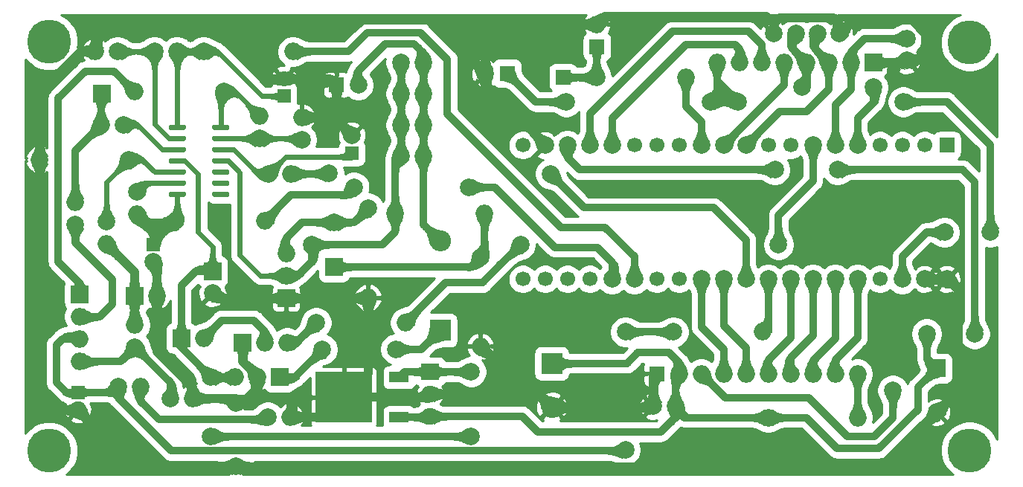
<source format=gbl>
%TF.GenerationSoftware,KiCad,Pcbnew,(5.1.10)-1*%
%TF.CreationDate,2021-07-24T22:22:28-04:00*%
%TF.ProjectId,PSU_fix,5053555f-6669-4782-9e6b-696361645f70,rev?*%
%TF.SameCoordinates,Original*%
%TF.FileFunction,Copper,L2,Bot*%
%TF.FilePolarity,Positive*%
%FSLAX46Y46*%
G04 Gerber Fmt 4.6, Leading zero omitted, Abs format (unit mm)*
G04 Created by KiCad (PCBNEW (5.1.10)-1) date 2021-07-24 22:22:28*
%MOMM*%
%LPD*%
G01*
G04 APERTURE LIST*
%TA.AperFunction,ComponentPad*%
%ADD10R,2.000000X2.000000*%
%TD*%
%TA.AperFunction,ComponentPad*%
%ADD11C,2.000000*%
%TD*%
%TA.AperFunction,ComponentPad*%
%ADD12O,2.000000X2.000000*%
%TD*%
%TA.AperFunction,ComponentPad*%
%ADD13R,1.700000X1.700000*%
%TD*%
%TA.AperFunction,ComponentPad*%
%ADD14C,1.700000*%
%TD*%
%TA.AperFunction,ComponentPad*%
%ADD15R,1.500000X1.500000*%
%TD*%
%TA.AperFunction,ComponentPad*%
%ADD16C,1.900000*%
%TD*%
%TA.AperFunction,ComponentPad*%
%ADD17R,1.600000X1.600000*%
%TD*%
%TA.AperFunction,ComponentPad*%
%ADD18C,1.800000*%
%TD*%
%TA.AperFunction,ComponentPad*%
%ADD19R,1.800000X1.800000*%
%TD*%
%TA.AperFunction,ComponentPad*%
%ADD20R,2.400000X2.400000*%
%TD*%
%TA.AperFunction,ComponentPad*%
%ADD21O,2.400000X2.400000*%
%TD*%
%TA.AperFunction,SMDPad,CuDef*%
%ADD22R,2.200000X1.200000*%
%TD*%
%TA.AperFunction,SMDPad,CuDef*%
%ADD23R,6.400000X5.800000*%
%TD*%
%TA.AperFunction,ComponentPad*%
%ADD24R,2.000000X1.905000*%
%TD*%
%TA.AperFunction,ComponentPad*%
%ADD25O,2.000000X1.905000*%
%TD*%
%TA.AperFunction,ComponentPad*%
%ADD26C,2.400000*%
%TD*%
%TA.AperFunction,ViaPad*%
%ADD27C,5.000000*%
%TD*%
%TA.AperFunction,ViaPad*%
%ADD28C,2.000000*%
%TD*%
%TA.AperFunction,Conductor*%
%ADD29C,1.000000*%
%TD*%
%TA.AperFunction,Conductor*%
%ADD30C,0.813000*%
%TD*%
%TA.AperFunction,Conductor*%
%ADD31C,0.610000*%
%TD*%
%TA.AperFunction,Conductor*%
%ADD32C,0.025400*%
%TD*%
%TA.AperFunction,Conductor*%
%ADD33C,0.100000*%
%TD*%
%TA.AperFunction,Conductor*%
%ADD34C,0.254000*%
%TD*%
G04 APERTURE END LIST*
D10*
%TO.P,C6,1*%
%TO.N,+12V*%
X89408000Y-72009000D03*
D11*
%TO.P,C6,2*%
%TO.N,GND*%
X89408000Y-74509000D03*
%TD*%
D10*
%TO.P,J11,1*%
%TO.N,Vout*%
X80518000Y-74803000D03*
D12*
%TO.P,J11,2*%
%TO.N,GND*%
X83058000Y-74803000D03*
%TD*%
D11*
%TO.P,R9,1*%
%TO.N,Net-(R9-Pad1)*%
X80772000Y-62992000D03*
D12*
%TO.P,R9,2*%
%TO.N,Net-(C3-Pad1)*%
X80772000Y-65532000D03*
%TD*%
D11*
%TO.P,BP1,40*%
%TO.N,GND*%
X172974000Y-72898000D03*
D13*
%TO.P,BP1,1*%
%TO.N,Net-(BP1-Pad1)*%
X172974000Y-57658000D03*
D11*
%TO.P,BP1,39*%
%TO.N,GND*%
X170434000Y-72898000D03*
D14*
%TO.P,BP1,2*%
%TO.N,Net-(BP1-Pad2)*%
X170434000Y-57658000D03*
D11*
%TO.P,BP1,38*%
%TO.N,+3V3*%
X167894000Y-72898000D03*
D14*
%TO.P,BP1,3*%
%TO.N,Net-(BP1-Pad3)*%
X167894000Y-57658000D03*
%TO.P,BP1,37*%
%TO.N,Net-(BP1-Pad37)*%
X165354000Y-72898000D03*
%TO.P,BP1,4*%
%TO.N,Net-(BP1-Pad4)*%
X165354000Y-57658000D03*
D11*
%TO.P,BP1,36*%
%TO.N,Net-(BP1-Pad36)*%
X162814000Y-72898000D03*
%TO.P,BP1,5*%
%TO.N,Net-(BP1-Pad5)*%
X162814000Y-57658000D03*
%TO.P,BP1,35*%
%TO.N,Net-(BP1-Pad35)*%
X160274000Y-72898000D03*
%TO.P,BP1,6*%
%TO.N,Net-(BP1-Pad6)*%
X160274000Y-57658000D03*
%TO.P,BP1,34*%
%TO.N,Net-(BP1-Pad34)*%
X157734000Y-72898000D03*
%TO.P,BP1,7*%
%TO.N,A10*%
X157734000Y-57658000D03*
%TO.P,BP1,33*%
%TO.N,Net-(BP1-Pad33)*%
X155194000Y-72898000D03*
D14*
%TO.P,BP1,8*%
%TO.N,Net-(BP1-Pad8)*%
X155194000Y-57658000D03*
D11*
%TO.P,BP1,32*%
%TO.N,A7*%
X152654000Y-72898000D03*
D14*
%TO.P,BP1,9*%
%TO.N,Net-(BP1-Pad9)*%
X152654000Y-57658000D03*
D11*
%TO.P,BP1,31*%
%TO.N,A6*%
X150114000Y-72898000D03*
%TO.P,BP1,10*%
%TO.N,Net-(BP1-Pad10)*%
X150114000Y-57658000D03*
%TO.P,BP1,30*%
%TO.N,Net-(BP1-Pad30)*%
X147574000Y-72898000D03*
%TO.P,BP1,11*%
%TO.N,Net-(BP1-Pad11)*%
X147574000Y-57658000D03*
%TO.P,BP1,29*%
%TO.N,Net-(BP1-Pad29)*%
X145034000Y-72898000D03*
%TO.P,BP1,12*%
%TO.N,B4*%
X145034000Y-57658000D03*
D14*
%TO.P,BP1,28*%
%TO.N,Net-(BP1-Pad28)*%
X142494000Y-72898000D03*
%TO.P,BP1,13*%
%TO.N,Net-(BP1-Pad13)*%
X142494000Y-57658000D03*
%TO.P,BP1,27*%
%TO.N,Net-(BP1-Pad27)*%
X139954000Y-72898000D03*
%TO.P,BP1,14*%
%TO.N,Net-(BP1-Pad14)*%
X139954000Y-57658000D03*
D11*
%TO.P,BP1,26*%
%TO.N,A1*%
X137414000Y-72898000D03*
D14*
%TO.P,BP1,15*%
%TO.N,Net-(BP1-Pad15)*%
X137414000Y-57658000D03*
D11*
%TO.P,BP1,25*%
%TO.N,A0*%
X134874000Y-72898000D03*
%TO.P,BP1,16*%
%TO.N,Net-(BP1-Pad16)*%
X134874000Y-57658000D03*
D14*
%TO.P,BP1,24*%
%TO.N,Net-(BP1-Pad24)*%
X132334000Y-72898000D03*
D11*
%TO.P,BP1,17*%
%TO.N,Net-(BP1-Pad17)*%
X132334000Y-57658000D03*
D14*
%TO.P,BP1,23*%
%TO.N,Net-(BP1-Pad23)*%
X129794000Y-72898000D03*
D11*
%TO.P,BP1,18*%
%TO.N,+5V*%
X129794000Y-57658000D03*
D14*
%TO.P,BP1,22*%
%TO.N,Net-(BP1-Pad22)*%
X127254000Y-72898000D03*
D11*
%TO.P,BP1,19*%
%TO.N,GND*%
X127254000Y-57658000D03*
D14*
%TO.P,BP1,21*%
%TO.N,Net-(BP1-Pad21)*%
X124714000Y-72898000D03*
%TO.P,BP1,20*%
%TO.N,Net-(BP1-Pad20)*%
X124714000Y-57658000D03*
%TD*%
D11*
%TO.P,C1,2*%
%TO.N,GND*%
X105283000Y-56547000D03*
D15*
%TO.P,C1,1*%
%TO.N,Net-(C1-Pad1)*%
X105283000Y-58547000D03*
%TD*%
%TO.P,C2,1*%
%TO.N,/PIN_2_TL494*%
X74104500Y-85788500D03*
D16*
%TO.P,C2,2*%
%TO.N,GND*%
X74104500Y-87788500D03*
%TD*%
D11*
%TO.P,C3,2*%
%TO.N,GND*%
X82677000Y-70961000D03*
D17*
%TO.P,C3,1*%
%TO.N,Net-(C3-Pad1)*%
X82677000Y-68961000D03*
%TD*%
D15*
%TO.P,C4,1*%
%TO.N,Net-(C4-Pad1)*%
X97536000Y-52070000D03*
D18*
%TO.P,C4,2*%
%TO.N,GND*%
X97536000Y-50070000D03*
%TD*%
D11*
%TO.P,C5,2*%
%TO.N,GND*%
X139587600Y-87376000D03*
%TO.P,C5,1*%
%TO.N,+5V*%
X142087600Y-87376000D03*
%TD*%
%TO.P,C8,2*%
%TO.N,Net-(C8-Pad2)*%
X106005000Y-50800000D03*
D19*
%TO.P,C8,1*%
%TO.N,GND*%
X103505000Y-50800000D03*
%TD*%
D11*
%TO.P,C9,1*%
%TO.N,GND*%
X153289000Y-44958000D03*
%TO.P,C9,2*%
%TO.N,Net-(BP1-Pad5)*%
X155789000Y-44958000D03*
%TD*%
%TO.P,C10,1*%
%TO.N,Net-(BP1-Pad10)*%
X158242000Y-44958000D03*
%TO.P,C10,2*%
%TO.N,GND*%
X160742000Y-44958000D03*
%TD*%
%TO.P,C11,2*%
%TO.N,Net-(BP1-Pad6)*%
X168402000Y-45506000D03*
%TO.P,C11,1*%
%TO.N,GND*%
X168402000Y-48006000D03*
%TD*%
%TO.P,C12,2*%
%TO.N,GND*%
X120436000Y-49466500D03*
D19*
%TO.P,C12,1*%
%TO.N,+3V3*%
X122936000Y-49466500D03*
%TD*%
D20*
%TO.P,D1,1*%
%TO.N,Net-(D1-Pad1)*%
X115316000Y-78740000D03*
D21*
%TO.P,D1,2*%
%TO.N,Net-(C8-Pad2)*%
X115316000Y-68580000D03*
%TD*%
D10*
%TO.P,J1,1*%
%TO.N,Net-(J1-Pad1)*%
X76835000Y-51816000D03*
%TD*%
%TO.P,J6,1*%
%TO.N,GND*%
X164592000Y-48260000D03*
D12*
%TO.P,J6,2*%
%TO.N,Net-(BP1-Pad6)*%
X162052000Y-48260000D03*
%TO.P,J6,3*%
%TO.N,Net-(BP1-Pad10)*%
X159512000Y-48260000D03*
%TO.P,J6,4*%
%TO.N,Net-(BP1-Pad5)*%
X156972000Y-48260000D03*
%TO.P,J6,5*%
%TO.N,Net-(BP1-Pad11)*%
X154432000Y-48260000D03*
%TO.P,J6,6*%
%TO.N,Net-(BP1-Pad17)*%
X151892000Y-48260000D03*
%TO.P,J6,7*%
%TO.N,Net-(BP1-Pad16)*%
X149352000Y-48260000D03*
%TO.P,J6,8*%
%TO.N,+3V3*%
X146812000Y-48260000D03*
%TD*%
%TO.P,J7,2*%
%TO.N,Net-(J7-Pad2)*%
X88392000Y-79629000D03*
D10*
%TO.P,J7,1*%
%TO.N,+12V*%
X85852000Y-79629000D03*
%TD*%
D13*
%TO.P,J8,1*%
%TO.N,Net-(J8-Pad1)*%
X129286000Y-49911000D03*
%TD*%
%TO.P,J9,1*%
%TO.N,Net-(J8-Pad1)*%
X133159500Y-46418500D03*
D12*
%TO.P,J9,2*%
%TO.N,GND*%
X133159500Y-43878500D03*
%TD*%
D19*
%TO.P,J10,1*%
%TO.N,GND*%
X139954000Y-83693000D03*
D12*
%TO.P,J10,2*%
%TO.N,+5V*%
X142494000Y-83693000D03*
%TO.P,J10,3*%
%TO.N,Net-(J10-Pad3)*%
X145034000Y-83693000D03*
%TO.P,J10,4*%
%TO.N,Net-(BP1-Pad29)*%
X147574000Y-83693000D03*
%TO.P,J10,5*%
%TO.N,Net-(BP1-Pad30)*%
X150114000Y-83693000D03*
%TO.P,J10,6*%
%TO.N,Net-(BP1-Pad33)*%
X152654000Y-83693000D03*
%TO.P,J10,7*%
%TO.N,Net-(BP1-Pad34)*%
X155194000Y-83693000D03*
%TO.P,J10,8*%
%TO.N,Net-(BP1-Pad35)*%
X157734000Y-83693000D03*
%TO.P,J10,9*%
%TO.N,Net-(BP1-Pad36)*%
X160274000Y-83693000D03*
%TO.P,J10,10*%
%TO.N,Net-(J10-Pad10)*%
X162814000Y-83693000D03*
%TD*%
D10*
%TO.P,J14,1*%
%TO.N,Net-(D1-Pad1)*%
X97028000Y-84074000D03*
D12*
%TO.P,J14,2*%
%TO.N,GND*%
X94488000Y-84074000D03*
%TO.P,J14,3*%
%TO.N,+12V*%
X91948000Y-84074000D03*
%TD*%
D10*
%TO.P,Q1,1*%
%TO.N,GND*%
X92837000Y-80137000D03*
D12*
%TO.P,Q1,2*%
%TO.N,Net-(J7-Pad2)*%
X95377000Y-80137000D03*
%TO.P,Q1,3*%
%TO.N,Net-(Q1-Pad3)*%
X97917000Y-80137000D03*
%TD*%
%TO.P,Q2,3*%
%TO.N,Net-(Q2-Pad3)*%
X97790000Y-69977000D03*
%TO.P,Q2,2*%
%TO.N,-12V*%
X97790000Y-72517000D03*
D10*
%TO.P,Q2,1*%
%TO.N,GND*%
X97790000Y-75057000D03*
%TD*%
D12*
%TO.P,R4,2*%
%TO.N,Net-(J1-Pad1)*%
X76708000Y-55372000D03*
D11*
%TO.P,R4,1*%
%TO.N,Net-(R4-Pad1)*%
X79248000Y-55372000D03*
%TD*%
D12*
%TO.P,R6,2*%
%TO.N,GND*%
X76073000Y-46990000D03*
D11*
%TO.P,R6,1*%
%TO.N,Net-(R10-Pad1)*%
X78613000Y-46990000D03*
%TD*%
%TO.P,R7,1*%
%TO.N,Net-(R11-Pad1)*%
X99568000Y-57023000D03*
D12*
%TO.P,R7,2*%
%TO.N,GND*%
X99568000Y-54483000D03*
%TD*%
D11*
%TO.P,R10,1*%
%TO.N,Net-(R10-Pad1)*%
X82804000Y-46990000D03*
D12*
%TO.P,R10,2*%
%TO.N,Net-(C4-Pad1)*%
X85344000Y-46990000D03*
%TD*%
D11*
%TO.P,R11,1*%
%TO.N,Net-(R11-Pad1)*%
X94742000Y-56896000D03*
D12*
%TO.P,R11,2*%
%TO.N,Net-(R11-Pad2)*%
X94742000Y-54356000D03*
%TD*%
D11*
%TO.P,R12,1*%
%TO.N,/PIN_2_TL494*%
X78676500Y-85153500D03*
D12*
%TO.P,R12,2*%
%TO.N,Net-(R12-Pad2)*%
X81216500Y-85153500D03*
%TD*%
%TO.P,R13,2*%
%TO.N,GND*%
X98247200Y-88595200D03*
D11*
%TO.P,R13,1*%
%TO.N,Net-(R12-Pad2)*%
X95707200Y-88595200D03*
%TD*%
%TO.P,RV1,3*%
%TO.N,GND*%
X171831000Y-88058000D03*
D10*
%TO.P,RV1,1*%
%TO.N,+5V*%
X171831000Y-83058000D03*
D11*
%TO.P,RV1,2*%
%TO.N,Net-(J10-Pad3)*%
X166831000Y-85558000D03*
%TD*%
%TO.P,U1,1*%
%TO.N,Net-(C3-Pad1)*%
%TA.AperFunction,SMDPad,CuDef*%
G36*
G01*
X84434000Y-63396000D02*
X84434000Y-63096000D01*
G75*
G02*
X84584000Y-62946000I150000J0D01*
G01*
X86234000Y-62946000D01*
G75*
G02*
X86384000Y-63096000I0J-150000D01*
G01*
X86384000Y-63396000D01*
G75*
G02*
X86234000Y-63546000I-150000J0D01*
G01*
X84584000Y-63546000D01*
G75*
G02*
X84434000Y-63396000I0J150000D01*
G01*
G37*
%TD.AperFunction*%
%TO.P,U1,2*%
%TO.N,Net-(R9-Pad1)*%
%TA.AperFunction,SMDPad,CuDef*%
G36*
G01*
X84434000Y-62126000D02*
X84434000Y-61826000D01*
G75*
G02*
X84584000Y-61676000I150000J0D01*
G01*
X86234000Y-61676000D01*
G75*
G02*
X86384000Y-61826000I0J-150000D01*
G01*
X86384000Y-62126000D01*
G75*
G02*
X86234000Y-62276000I-150000J0D01*
G01*
X84584000Y-62276000D01*
G75*
G02*
X84434000Y-62126000I0J150000D01*
G01*
G37*
%TD.AperFunction*%
%TO.P,U1,3*%
%TO.N,Net-(R3-Pad1)*%
%TA.AperFunction,SMDPad,CuDef*%
G36*
G01*
X84434000Y-60856000D02*
X84434000Y-60556000D01*
G75*
G02*
X84584000Y-60406000I150000J0D01*
G01*
X86234000Y-60406000D01*
G75*
G02*
X86384000Y-60556000I0J-150000D01*
G01*
X86384000Y-60856000D01*
G75*
G02*
X86234000Y-61006000I-150000J0D01*
G01*
X84584000Y-61006000D01*
G75*
G02*
X84434000Y-60856000I0J150000D01*
G01*
G37*
%TD.AperFunction*%
%TO.P,U1,4*%
%TO.N,+12V*%
%TA.AperFunction,SMDPad,CuDef*%
G36*
G01*
X84434000Y-59586000D02*
X84434000Y-59286000D01*
G75*
G02*
X84584000Y-59136000I150000J0D01*
G01*
X86234000Y-59136000D01*
G75*
G02*
X86384000Y-59286000I0J-150000D01*
G01*
X86384000Y-59586000D01*
G75*
G02*
X86234000Y-59736000I-150000J0D01*
G01*
X84584000Y-59736000D01*
G75*
G02*
X84434000Y-59586000I0J150000D01*
G01*
G37*
%TD.AperFunction*%
%TO.P,U1,5*%
%TO.N,Net-(R4-Pad1)*%
%TA.AperFunction,SMDPad,CuDef*%
G36*
G01*
X84434000Y-58316000D02*
X84434000Y-58016000D01*
G75*
G02*
X84584000Y-57866000I150000J0D01*
G01*
X86234000Y-57866000D01*
G75*
G02*
X86384000Y-58016000I0J-150000D01*
G01*
X86384000Y-58316000D01*
G75*
G02*
X86234000Y-58466000I-150000J0D01*
G01*
X84584000Y-58466000D01*
G75*
G02*
X84434000Y-58316000I0J150000D01*
G01*
G37*
%TD.AperFunction*%
%TO.P,U1,6*%
%TO.N,Net-(R10-Pad1)*%
%TA.AperFunction,SMDPad,CuDef*%
G36*
G01*
X84434000Y-57046000D02*
X84434000Y-56746000D01*
G75*
G02*
X84584000Y-56596000I150000J0D01*
G01*
X86234000Y-56596000D01*
G75*
G02*
X86384000Y-56746000I0J-150000D01*
G01*
X86384000Y-57046000D01*
G75*
G02*
X86234000Y-57196000I-150000J0D01*
G01*
X84584000Y-57196000D01*
G75*
G02*
X84434000Y-57046000I0J150000D01*
G01*
G37*
%TD.AperFunction*%
%TO.P,U1,7*%
%TO.N,Net-(C4-Pad1)*%
%TA.AperFunction,SMDPad,CuDef*%
G36*
G01*
X84434000Y-55776000D02*
X84434000Y-55476000D01*
G75*
G02*
X84584000Y-55326000I150000J0D01*
G01*
X86234000Y-55326000D01*
G75*
G02*
X86384000Y-55476000I0J-150000D01*
G01*
X86384000Y-55776000D01*
G75*
G02*
X86234000Y-55926000I-150000J0D01*
G01*
X84584000Y-55926000D01*
G75*
G02*
X84434000Y-55776000I0J150000D01*
G01*
G37*
%TD.AperFunction*%
%TO.P,U1,8*%
%TO.N,Net-(R11-Pad2)*%
%TA.AperFunction,SMDPad,CuDef*%
G36*
G01*
X89384000Y-55776000D02*
X89384000Y-55476000D01*
G75*
G02*
X89534000Y-55326000I150000J0D01*
G01*
X91184000Y-55326000D01*
G75*
G02*
X91334000Y-55476000I0J-150000D01*
G01*
X91334000Y-55776000D01*
G75*
G02*
X91184000Y-55926000I-150000J0D01*
G01*
X89534000Y-55926000D01*
G75*
G02*
X89384000Y-55776000I0J150000D01*
G01*
G37*
%TD.AperFunction*%
%TO.P,U1,9*%
%TO.N,Net-(R11-Pad1)*%
%TA.AperFunction,SMDPad,CuDef*%
G36*
G01*
X89384000Y-57046000D02*
X89384000Y-56746000D01*
G75*
G02*
X89534000Y-56596000I150000J0D01*
G01*
X91184000Y-56596000D01*
G75*
G02*
X91334000Y-56746000I0J-150000D01*
G01*
X91334000Y-57046000D01*
G75*
G02*
X91184000Y-57196000I-150000J0D01*
G01*
X89534000Y-57196000D01*
G75*
G02*
X89384000Y-57046000I0J150000D01*
G01*
G37*
%TD.AperFunction*%
%TO.P,U1,10*%
%TO.N,Net-(C1-Pad1)*%
%TA.AperFunction,SMDPad,CuDef*%
G36*
G01*
X89384000Y-58316000D02*
X89384000Y-58016000D01*
G75*
G02*
X89534000Y-57866000I150000J0D01*
G01*
X91184000Y-57866000D01*
G75*
G02*
X91334000Y-58016000I0J-150000D01*
G01*
X91334000Y-58316000D01*
G75*
G02*
X91184000Y-58466000I-150000J0D01*
G01*
X89534000Y-58466000D01*
G75*
G02*
X89384000Y-58316000I0J150000D01*
G01*
G37*
%TD.AperFunction*%
%TO.P,U1,11*%
%TO.N,-12V*%
%TA.AperFunction,SMDPad,CuDef*%
G36*
G01*
X89384000Y-59586000D02*
X89384000Y-59286000D01*
G75*
G02*
X89534000Y-59136000I150000J0D01*
G01*
X91184000Y-59136000D01*
G75*
G02*
X91334000Y-59286000I0J-150000D01*
G01*
X91334000Y-59586000D01*
G75*
G02*
X91184000Y-59736000I-150000J0D01*
G01*
X89534000Y-59736000D01*
G75*
G02*
X89384000Y-59586000I0J150000D01*
G01*
G37*
%TD.AperFunction*%
%TO.P,U1,12*%
%TO.N,N/C*%
%TA.AperFunction,SMDPad,CuDef*%
G36*
G01*
X89384000Y-60856000D02*
X89384000Y-60556000D01*
G75*
G02*
X89534000Y-60406000I150000J0D01*
G01*
X91184000Y-60406000D01*
G75*
G02*
X91334000Y-60556000I0J-150000D01*
G01*
X91334000Y-60856000D01*
G75*
G02*
X91184000Y-61006000I-150000J0D01*
G01*
X89534000Y-61006000D01*
G75*
G02*
X89384000Y-60856000I0J150000D01*
G01*
G37*
%TD.AperFunction*%
%TO.P,U1,13*%
%TA.AperFunction,SMDPad,CuDef*%
G36*
G01*
X89384000Y-62126000D02*
X89384000Y-61826000D01*
G75*
G02*
X89534000Y-61676000I150000J0D01*
G01*
X91184000Y-61676000D01*
G75*
G02*
X91334000Y-61826000I0J-150000D01*
G01*
X91334000Y-62126000D01*
G75*
G02*
X91184000Y-62276000I-150000J0D01*
G01*
X89534000Y-62276000D01*
G75*
G02*
X89384000Y-62126000I0J150000D01*
G01*
G37*
%TD.AperFunction*%
%TO.P,U1,14*%
%TA.AperFunction,SMDPad,CuDef*%
G36*
G01*
X89384000Y-63396000D02*
X89384000Y-63096000D01*
G75*
G02*
X89534000Y-62946000I150000J0D01*
G01*
X91184000Y-62946000D01*
G75*
G02*
X91334000Y-63096000I0J-150000D01*
G01*
X91334000Y-63396000D01*
G75*
G02*
X91184000Y-63546000I-150000J0D01*
G01*
X89534000Y-63546000D01*
G75*
G02*
X89384000Y-63396000I0J150000D01*
G01*
G37*
%TD.AperFunction*%
%TD*%
D22*
%TO.P,U2,1*%
%TO.N,+12V*%
X110651400Y-84080000D03*
%TO.P,U2,3*%
%TO.N,+5V*%
X110651400Y-88640000D03*
D23*
%TO.P,U2,2*%
%TO.N,GND*%
X104351400Y-86360000D03*
%TD*%
D12*
%TO.P,R14,2*%
%TO.N,A0*%
X95377000Y-66294000D03*
D11*
%TO.P,R14,1*%
%TO.N,Net-(C3-Pad1)*%
X85217000Y-66294000D03*
%TD*%
%TO.P,R15,1*%
%TO.N,Net-(C4-Pad1)*%
X88392000Y-46990000D03*
D12*
%TO.P,R15,2*%
%TO.N,A1*%
X98552000Y-46990000D03*
%TD*%
D11*
%TO.P,R17,1*%
%TO.N,Net-(Q1-Pad3)*%
X101219000Y-77851000D03*
D12*
%TO.P,R17,2*%
%TO.N,A10*%
X111379000Y-77851000D03*
%TD*%
D11*
%TO.P,R18,1*%
%TO.N,Net-(J8-Pad1)*%
X133096000Y-49911000D03*
D12*
%TO.P,R18,2*%
%TO.N,B4*%
X143256000Y-49911000D03*
%TD*%
D11*
%TO.P,R16,1*%
%TO.N,Net-(R11-Pad2)*%
X90678000Y-51562000D03*
D12*
%TO.P,R16,2*%
%TO.N,/PIN_16_TL494*%
X80518000Y-51562000D03*
%TD*%
D11*
%TO.P,R5,1*%
%TO.N,Net-(R3-Pad1)*%
X79883000Y-59309000D03*
D12*
%TO.P,R5,2*%
%TO.N,GND*%
X69723000Y-59309000D03*
%TD*%
%TO.P,R26,2*%
%TO.N,GND*%
X107124500Y-74993500D03*
D11*
%TO.P,R26,1*%
%TO.N,Net-(Q2-Pad3)*%
X107124500Y-64833500D03*
%TD*%
%TO.P,R28,1*%
%TO.N,Net-(R27-Pad2)*%
X119888000Y-70408800D03*
D12*
%TO.P,R28,2*%
%TO.N,GND*%
X119888000Y-80568800D03*
%TD*%
D11*
%TO.P,R27,1*%
%TO.N,-12V*%
X110185200Y-65430400D03*
D12*
%TO.P,R27,2*%
%TO.N,Net-(R27-Pad2)*%
X120345200Y-65430400D03*
%TD*%
D24*
%TO.P,U4,1*%
%TO.N,+12V*%
X114173000Y-83439000D03*
D25*
%TO.P,U4,2*%
%TO.N,GND*%
X114173000Y-85979000D03*
%TO.P,U4,3*%
%TO.N,+5V*%
X114173000Y-88519000D03*
%TD*%
D11*
%TO.P,R19,1*%
%TO.N,+5V*%
X152654000Y-88671400D03*
D12*
%TO.P,R19,2*%
%TO.N,Net-(J10-Pad10)*%
X162814000Y-88671400D03*
%TD*%
D10*
%TO.P,J2,1*%
%TO.N,/PIN_16_TL494*%
X74295000Y-74612500D03*
D12*
%TO.P,J2,2*%
%TO.N,/PIN_1_TL494*%
X74295000Y-77152500D03*
%TO.P,J2,3*%
%TO.N,/PIN_2_TL494*%
X74295000Y-79692500D03*
%TO.P,J2,4*%
%TO.N,/PIN_15_TL494*%
X74295000Y-82232500D03*
%TD*%
D11*
%TO.P,R20,1*%
%TO.N,/PIN_15_TL494*%
X80581500Y-80645000D03*
D12*
%TO.P,R20,2*%
%TO.N,Vout*%
X80581500Y-78105000D03*
%TD*%
D11*
%TO.P,R8,1*%
%TO.N,/PIN_2_TL494*%
X141859000Y-78917800D03*
D12*
%TO.P,R8,2*%
%TO.N,A7*%
X152019000Y-78917800D03*
%TD*%
D11*
%TO.P,R21,1*%
%TO.N,/PIN_15_TL494*%
X84582000Y-86487000D03*
D12*
%TO.P,R21,2*%
%TO.N,GND*%
X87122000Y-86487000D03*
%TD*%
D11*
%TO.P,R2,1*%
%TO.N,Net-(C1-Pad1)*%
X95808800Y-60909200D03*
D12*
%TO.P,R2,2*%
%TO.N,A6*%
X98348800Y-60909200D03*
%TD*%
D11*
%TO.P,R1,1*%
%TO.N,/PIN_1_TL494*%
X73787000Y-66675000D03*
D12*
%TO.P,R1,2*%
%TO.N,Net-(J1-Pad1)*%
X73787000Y-64135000D03*
%TD*%
%TO.P,R3,2*%
%TO.N,Vout*%
X77343000Y-68897500D03*
D11*
%TO.P,R3,1*%
%TO.N,Net-(R3-Pad1)*%
X77343000Y-66357500D03*
%TD*%
D12*
%TO.P,R22,2*%
%TO.N,Net-(C8-Pad2)*%
X113385600Y-48234600D03*
D11*
%TO.P,R22,1*%
%TO.N,-12V*%
X110845600Y-48234600D03*
%TD*%
%TO.P,R23,1*%
%TO.N,-12V*%
X110845600Y-51790600D03*
D12*
%TO.P,R23,2*%
%TO.N,Net-(C8-Pad2)*%
X113385600Y-51790600D03*
%TD*%
%TO.P,R24,2*%
%TO.N,Net-(C8-Pad2)*%
X113385600Y-55346600D03*
D11*
%TO.P,R24,1*%
%TO.N,-12V*%
X110845600Y-55346600D03*
%TD*%
%TO.P,R25,1*%
%TO.N,-12V*%
X110845600Y-58902600D03*
D12*
%TO.P,R25,2*%
%TO.N,Net-(C8-Pad2)*%
X113385600Y-58902600D03*
%TD*%
D11*
%TO.P,U3,2*%
%TO.N,-12V*%
X100685600Y-68986400D03*
%TO.P,U3,3*%
%TO.N,Net-(Q2-Pad3)*%
X103225600Y-66446400D03*
D10*
%TO.P,U3,1*%
%TO.N,Net-(R27-Pad2)*%
X103225600Y-71526400D03*
%TD*%
D20*
%TO.P,C7,1*%
%TO.N,+5V*%
X128016000Y-82499200D03*
D26*
%TO.P,C7,2*%
%TO.N,GND*%
X128016000Y-87499200D03*
%TD*%
D27*
%TO.N,*%
X175577500Y-45974000D03*
X175577500Y-92392500D03*
X70802500Y-92456000D03*
X70802500Y-45847000D03*
D28*
%TO.N,GND*%
X92075000Y-86995000D03*
X92075000Y-94234000D03*
%TO.N,+3V3*%
X172720000Y-67564000D03*
X177927000Y-67564000D03*
X149225000Y-52705000D03*
X168021000Y-52705000D03*
X146050000Y-52705000D03*
X129667000Y-52705000D03*
%TO.N,Net-(BP1-Pad5)*%
X156464000Y-51054000D03*
X164592000Y-51054000D03*
%TO.N,A10*%
X124460000Y-68986400D03*
X153822400Y-68986400D03*
%TO.N,A6*%
X102666800Y-60858400D03*
X127863600Y-60909200D03*
%TO.N,A0*%
X105511600Y-62433200D03*
X118567200Y-62433200D03*
%TO.N,+5V*%
X160528000Y-60452000D03*
X153416000Y-60452000D03*
X170688000Y-79121000D03*
X176149000Y-79121000D03*
%TO.N,+12V*%
X118846600Y-83439000D03*
X89230200Y-84074000D03*
X89204800Y-90805000D03*
X118821200Y-90805000D03*
%TO.N,Net-(D1-Pad1)*%
X101930200Y-80899000D03*
X110236000Y-80873600D03*
%TO.N,/PIN_2_TL494*%
X136398000Y-78917800D03*
X136398000Y-92354400D03*
%TD*%
D29*
%TO.N,GND*%
X92837000Y-82224998D02*
X94488000Y-83875998D01*
X94488000Y-83875998D02*
X94488000Y-84074000D01*
X92837000Y-80137000D02*
X92837000Y-82224998D01*
X97790000Y-75057000D02*
X106299000Y-75057000D01*
X89956000Y-75057000D02*
X89408000Y-74509000D01*
X97790000Y-75057000D02*
X89956000Y-75057000D01*
X97758000Y-50292000D02*
X97536000Y-50070000D01*
X69723000Y-51731896D02*
X69723000Y-59309000D01*
X74464896Y-46990000D02*
X69723000Y-51731896D01*
X76073000Y-46990000D02*
X74464896Y-46990000D01*
X69723000Y-83637002D02*
X69723000Y-59309000D01*
X97536000Y-50070000D02*
X95917000Y-50070000D01*
X95917000Y-50070000D02*
X90297000Y-44450000D01*
X77481630Y-44450000D02*
X76073000Y-45858630D01*
X76073000Y-45858630D02*
X76073000Y-46990000D01*
X90297000Y-44450000D02*
X77481630Y-44450000D01*
X94488000Y-85276081D02*
X94488000Y-84074000D01*
X69723000Y-85423002D02*
X69723000Y-83637002D01*
X103818000Y-85090000D02*
X103818000Y-86419000D01*
X103818000Y-85090000D02*
X103818000Y-85657000D01*
X102775000Y-50070000D02*
X103505000Y-50800000D01*
X97536000Y-50070000D02*
X102775000Y-50070000D01*
X103219000Y-54483000D02*
X105283000Y-56547000D01*
X99568000Y-54483000D02*
X103219000Y-54483000D01*
X103505000Y-54197000D02*
X103219000Y-54483000D01*
X103505000Y-50800000D02*
X103505000Y-54197000D01*
X83058000Y-71342000D02*
X82677000Y-70961000D01*
X83058000Y-74803000D02*
X83058000Y-71342000D01*
X72088498Y-87788500D02*
X69723000Y-85423002D01*
X74104500Y-87788500D02*
X72088498Y-87788500D01*
X127254000Y-57557292D02*
X127254000Y-57658000D01*
X120436000Y-50739292D02*
X127254000Y-57557292D01*
X120436000Y-49466500D02*
X120436000Y-50739292D01*
X114368590Y-43399090D02*
X120436000Y-49466500D01*
X106453005Y-43399090D02*
X114368590Y-43399090D01*
X105402096Y-44450000D02*
X106453005Y-43399090D01*
X90297000Y-44450000D02*
X105402096Y-44450000D01*
X98348800Y-87017608D02*
X98348800Y-88290400D01*
X94896799Y-86390399D02*
X97721591Y-86390399D01*
X97721591Y-86390399D02*
X98348800Y-87017608D01*
X94488000Y-85981600D02*
X94896799Y-86390399D01*
X94488000Y-84074000D02*
X94488000Y-85981600D01*
X126495800Y-85979000D02*
X128016000Y-87499200D01*
X114173000Y-85979000D02*
X126495800Y-85979000D01*
X125298200Y-85979000D02*
X126495800Y-85979000D01*
X119888000Y-80568800D02*
X125298200Y-85979000D01*
X139464400Y-87499200D02*
X139587600Y-87376000D01*
X128016000Y-87499200D02*
X139464400Y-87499200D01*
X139587600Y-84059400D02*
X139954000Y-83693000D01*
X139587600Y-87376000D02*
X139587600Y-84059400D01*
X87122000Y-85196396D02*
X87122000Y-86487000D01*
X83058000Y-81132396D02*
X87122000Y-85196396D01*
X83058000Y-74803000D02*
X83058000Y-81132396D01*
X107124500Y-83586900D02*
X104351400Y-86360000D01*
X107124500Y-74993500D02*
X107124500Y-83586900D01*
X102116200Y-88595200D02*
X104351400Y-86360000D01*
X98247200Y-88595200D02*
X102116200Y-88595200D01*
X113792000Y-86360000D02*
X114173000Y-85979000D01*
X104351400Y-86360000D02*
X113792000Y-86360000D01*
X170434000Y-72898000D02*
X172974000Y-72898000D01*
X114657500Y-43688000D02*
X114368590Y-43399090D01*
X168148000Y-48260000D02*
X168402000Y-48006000D01*
X164592000Y-48260000D02*
X168148000Y-48260000D01*
X160742000Y-43826630D02*
X160742000Y-44958000D01*
X153957631Y-43157999D02*
X160073369Y-43157999D01*
X160073369Y-43157999D02*
X160742000Y-43826630D01*
X153289000Y-43826630D02*
X153957631Y-43157999D01*
X153289000Y-44958000D02*
X153289000Y-43826630D01*
X160742000Y-44958000D02*
X162266000Y-43434000D01*
X168994002Y-43434000D02*
X170561000Y-45000998D01*
X162266000Y-43434000D02*
X168994002Y-43434000D01*
X169533370Y-48006000D02*
X168402000Y-48006000D01*
X170561000Y-46978370D02*
X169533370Y-48006000D01*
X170561000Y-45000998D02*
X170561000Y-46978370D01*
X174248999Y-85640001D02*
X174248999Y-74172999D01*
X171831000Y-88058000D02*
X174248999Y-85640001D01*
X174248999Y-74172999D02*
X172974000Y-72898000D01*
X91567000Y-86487000D02*
X92075000Y-86995000D01*
X87122000Y-86487000D02*
X91567000Y-86487000D01*
X94488000Y-84074000D02*
X94488000Y-85979000D01*
X92095401Y-94254401D02*
X92075000Y-94234000D01*
X165634599Y-94254401D02*
X92095401Y-94254401D01*
X171831000Y-88058000D02*
X165634599Y-94254401D01*
X80550000Y-94234000D02*
X74104500Y-87788500D01*
X92075000Y-94234000D02*
X80550000Y-94234000D01*
X120436000Y-49466500D02*
X120436000Y-46569000D01*
X123126500Y-43878500D02*
X133159500Y-43878500D01*
X120436000Y-46569000D02*
X123126500Y-43878500D01*
X133159500Y-43878500D02*
X133159500Y-43815000D01*
X133159500Y-43815000D02*
X133322020Y-43652480D01*
X94488000Y-84074000D02*
X94488000Y-85344000D01*
X92837000Y-86995000D02*
X92075000Y-86995000D01*
X94488000Y-85344000D02*
X92837000Y-86995000D01*
X133159500Y-43878500D02*
X134077990Y-42960010D01*
X152422380Y-42960010D02*
X153289000Y-43826630D01*
X134077990Y-42960010D02*
X152422380Y-42960010D01*
D30*
%TO.N,+3V3*%
X167894000Y-72898000D02*
X167894000Y-70358000D01*
X167894000Y-70358000D02*
X170688000Y-67564000D01*
X170688000Y-67564000D02*
X172720000Y-67564000D01*
X149225000Y-52705000D02*
X146050000Y-52705000D01*
X126174500Y-52705000D02*
X122936000Y-49466500D01*
X129667000Y-52705000D02*
X126174500Y-52705000D01*
X146812000Y-51943000D02*
X146050000Y-52705000D01*
X146812000Y-48260000D02*
X146812000Y-51943000D01*
X146812000Y-48260000D02*
X146812000Y-50292000D01*
X177927000Y-67564000D02*
X177927000Y-57658000D01*
X172974000Y-52705000D02*
X168021000Y-52705000D01*
X177927000Y-57658000D02*
X172974000Y-52705000D01*
X147415250Y-51339750D02*
X147859750Y-51339750D01*
X147859750Y-51339750D02*
X149225000Y-52705000D01*
X146812000Y-50292000D02*
X147859750Y-51339750D01*
X149225000Y-52705000D02*
X148145500Y-52705000D01*
X147129500Y-51689000D02*
X147129500Y-51625500D01*
X148145500Y-52705000D02*
X147129500Y-51689000D01*
X147129500Y-51625500D02*
X147415250Y-51339750D01*
X146050000Y-52705000D02*
X147129500Y-51625500D01*
%TO.N,Net-(BP1-Pad36)*%
X160274000Y-83693000D02*
X160274000Y-82118200D01*
X162814000Y-79578200D02*
X162814000Y-72898000D01*
X160274000Y-82118200D02*
X162814000Y-79578200D01*
%TO.N,Net-(BP1-Pad5)*%
X162814000Y-57658000D02*
X162814000Y-54610000D01*
X162814000Y-54610000D02*
X164592000Y-52832000D01*
X156972000Y-50546000D02*
X156464000Y-51054000D01*
X156972000Y-48260000D02*
X156972000Y-50546000D01*
X164592000Y-52832000D02*
X164592000Y-51054000D01*
X156972000Y-48260000D02*
X155448000Y-46736000D01*
X155448000Y-45299000D02*
X155789000Y-44958000D01*
X155448000Y-46736000D02*
X155448000Y-45299000D01*
%TO.N,Net-(BP1-Pad35)*%
X157734000Y-83693000D02*
X157734000Y-82169000D01*
X160274000Y-79629000D02*
X160274000Y-72898000D01*
X157734000Y-82169000D02*
X160274000Y-79629000D01*
%TO.N,Net-(BP1-Pad6)*%
X160274000Y-57658000D02*
X160274000Y-53086000D01*
X162052000Y-51308000D02*
X162052000Y-48260000D01*
X160274000Y-53086000D02*
X162052000Y-51308000D01*
X162052000Y-47057919D02*
X163603919Y-45506000D01*
X163603919Y-45506000D02*
X168402000Y-45506000D01*
X162052000Y-48260000D02*
X162052000Y-47057919D01*
%TO.N,Net-(BP1-Pad34)*%
X155194000Y-83693000D02*
X155194000Y-81838800D01*
X157734000Y-79298800D02*
X157734000Y-72898000D01*
X155194000Y-81838800D02*
X157734000Y-79298800D01*
%TO.N,A10*%
X111379000Y-77851000D02*
X115925600Y-73304400D01*
X115925600Y-73304400D02*
X120142000Y-73304400D01*
X122160901Y-71285499D02*
X124460000Y-68986400D01*
X120142000Y-73304400D02*
X122160901Y-71285499D01*
X153822400Y-68986400D02*
X153822400Y-65633600D01*
X157734000Y-61722000D02*
X157734000Y-57658000D01*
X153822400Y-65633600D02*
X157734000Y-61722000D01*
%TO.N,Net-(BP1-Pad33)*%
X152654000Y-83693000D02*
X152654000Y-82067400D01*
X155194000Y-79527400D02*
X155194000Y-72898000D01*
X152654000Y-82067400D02*
X155194000Y-79527400D01*
%TO.N,A7*%
X152019000Y-78917800D02*
X152019000Y-78486000D01*
X152654000Y-77851000D02*
X152654000Y-72898000D01*
X152019000Y-78486000D02*
X152654000Y-77851000D01*
%TO.N,A6*%
X102616000Y-60909200D02*
X102666800Y-60858400D01*
X98348800Y-60909200D02*
X102616000Y-60909200D01*
X150114000Y-70256400D02*
X150114000Y-72898000D01*
X127863600Y-60909200D02*
X131724400Y-64770000D01*
X131724400Y-64770000D02*
X146431000Y-64770000D01*
X150114000Y-68453000D02*
X150114000Y-70256400D01*
X146431000Y-64770000D02*
X150114000Y-68453000D01*
%TO.N,Net-(BP1-Pad10)*%
X150114000Y-57658000D02*
X153924000Y-53848000D01*
X153924000Y-53848000D02*
X156972000Y-53848000D01*
X159512000Y-51308000D02*
X159512000Y-48260000D01*
X156972000Y-53848000D02*
X159512000Y-51308000D01*
X159512000Y-48260000D02*
X157988000Y-46736000D01*
X157988000Y-45212000D02*
X158242000Y-44958000D01*
X157988000Y-46736000D02*
X157988000Y-45212000D01*
%TO.N,Net-(BP1-Pad30)*%
X150114000Y-83693000D02*
X150114000Y-80746600D01*
X147574000Y-78206600D02*
X147574000Y-72898000D01*
X150114000Y-80746600D02*
X147574000Y-78206600D01*
%TO.N,Net-(BP1-Pad11)*%
X147574000Y-57658000D02*
X154432000Y-50800000D01*
X154432000Y-50800000D02*
X154432000Y-48260000D01*
%TO.N,Net-(BP1-Pad29)*%
X147574000Y-83693000D02*
X147574000Y-80899000D01*
X145034000Y-78359000D02*
X145034000Y-72898000D01*
X147574000Y-80899000D02*
X145034000Y-78359000D01*
%TO.N,B4*%
X143256000Y-49911000D02*
X143256000Y-53213000D01*
X145034000Y-54991000D02*
X145034000Y-57658000D01*
X143256000Y-53213000D02*
X145034000Y-54991000D01*
%TO.N,A1*%
X98552000Y-46990000D02*
X104851200Y-46990000D01*
X104851200Y-46990000D02*
X107035600Y-44805600D01*
X107035600Y-44805600D02*
X113080800Y-44805600D01*
X113080800Y-44805600D02*
X116128800Y-47853600D01*
X116128800Y-47853600D02*
X116128800Y-54102000D01*
X116128800Y-54102000D02*
X129032000Y-67005200D01*
X129032000Y-67005200D02*
X134061200Y-67005200D01*
X137414000Y-70358000D02*
X137414000Y-72898000D01*
X134061200Y-67005200D02*
X137414000Y-70358000D01*
%TO.N,A0*%
X118567200Y-62433200D02*
X121564400Y-62433200D01*
X121564400Y-62433200D02*
X128422400Y-69291200D01*
X128422400Y-69291200D02*
X133197600Y-69291200D01*
X134874000Y-70967600D02*
X134874000Y-72898000D01*
X133197600Y-69291200D02*
X134874000Y-70967600D01*
X104611601Y-63333199D02*
X105511600Y-62433200D01*
X98337801Y-63333199D02*
X104611601Y-63333199D01*
X95377000Y-66294000D02*
X98337801Y-63333199D01*
%TO.N,Net-(BP1-Pad16)*%
X134874000Y-57658000D02*
X134874000Y-54610000D01*
X134874000Y-54610000D02*
X143256000Y-46228000D01*
X143256000Y-46228000D02*
X148844000Y-46228000D01*
X149352000Y-46736000D02*
X149352000Y-48260000D01*
X148844000Y-46228000D02*
X149352000Y-46736000D01*
%TO.N,Net-(BP1-Pad17)*%
X151892000Y-46228000D02*
X151892000Y-48260000D01*
X132334000Y-57658000D02*
X132334000Y-54102000D01*
X132334000Y-54102000D02*
X141732000Y-44704000D01*
X141732000Y-44704000D02*
X150368000Y-44704000D01*
X150368000Y-44704000D02*
X151892000Y-46228000D01*
%TO.N,+5V*%
X142087600Y-84099400D02*
X142494000Y-83693000D01*
X142087600Y-87376000D02*
X142087600Y-84099400D01*
X128016000Y-82499200D02*
X136601200Y-82499200D01*
X136601200Y-82499200D02*
X137820400Y-81280000D01*
X142494000Y-82420208D02*
X142494000Y-83693000D01*
X141353792Y-81280000D02*
X142494000Y-82420208D01*
X137820400Y-81280000D02*
X141353792Y-81280000D01*
X114173000Y-88519000D02*
X124663200Y-88519000D01*
X124663200Y-88519000D02*
X126441200Y-90297000D01*
X142087600Y-88648792D02*
X142087600Y-87376000D01*
X140439392Y-90297000D02*
X142087600Y-88648792D01*
X126441200Y-90297000D02*
X140439392Y-90297000D01*
X114052000Y-88640000D02*
X114173000Y-88519000D01*
X110651400Y-88640000D02*
X114052000Y-88640000D01*
X143383000Y-88671400D02*
X152654000Y-88671400D01*
X142087600Y-87376000D02*
X143383000Y-88671400D01*
X152654000Y-88671400D02*
X156972000Y-88671400D01*
X156972000Y-88671400D02*
X160477200Y-92176600D01*
X174752000Y-60452000D02*
X160528000Y-60452000D01*
X176149000Y-61849000D02*
X174752000Y-60452000D01*
X176149000Y-79121000D02*
X176149000Y-61849000D01*
X170688000Y-81915000D02*
X171831000Y-83058000D01*
X170688000Y-79121000D02*
X170688000Y-81915000D01*
X160477200Y-92176600D02*
X165252400Y-92176600D01*
X165252400Y-92176600D02*
X169672000Y-87757000D01*
X169672000Y-85217000D02*
X171831000Y-83058000D01*
X169672000Y-87757000D02*
X169672000Y-85217000D01*
X153416000Y-60452000D02*
X131191000Y-60452000D01*
X129794000Y-59055000D02*
X129794000Y-57658000D01*
X131191000Y-60452000D02*
X129794000Y-59055000D01*
D31*
%TO.N,Net-(C1-Pad1)*%
X90359000Y-58166000D02*
X91334000Y-58166000D01*
X95808800Y-60909200D02*
X97739200Y-58978800D01*
X104851200Y-58978800D02*
X105283000Y-58547000D01*
X97739200Y-58978800D02*
X104851200Y-58978800D01*
X90359000Y-58166000D02*
X91846400Y-58166000D01*
X94589600Y-60909200D02*
X95808800Y-60909200D01*
X91846400Y-58166000D02*
X94589600Y-60909200D01*
D30*
%TO.N,/PIN_15_TL494*%
X78930500Y-82296000D02*
X80581500Y-80645000D01*
X74358500Y-82296000D02*
X74295000Y-82232500D01*
X78930500Y-82296000D02*
X74358500Y-82296000D01*
X84582000Y-84645500D02*
X84582000Y-86487000D01*
X80581500Y-80645000D02*
X84582000Y-84645500D01*
D31*
%TO.N,Net-(C3-Pad1)*%
X85409000Y-66102000D02*
X85217000Y-66294000D01*
X85409000Y-63246000D02*
X85409000Y-66102000D01*
X82677000Y-68834000D02*
X85217000Y-66294000D01*
X82677000Y-68961000D02*
X82677000Y-68834000D01*
X80772000Y-65532000D02*
X82804000Y-67564000D01*
X82804000Y-67564000D02*
X82677000Y-67691000D01*
X80772000Y-65532000D02*
X81788000Y-66548000D01*
X84963000Y-66548000D02*
X85217000Y-66294000D01*
X82677000Y-68961000D02*
X82677000Y-67691000D01*
X81788000Y-66548000D02*
X83820000Y-66548000D01*
X82296000Y-67056000D02*
X83312000Y-67056000D01*
X80772000Y-65532000D02*
X82296000Y-67056000D01*
X83312000Y-67056000D02*
X83820000Y-66548000D01*
X82677000Y-67691000D02*
X83312000Y-67056000D01*
X82677000Y-68961000D02*
X82677000Y-68199000D01*
X82677000Y-68199000D02*
X84328000Y-66548000D01*
X84328000Y-66548000D02*
X84963000Y-66548000D01*
X83820000Y-66548000D02*
X84328000Y-66548000D01*
X81280000Y-65532000D02*
X82042000Y-66294000D01*
X80772000Y-65532000D02*
X81280000Y-65532000D01*
X85217000Y-66294000D02*
X82042000Y-66294000D01*
X82677000Y-68961000D02*
X82677000Y-68453000D01*
X80772000Y-66040000D02*
X82677000Y-67945000D01*
X82677000Y-67945000D02*
X82677000Y-68961000D01*
X80772000Y-65532000D02*
X80772000Y-66040000D01*
%TO.N,Net-(C4-Pad1)*%
X85409000Y-47055000D02*
X85344000Y-46990000D01*
X85409000Y-55626000D02*
X85409000Y-47055000D01*
X85344000Y-46990000D02*
X88392000Y-46990000D01*
X88392000Y-46990000D02*
X89916000Y-46990000D01*
X94996000Y-52070000D02*
X97536000Y-52070000D01*
X89916000Y-46990000D02*
X94996000Y-52070000D01*
%TO.N,+12V*%
X89408000Y-72009000D02*
X89408000Y-69215000D01*
X89408000Y-69215000D02*
X87757000Y-67564000D01*
X86260942Y-59436000D02*
X85409000Y-59436000D01*
X87757000Y-60932058D02*
X86260942Y-59436000D01*
X87757000Y-67564000D02*
X87757000Y-60932058D01*
D30*
X85852000Y-79629000D02*
X85852000Y-73660000D01*
X87503000Y-72009000D02*
X89408000Y-72009000D01*
X85852000Y-73660000D02*
X87503000Y-72009000D01*
D31*
X85852000Y-79629000D02*
X85852000Y-80010000D01*
X113544000Y-82810000D02*
X114173000Y-83439000D01*
D30*
X114173000Y-83439000D02*
X118846600Y-83439000D01*
X91948000Y-84074000D02*
X89230200Y-84074000D01*
X85852000Y-80695800D02*
X89230200Y-84074000D01*
D31*
X85852000Y-79629000D02*
X85852000Y-80695800D01*
D30*
X89204800Y-90805000D02*
X118821200Y-90805000D01*
D31*
X113532000Y-84080000D02*
X114173000Y-83439000D01*
D30*
X111292400Y-83439000D02*
X110651400Y-84080000D01*
X114173000Y-83439000D02*
X111292400Y-83439000D01*
%TO.N,Net-(C8-Pad2)*%
X113385600Y-48234600D02*
X113385600Y-51790600D01*
X113385600Y-51790600D02*
X113385600Y-55346600D01*
X113385600Y-55346600D02*
X113385600Y-58902600D01*
X113385600Y-66649600D02*
X115316000Y-68580000D01*
X113385600Y-58902600D02*
X113385600Y-66649600D01*
X106005000Y-50800000D02*
X106005000Y-49138200D01*
X106005000Y-49138200D02*
X109067600Y-46075600D01*
X109067600Y-46075600D02*
X112318800Y-46075600D01*
X113385600Y-47142400D02*
X113385600Y-48234600D01*
X112318800Y-46075600D02*
X113385600Y-47142400D01*
%TO.N,Net-(D1-Pad1)*%
X97028000Y-84074000D02*
X98806000Y-84074000D01*
X101930200Y-80949800D02*
X101930200Y-80899000D01*
X98806000Y-84074000D02*
X101930200Y-80949800D01*
X113182400Y-80873600D02*
X115316000Y-78740000D01*
X110236000Y-80873600D02*
X113182400Y-80873600D01*
%TO.N,Net-(J1-Pad1)*%
X76708000Y-51943000D02*
X76835000Y-51816000D01*
X76708000Y-55372000D02*
X76708000Y-51943000D01*
X73787000Y-58293000D02*
X76708000Y-55372000D01*
X73787000Y-64135000D02*
X73787000Y-58293000D01*
%TO.N,/PIN_1_TL494*%
X76581000Y-77216000D02*
X78041500Y-75755500D01*
X78041500Y-75755500D02*
X78041500Y-72961500D01*
X74358500Y-77216000D02*
X74295000Y-77152500D01*
X76581000Y-77216000D02*
X74358500Y-77216000D01*
X73787000Y-68707000D02*
X78041500Y-72961500D01*
X73787000Y-66675000D02*
X73787000Y-68707000D01*
%TO.N,/PIN_2_TL494*%
X72771000Y-85788500D02*
X74104500Y-85788500D01*
X71628000Y-84645500D02*
X72771000Y-85788500D01*
X71628000Y-80391000D02*
X71628000Y-84645500D01*
X72326500Y-79692500D02*
X71628000Y-80391000D01*
X74295000Y-79692500D02*
X72326500Y-79692500D01*
X78041500Y-85788500D02*
X78676500Y-85153500D01*
X74104500Y-85788500D02*
X78041500Y-85788500D01*
X141859000Y-78917800D02*
X136398000Y-78917800D01*
X78676500Y-85991700D02*
X78676500Y-85153500D01*
X136284899Y-92467501D02*
X136398000Y-92354400D01*
X84717709Y-92467501D02*
X136284899Y-92467501D01*
X78676500Y-86426292D02*
X84717709Y-92467501D01*
X78676500Y-85153500D02*
X78676500Y-86426292D01*
%TO.N,Net-(J7-Pad2)*%
X88392000Y-79629000D02*
X90424000Y-77597000D01*
X90424000Y-77597000D02*
X94109792Y-77597000D01*
X95377000Y-78864208D02*
X95377000Y-80137000D01*
X94109792Y-77597000D02*
X95377000Y-78864208D01*
%TO.N,Net-(J8-Pad1)*%
X133096000Y-49911000D02*
X129286000Y-49911000D01*
X133096000Y-46482000D02*
X133159500Y-46418500D01*
X133096000Y-49911000D02*
X133096000Y-46482000D01*
%TO.N,Net-(J10-Pad3)*%
X145034000Y-83693000D02*
X147777200Y-86436200D01*
X147777200Y-86436200D02*
X157226000Y-86436200D01*
X157226000Y-86436200D02*
X161645600Y-90855800D01*
X161645600Y-90855800D02*
X164693600Y-90855800D01*
X164693600Y-90855800D02*
X164693600Y-90830400D01*
X166831000Y-88693000D02*
X166831000Y-85558000D01*
X164693600Y-90830400D02*
X166831000Y-88693000D01*
%TO.N,Net-(J10-Pad10)*%
X162814000Y-88671400D02*
X162814000Y-83693000D01*
D29*
%TO.N,Vout*%
X80518000Y-78041500D02*
X80581500Y-78105000D01*
X80518000Y-74803000D02*
X80518000Y-78041500D01*
X80518000Y-72072500D02*
X80518000Y-74803000D01*
X77343000Y-68897500D02*
X80518000Y-72072500D01*
D30*
%TO.N,Net-(Q1-Pad3)*%
X98933000Y-80137000D02*
X101219000Y-77851000D01*
X97917000Y-80137000D02*
X98933000Y-80137000D01*
%TO.N,Net-(Q2-Pad3)*%
X97790000Y-69977000D02*
X98061510Y-69705490D01*
X97790000Y-69977000D02*
X97790000Y-68224400D01*
X99568000Y-66446400D02*
X103225600Y-66446400D01*
X97790000Y-68224400D02*
X99568000Y-66446400D01*
X105511600Y-66446400D02*
X107124500Y-64833500D01*
X103225600Y-66446400D02*
X105511600Y-66446400D01*
D31*
%TO.N,-12V*%
X92518999Y-60744057D02*
X92518999Y-70166999D01*
X91210942Y-59436000D02*
X92518999Y-60744057D01*
X90359000Y-59436000D02*
X91210942Y-59436000D01*
X94869000Y-72517000D02*
X97790000Y-72517000D01*
X92518999Y-70166999D02*
X94869000Y-72517000D01*
D30*
X97790000Y-72517000D02*
X99085400Y-72517000D01*
X100685600Y-70916800D02*
X100685600Y-68986400D01*
X99085400Y-72517000D02*
X100685600Y-70916800D01*
X100685600Y-68986400D02*
X108762800Y-68986400D01*
X110185200Y-67564000D02*
X110185200Y-65430400D01*
X108762800Y-68986400D02*
X110185200Y-67564000D01*
X110185200Y-59563000D02*
X110845600Y-58902600D01*
X110185200Y-65430400D02*
X110185200Y-59563000D01*
X110845600Y-58902600D02*
X110845600Y-55346600D01*
X110845600Y-55346600D02*
X110845600Y-51790600D01*
X110845600Y-51790600D02*
X110845600Y-48234600D01*
D31*
%TO.N,Net-(R3-Pad1)*%
X79883000Y-59309000D02*
X81407000Y-59309000D01*
X82804000Y-60706000D02*
X85409000Y-60706000D01*
X81407000Y-59309000D02*
X82804000Y-60706000D01*
X77343000Y-61849000D02*
X79883000Y-59309000D01*
X77343000Y-66357500D02*
X77343000Y-61849000D01*
D30*
%TO.N,Net-(R4-Pad1)*%
X79528502Y-55372000D02*
X79248000Y-55372000D01*
D31*
X85409000Y-58166000D02*
X83693000Y-58166000D01*
X80899000Y-55372000D02*
X79248000Y-55372000D01*
X83693000Y-58166000D02*
X80899000Y-55372000D01*
%TO.N,Net-(R10-Pad1)*%
X82804000Y-55266000D02*
X82804000Y-46990000D01*
X84434000Y-56896000D02*
X82804000Y-55266000D01*
X85409000Y-56896000D02*
X84434000Y-56896000D01*
X82804000Y-46990000D02*
X78613000Y-46990000D01*
%TO.N,Net-(R11-Pad1)*%
X90359000Y-56896000D02*
X94742000Y-56896000D01*
X99441000Y-56896000D02*
X99568000Y-57023000D01*
X94742000Y-56896000D02*
X99441000Y-56896000D01*
%TO.N,Net-(R9-Pad1)*%
X81788000Y-61976000D02*
X85409000Y-61976000D01*
X80772000Y-62992000D02*
X81788000Y-61976000D01*
%TO.N,Net-(R11-Pad2)*%
X90359000Y-51881000D02*
X90678000Y-51562000D01*
X90359000Y-55626000D02*
X90359000Y-51881000D01*
X91948000Y-51562000D02*
X94742000Y-54356000D01*
X90678000Y-51562000D02*
X91948000Y-51562000D01*
D30*
%TO.N,Net-(R12-Pad2)*%
X95400899Y-88901501D02*
X95707200Y-88595200D01*
X83313501Y-88901501D02*
X95400899Y-88901501D01*
X81216500Y-86804500D02*
X83313501Y-88901501D01*
X81216500Y-85153500D02*
X81216500Y-86804500D01*
%TO.N,Net-(R27-Pad2)*%
X120345200Y-69951600D02*
X119888000Y-70408800D01*
X120345200Y-65430400D02*
X120345200Y-69951600D01*
X118770400Y-71526400D02*
X119888000Y-70408800D01*
X103225600Y-71526400D02*
X118770400Y-71526400D01*
%TO.N,/PIN_16_TL494*%
X74295000Y-73342500D02*
X74295000Y-74612500D01*
X71843499Y-70890999D02*
X74295000Y-73342500D01*
X71843499Y-52299001D02*
X71843499Y-70890999D01*
X74930000Y-49212500D02*
X71843499Y-52299001D01*
X78168500Y-49212500D02*
X74930000Y-49212500D01*
X80518000Y-51562000D02*
X78168500Y-49212500D01*
%TD*%
D32*
%TO.N,GND*%
X93688523Y-82383098D02*
X93688817Y-82383375D01*
X93840092Y-82521767D01*
X93840485Y-82522113D01*
X93976958Y-82637004D01*
X93977451Y-82637398D01*
X94104098Y-82733677D01*
X94104659Y-82734080D01*
X94226456Y-82816632D01*
X94227010Y-82816987D01*
X94348934Y-82890698D01*
X94349392Y-82890962D01*
X94476417Y-82960721D01*
X94476710Y-82960877D01*
X94613814Y-83031568D01*
X94613929Y-83031626D01*
X94766053Y-83108121D01*
X94930312Y-83191323D01*
X94778082Y-84458533D01*
X93517740Y-84256885D01*
X93486062Y-84097362D01*
X93486028Y-84097196D01*
X93460700Y-83978017D01*
X93460700Y-83925012D01*
X93402567Y-83632762D01*
X93288537Y-83357468D01*
X93122991Y-83109710D01*
X92912290Y-82899009D01*
X92876457Y-82875066D01*
X93526449Y-82225074D01*
X93688523Y-82383098D01*
%TA.AperFunction,Conductor*%
D33*
G36*
X93688523Y-82383098D02*
G01*
X93688817Y-82383375D01*
X93840092Y-82521767D01*
X93840485Y-82522113D01*
X93976958Y-82637004D01*
X93977451Y-82637398D01*
X94104098Y-82733677D01*
X94104659Y-82734080D01*
X94226456Y-82816632D01*
X94227010Y-82816987D01*
X94348934Y-82890698D01*
X94349392Y-82890962D01*
X94476417Y-82960721D01*
X94476710Y-82960877D01*
X94613814Y-83031568D01*
X94613929Y-83031626D01*
X94766053Y-83108121D01*
X94930312Y-83191323D01*
X94778082Y-84458533D01*
X93517740Y-84256885D01*
X93486062Y-84097362D01*
X93486028Y-84097196D01*
X93460700Y-83978017D01*
X93460700Y-83925012D01*
X93402567Y-83632762D01*
X93288537Y-83357468D01*
X93122991Y-83109710D01*
X92912290Y-82899009D01*
X92876457Y-82875066D01*
X93526449Y-82225074D01*
X93688523Y-82383098D01*
G37*
%TD.AperFunction*%
%TD*%
D32*
%TO.N,GND*%
X93721694Y-80575294D02*
X93646395Y-80729553D01*
X93646378Y-80729588D01*
X93576527Y-80873794D01*
X93576415Y-80874033D01*
X93515666Y-81006401D01*
X93515455Y-81006886D01*
X93463573Y-81133610D01*
X93463301Y-81134336D01*
X93420050Y-81261608D01*
X93419784Y-81262497D01*
X93384926Y-81396509D01*
X93384722Y-81397436D01*
X93358022Y-81544380D01*
X93357897Y-81545223D01*
X93339119Y-81711291D01*
X93339060Y-81711983D01*
X93327966Y-81903369D01*
X93327947Y-81903896D01*
X93324506Y-82114300D01*
X92349494Y-82114300D01*
X92346052Y-81903896D01*
X92346033Y-81903369D01*
X92334939Y-81711983D01*
X92334880Y-81711291D01*
X92316102Y-81545223D01*
X92315977Y-81544380D01*
X92289277Y-81397436D01*
X92289073Y-81396509D01*
X92254215Y-81262497D01*
X92253949Y-81261608D01*
X92210698Y-81134336D01*
X92210426Y-81133610D01*
X92158544Y-81006886D01*
X92158333Y-81006401D01*
X92097584Y-80874033D01*
X92097472Y-80873794D01*
X92027621Y-80729588D01*
X92027604Y-80729553D01*
X91952306Y-80575294D01*
X92837000Y-79655322D01*
X93721694Y-80575294D01*
%TA.AperFunction,Conductor*%
D33*
G36*
X93721694Y-80575294D02*
G01*
X93646395Y-80729553D01*
X93646378Y-80729588D01*
X93576527Y-80873794D01*
X93576415Y-80874033D01*
X93515666Y-81006401D01*
X93515455Y-81006886D01*
X93463573Y-81133610D01*
X93463301Y-81134336D01*
X93420050Y-81261608D01*
X93419784Y-81262497D01*
X93384926Y-81396509D01*
X93384722Y-81397436D01*
X93358022Y-81544380D01*
X93357897Y-81545223D01*
X93339119Y-81711291D01*
X93339060Y-81711983D01*
X93327966Y-81903369D01*
X93327947Y-81903896D01*
X93324506Y-82114300D01*
X92349494Y-82114300D01*
X92346052Y-81903896D01*
X92346033Y-81903369D01*
X92334939Y-81711983D01*
X92334880Y-81711291D01*
X92316102Y-81545223D01*
X92315977Y-81544380D01*
X92289277Y-81397436D01*
X92289073Y-81396509D01*
X92254215Y-81262497D01*
X92253949Y-81261608D01*
X92210698Y-81134336D01*
X92210426Y-81133610D01*
X92158544Y-81006886D01*
X92158333Y-81006401D01*
X92097584Y-80874033D01*
X92097472Y-80873794D01*
X92027621Y-80729588D01*
X92027604Y-80729553D01*
X91952306Y-80575294D01*
X92837000Y-79655322D01*
X93721694Y-80575294D01*
G37*
%TD.AperFunction*%
%TD*%
D32*
%TO.N,GND*%
X98382553Y-74247604D02*
X98382588Y-74247621D01*
X98526794Y-74317472D01*
X98527033Y-74317584D01*
X98659401Y-74378333D01*
X98659886Y-74378544D01*
X98786610Y-74430426D01*
X98787336Y-74430698D01*
X98914608Y-74473949D01*
X98915497Y-74474215D01*
X99049509Y-74509073D01*
X99050436Y-74509277D01*
X99197380Y-74535977D01*
X99198223Y-74536102D01*
X99364291Y-74554880D01*
X99364983Y-74554939D01*
X99556369Y-74566033D01*
X99556896Y-74566052D01*
X99767300Y-74569494D01*
X99767300Y-75544506D01*
X99556896Y-75547947D01*
X99556369Y-75547966D01*
X99364983Y-75559060D01*
X99364291Y-75559119D01*
X99198223Y-75577897D01*
X99197380Y-75578022D01*
X99050436Y-75604722D01*
X99049509Y-75604926D01*
X98915497Y-75639784D01*
X98914608Y-75640050D01*
X98787336Y-75683301D01*
X98786610Y-75683573D01*
X98659886Y-75735455D01*
X98659401Y-75735666D01*
X98527033Y-75796415D01*
X98526794Y-75796527D01*
X98382588Y-75866378D01*
X98382553Y-75866395D01*
X98228294Y-75941694D01*
X97308322Y-75057000D01*
X98228294Y-74172306D01*
X98382553Y-74247604D01*
%TA.AperFunction,Conductor*%
D33*
G36*
X98382553Y-74247604D02*
G01*
X98382588Y-74247621D01*
X98526794Y-74317472D01*
X98527033Y-74317584D01*
X98659401Y-74378333D01*
X98659886Y-74378544D01*
X98786610Y-74430426D01*
X98787336Y-74430698D01*
X98914608Y-74473949D01*
X98915497Y-74474215D01*
X99049509Y-74509073D01*
X99050436Y-74509277D01*
X99197380Y-74535977D01*
X99198223Y-74536102D01*
X99364291Y-74554880D01*
X99364983Y-74554939D01*
X99556369Y-74566033D01*
X99556896Y-74566052D01*
X99767300Y-74569494D01*
X99767300Y-75544506D01*
X99556896Y-75547947D01*
X99556369Y-75547966D01*
X99364983Y-75559060D01*
X99364291Y-75559119D01*
X99198223Y-75577897D01*
X99197380Y-75578022D01*
X99050436Y-75604722D01*
X99049509Y-75604926D01*
X98915497Y-75639784D01*
X98914608Y-75640050D01*
X98787336Y-75683301D01*
X98786610Y-75683573D01*
X98659886Y-75735455D01*
X98659401Y-75735666D01*
X98527033Y-75796415D01*
X98526794Y-75796527D01*
X98382588Y-75866378D01*
X98382553Y-75866395D01*
X98228294Y-75941694D01*
X97308322Y-75057000D01*
X98228294Y-74172306D01*
X98382553Y-74247604D01*
G37*
%TD.AperFunction*%
%TD*%
D32*
%TO.N,GND*%
X107605219Y-74963142D02*
X106742840Y-75904056D01*
X106577998Y-75836005D01*
X106577989Y-75836001D01*
X106424801Y-75772908D01*
X106424606Y-75772830D01*
X106284693Y-75717887D01*
X106284275Y-75717731D01*
X106151048Y-75670744D01*
X106150413Y-75670539D01*
X106017286Y-75631314D01*
X106016505Y-75631110D01*
X105876890Y-75599453D01*
X105876077Y-75599297D01*
X105723388Y-75575013D01*
X105722647Y-75574917D01*
X105550294Y-75557812D01*
X105549686Y-75557766D01*
X105351085Y-75547646D01*
X105350622Y-75547631D01*
X105131700Y-75544481D01*
X105131700Y-74569482D01*
X105338134Y-74565902D01*
X105338697Y-74565880D01*
X105526920Y-74554252D01*
X105527667Y-74554184D01*
X105691079Y-74534357D01*
X105691998Y-74534211D01*
X105836480Y-74505822D01*
X105837500Y-74505577D01*
X105968935Y-74468259D01*
X105969926Y-74467933D01*
X106094193Y-74421322D01*
X106095017Y-74420980D01*
X106217998Y-74364712D01*
X106218570Y-74364432D01*
X106346146Y-74298141D01*
X106346457Y-74297974D01*
X106484510Y-74221295D01*
X106484601Y-74221244D01*
X106631302Y-74138179D01*
X107605219Y-74963142D01*
%TA.AperFunction,Conductor*%
D33*
G36*
X107605219Y-74963142D02*
G01*
X106742840Y-75904056D01*
X106577998Y-75836005D01*
X106577989Y-75836001D01*
X106424801Y-75772908D01*
X106424606Y-75772830D01*
X106284693Y-75717887D01*
X106284275Y-75717731D01*
X106151048Y-75670744D01*
X106150413Y-75670539D01*
X106017286Y-75631314D01*
X106016505Y-75631110D01*
X105876890Y-75599453D01*
X105876077Y-75599297D01*
X105723388Y-75575013D01*
X105722647Y-75574917D01*
X105550294Y-75557812D01*
X105549686Y-75557766D01*
X105351085Y-75547646D01*
X105350622Y-75547631D01*
X105131700Y-75544481D01*
X105131700Y-74569482D01*
X105338134Y-74565902D01*
X105338697Y-74565880D01*
X105526920Y-74554252D01*
X105527667Y-74554184D01*
X105691079Y-74534357D01*
X105691998Y-74534211D01*
X105836480Y-74505822D01*
X105837500Y-74505577D01*
X105968935Y-74468259D01*
X105969926Y-74467933D01*
X106094193Y-74421322D01*
X106095017Y-74420980D01*
X106217998Y-74364712D01*
X106218570Y-74364432D01*
X106346146Y-74298141D01*
X106346457Y-74297974D01*
X106484510Y-74221295D01*
X106484601Y-74221244D01*
X106631302Y-74138179D01*
X107605219Y-74963142D01*
G37*
%TD.AperFunction*%
%TD*%
D32*
%TO.N,GND*%
X90323368Y-74111029D02*
X90323740Y-74111590D01*
X90392080Y-74209025D01*
X90392697Y-74209834D01*
X90463221Y-74294955D01*
X90464159Y-74295970D01*
X90539464Y-74369004D01*
X90540752Y-74370096D01*
X90623436Y-74431271D01*
X90625002Y-74432262D01*
X90717662Y-74481805D01*
X90719323Y-74482545D01*
X90824557Y-74520684D01*
X90826109Y-74521137D01*
X90946513Y-74548097D01*
X90947826Y-74548320D01*
X91085999Y-74564329D01*
X91087038Y-74564406D01*
X91233300Y-74569284D01*
X91233300Y-75544353D01*
X90973032Y-75545440D01*
X90972941Y-75545441D01*
X90738733Y-75548104D01*
X90738687Y-75548104D01*
X90535031Y-75551157D01*
X90353869Y-75553463D01*
X90187019Y-75553889D01*
X90026411Y-75551306D01*
X89863785Y-75544581D01*
X89690919Y-75532582D01*
X89499667Y-75514170D01*
X89290616Y-75489251D01*
X89004868Y-74245377D01*
X90259215Y-74008413D01*
X90323368Y-74111029D01*
%TA.AperFunction,Conductor*%
D33*
G36*
X90323368Y-74111029D02*
G01*
X90323740Y-74111590D01*
X90392080Y-74209025D01*
X90392697Y-74209834D01*
X90463221Y-74294955D01*
X90464159Y-74295970D01*
X90539464Y-74369004D01*
X90540752Y-74370096D01*
X90623436Y-74431271D01*
X90625002Y-74432262D01*
X90717662Y-74481805D01*
X90719323Y-74482545D01*
X90824557Y-74520684D01*
X90826109Y-74521137D01*
X90946513Y-74548097D01*
X90947826Y-74548320D01*
X91085999Y-74564329D01*
X91087038Y-74564406D01*
X91233300Y-74569284D01*
X91233300Y-75544353D01*
X90973032Y-75545440D01*
X90972941Y-75545441D01*
X90738733Y-75548104D01*
X90738687Y-75548104D01*
X90535031Y-75551157D01*
X90353869Y-75553463D01*
X90187019Y-75553889D01*
X90026411Y-75551306D01*
X89863785Y-75544581D01*
X89690919Y-75532582D01*
X89499667Y-75514170D01*
X89290616Y-75489251D01*
X89004868Y-74245377D01*
X90259215Y-74008413D01*
X90323368Y-74111029D01*
G37*
%TD.AperFunction*%
%TD*%
D32*
%TO.N,GND*%
X98271678Y-75057000D02*
X97351706Y-75941694D01*
X97197446Y-75866395D01*
X97197411Y-75866378D01*
X97053205Y-75796527D01*
X97052966Y-75796415D01*
X96920598Y-75735666D01*
X96920113Y-75735455D01*
X96793389Y-75683573D01*
X96792663Y-75683301D01*
X96665391Y-75640050D01*
X96664502Y-75639784D01*
X96530490Y-75604926D01*
X96529563Y-75604722D01*
X96382619Y-75578022D01*
X96381776Y-75577897D01*
X96215708Y-75559119D01*
X96215016Y-75559060D01*
X96023630Y-75547966D01*
X96023103Y-75547947D01*
X95812700Y-75544506D01*
X95812700Y-74569494D01*
X96023103Y-74566052D01*
X96023630Y-74566033D01*
X96215016Y-74554939D01*
X96215708Y-74554880D01*
X96381776Y-74536102D01*
X96382619Y-74535977D01*
X96529563Y-74509277D01*
X96530490Y-74509073D01*
X96664502Y-74474215D01*
X96665391Y-74473949D01*
X96792663Y-74430698D01*
X96793389Y-74430426D01*
X96920113Y-74378544D01*
X96920598Y-74378333D01*
X97052966Y-74317584D01*
X97053205Y-74317472D01*
X97197411Y-74247621D01*
X97197446Y-74247604D01*
X97351706Y-74172306D01*
X98271678Y-75057000D01*
%TA.AperFunction,Conductor*%
D33*
G36*
X98271678Y-75057000D02*
G01*
X97351706Y-75941694D01*
X97197446Y-75866395D01*
X97197411Y-75866378D01*
X97053205Y-75796527D01*
X97052966Y-75796415D01*
X96920598Y-75735666D01*
X96920113Y-75735455D01*
X96793389Y-75683573D01*
X96792663Y-75683301D01*
X96665391Y-75640050D01*
X96664502Y-75639784D01*
X96530490Y-75604926D01*
X96529563Y-75604722D01*
X96382619Y-75578022D01*
X96381776Y-75577897D01*
X96215708Y-75559119D01*
X96215016Y-75559060D01*
X96023630Y-75547966D01*
X96023103Y-75547947D01*
X95812700Y-75544506D01*
X95812700Y-74569494D01*
X96023103Y-74566052D01*
X96023630Y-74566033D01*
X96215016Y-74554939D01*
X96215708Y-74554880D01*
X96381776Y-74536102D01*
X96382619Y-74535977D01*
X96529563Y-74509277D01*
X96530490Y-74509073D01*
X96664502Y-74474215D01*
X96665391Y-74473949D01*
X96792663Y-74430698D01*
X96793389Y-74430426D01*
X96920113Y-74378544D01*
X96920598Y-74378333D01*
X97052966Y-74317584D01*
X97053205Y-74317472D01*
X97197411Y-74247621D01*
X97197446Y-74247604D01*
X97351706Y-74172306D01*
X98271678Y-75057000D01*
G37*
%TD.AperFunction*%
%TD*%
D32*
%TO.N,GND*%
X70213947Y-57542103D02*
X70213966Y-57542630D01*
X70225060Y-57734016D01*
X70225119Y-57734708D01*
X70243897Y-57900776D01*
X70244022Y-57901619D01*
X70270722Y-58048563D01*
X70270926Y-58049490D01*
X70305784Y-58183502D01*
X70306050Y-58184391D01*
X70349301Y-58311663D01*
X70349573Y-58312389D01*
X70401455Y-58439113D01*
X70401666Y-58439598D01*
X70462415Y-58571966D01*
X70462527Y-58572205D01*
X70532378Y-58716411D01*
X70532395Y-58716446D01*
X70607694Y-58870706D01*
X69723000Y-59790678D01*
X68838306Y-58870706D01*
X68913604Y-58716446D01*
X68913621Y-58716411D01*
X68983472Y-58572205D01*
X68983584Y-58571966D01*
X69044333Y-58439598D01*
X69044544Y-58439113D01*
X69096426Y-58312389D01*
X69096698Y-58311663D01*
X69139949Y-58184391D01*
X69140215Y-58183502D01*
X69175073Y-58049490D01*
X69175277Y-58048563D01*
X69201977Y-57901619D01*
X69202102Y-57900776D01*
X69220880Y-57734708D01*
X69220939Y-57734016D01*
X69232033Y-57542630D01*
X69232052Y-57542103D01*
X69235494Y-57331700D01*
X70210506Y-57331700D01*
X70213947Y-57542103D01*
%TA.AperFunction,Conductor*%
D33*
G36*
X70213947Y-57542103D02*
G01*
X70213966Y-57542630D01*
X70225060Y-57734016D01*
X70225119Y-57734708D01*
X70243897Y-57900776D01*
X70244022Y-57901619D01*
X70270722Y-58048563D01*
X70270926Y-58049490D01*
X70305784Y-58183502D01*
X70306050Y-58184391D01*
X70349301Y-58311663D01*
X70349573Y-58312389D01*
X70401455Y-58439113D01*
X70401666Y-58439598D01*
X70462415Y-58571966D01*
X70462527Y-58572205D01*
X70532378Y-58716411D01*
X70532395Y-58716446D01*
X70607694Y-58870706D01*
X69723000Y-59790678D01*
X68838306Y-58870706D01*
X68913604Y-58716446D01*
X68913621Y-58716411D01*
X68983472Y-58572205D01*
X68983584Y-58571966D01*
X69044333Y-58439598D01*
X69044544Y-58439113D01*
X69096426Y-58312389D01*
X69096698Y-58311663D01*
X69139949Y-58184391D01*
X69140215Y-58183502D01*
X69175073Y-58049490D01*
X69175277Y-58048563D01*
X69201977Y-57901619D01*
X69202102Y-57900776D01*
X69220880Y-57734708D01*
X69220939Y-57734016D01*
X69232033Y-57542630D01*
X69232052Y-57542103D01*
X69235494Y-57331700D01*
X70210506Y-57331700D01*
X70213947Y-57542103D01*
G37*
%TD.AperFunction*%
%TD*%
D32*
%TO.N,GND*%
X76554678Y-46990000D02*
X75635083Y-47874330D01*
X75525128Y-47813040D01*
X75412714Y-47737714D01*
X75304112Y-47659361D01*
X75303980Y-47659267D01*
X75198106Y-47584912D01*
X75197400Y-47584450D01*
X75093089Y-47521094D01*
X75091581Y-47520311D01*
X74987487Y-47474826D01*
X74984858Y-47474004D01*
X74879639Y-47453262D01*
X74877161Y-47453022D01*
X74875907Y-47453086D01*
X74768219Y-47463957D01*
X74765779Y-47464449D01*
X74764354Y-47464980D01*
X74652853Y-47514337D01*
X74649989Y-47516091D01*
X74542221Y-47603589D01*
X73852608Y-46913976D01*
X74043801Y-46739373D01*
X74229268Y-46602649D01*
X74403474Y-46503348D01*
X74570477Y-46432390D01*
X74734327Y-46380814D01*
X74899038Y-46339712D01*
X75068344Y-46300214D01*
X75068696Y-46300127D01*
X75246120Y-46253362D01*
X75246892Y-46253132D01*
X75436168Y-46190167D01*
X75437175Y-46189783D01*
X75634383Y-46104996D01*
X76554678Y-46990000D01*
%TA.AperFunction,Conductor*%
D33*
G36*
X76554678Y-46990000D02*
G01*
X75635083Y-47874330D01*
X75525128Y-47813040D01*
X75412714Y-47737714D01*
X75304112Y-47659361D01*
X75303980Y-47659267D01*
X75198106Y-47584912D01*
X75197400Y-47584450D01*
X75093089Y-47521094D01*
X75091581Y-47520311D01*
X74987487Y-47474826D01*
X74984858Y-47474004D01*
X74879639Y-47453262D01*
X74877161Y-47453022D01*
X74875907Y-47453086D01*
X74768219Y-47463957D01*
X74765779Y-47464449D01*
X74764354Y-47464980D01*
X74652853Y-47514337D01*
X74649989Y-47516091D01*
X74542221Y-47603589D01*
X73852608Y-46913976D01*
X74043801Y-46739373D01*
X74229268Y-46602649D01*
X74403474Y-46503348D01*
X74570477Y-46432390D01*
X74734327Y-46380814D01*
X74899038Y-46339712D01*
X75068344Y-46300214D01*
X75068696Y-46300127D01*
X75246120Y-46253362D01*
X75246892Y-46253132D01*
X75436168Y-46190167D01*
X75437175Y-46189783D01*
X75634383Y-46104996D01*
X76554678Y-46990000D01*
G37*
%TD.AperFunction*%
%TD*%
D32*
%TO.N,GND*%
X70607694Y-59747294D02*
X70532395Y-59901553D01*
X70532378Y-59901588D01*
X70462527Y-60045794D01*
X70462415Y-60046033D01*
X70401666Y-60178401D01*
X70401455Y-60178886D01*
X70349573Y-60305610D01*
X70349301Y-60306336D01*
X70306050Y-60433608D01*
X70305784Y-60434497D01*
X70270926Y-60568509D01*
X70270722Y-60569436D01*
X70244022Y-60716380D01*
X70243897Y-60717223D01*
X70225119Y-60883291D01*
X70225060Y-60883983D01*
X70213966Y-61075369D01*
X70213947Y-61075896D01*
X70210506Y-61286300D01*
X69235494Y-61286300D01*
X69232052Y-61075896D01*
X69232033Y-61075369D01*
X69220939Y-60883983D01*
X69220880Y-60883291D01*
X69202102Y-60717223D01*
X69201977Y-60716380D01*
X69175277Y-60569436D01*
X69175073Y-60568509D01*
X69140215Y-60434497D01*
X69139949Y-60433608D01*
X69096698Y-60306336D01*
X69096426Y-60305610D01*
X69044544Y-60178886D01*
X69044333Y-60178401D01*
X68983584Y-60046033D01*
X68983472Y-60045794D01*
X68913621Y-59901588D01*
X68913604Y-59901553D01*
X68838306Y-59747294D01*
X69723000Y-58827322D01*
X70607694Y-59747294D01*
%TA.AperFunction,Conductor*%
D33*
G36*
X70607694Y-59747294D02*
G01*
X70532395Y-59901553D01*
X70532378Y-59901588D01*
X70462527Y-60045794D01*
X70462415Y-60046033D01*
X70401666Y-60178401D01*
X70401455Y-60178886D01*
X70349573Y-60305610D01*
X70349301Y-60306336D01*
X70306050Y-60433608D01*
X70305784Y-60434497D01*
X70270926Y-60568509D01*
X70270722Y-60569436D01*
X70244022Y-60716380D01*
X70243897Y-60717223D01*
X70225119Y-60883291D01*
X70225060Y-60883983D01*
X70213966Y-61075369D01*
X70213947Y-61075896D01*
X70210506Y-61286300D01*
X69235494Y-61286300D01*
X69232052Y-61075896D01*
X69232033Y-61075369D01*
X69220939Y-60883983D01*
X69220880Y-60883291D01*
X69202102Y-60717223D01*
X69201977Y-60716380D01*
X69175277Y-60569436D01*
X69175073Y-60568509D01*
X69140215Y-60434497D01*
X69139949Y-60433608D01*
X69096698Y-60306336D01*
X69096426Y-60305610D01*
X69044544Y-60178886D01*
X69044333Y-60178401D01*
X68983584Y-60046033D01*
X68983472Y-60045794D01*
X68913621Y-59901588D01*
X68913604Y-59901553D01*
X68838306Y-59747294D01*
X69723000Y-58827322D01*
X70607694Y-59747294D01*
G37*
%TD.AperFunction*%
%TD*%
D32*
%TO.N,GND*%
X97967678Y-50070000D02*
X97203556Y-50804820D01*
X96989496Y-50804820D01*
X96964804Y-50794971D01*
X96963161Y-50794442D01*
X96788598Y-50751071D01*
X96787295Y-50750818D01*
X96619446Y-50727343D01*
X96618736Y-50727264D01*
X96455276Y-50713719D01*
X96455276Y-50713720D01*
X96294286Y-50700175D01*
X96133731Y-50676754D01*
X95971113Y-50633637D01*
X95803790Y-50560950D01*
X95629071Y-50448641D01*
X95454024Y-50294964D01*
X96143544Y-49605444D01*
X96243309Y-49684542D01*
X96245402Y-49685890D01*
X96246627Y-49686439D01*
X96349883Y-49726281D01*
X96352283Y-49726945D01*
X96354327Y-49727131D01*
X96453514Y-49728128D01*
X96455994Y-49727909D01*
X96457461Y-49727541D01*
X96553884Y-49697136D01*
X96556374Y-49696046D01*
X96651340Y-49641684D01*
X96652635Y-49640834D01*
X96747449Y-49569956D01*
X96747974Y-49569542D01*
X96843941Y-49489594D01*
X96942082Y-49408255D01*
X97043431Y-49333122D01*
X97141809Y-49275801D01*
X97967678Y-50070000D01*
%TA.AperFunction,Conductor*%
D33*
G36*
X97967678Y-50070000D02*
G01*
X97203556Y-50804820D01*
X96989496Y-50804820D01*
X96964804Y-50794971D01*
X96963161Y-50794442D01*
X96788598Y-50751071D01*
X96787295Y-50750818D01*
X96619446Y-50727343D01*
X96618736Y-50727264D01*
X96455276Y-50713719D01*
X96455276Y-50713720D01*
X96294286Y-50700175D01*
X96133731Y-50676754D01*
X95971113Y-50633637D01*
X95803790Y-50560950D01*
X95629071Y-50448641D01*
X95454024Y-50294964D01*
X96143544Y-49605444D01*
X96243309Y-49684542D01*
X96245402Y-49685890D01*
X96246627Y-49686439D01*
X96349883Y-49726281D01*
X96352283Y-49726945D01*
X96354327Y-49727131D01*
X96453514Y-49728128D01*
X96455994Y-49727909D01*
X96457461Y-49727541D01*
X96553884Y-49697136D01*
X96556374Y-49696046D01*
X96651340Y-49641684D01*
X96652635Y-49640834D01*
X96747449Y-49569956D01*
X96747974Y-49569542D01*
X96843941Y-49489594D01*
X96942082Y-49408255D01*
X97043431Y-49333122D01*
X97141809Y-49275801D01*
X97967678Y-50070000D01*
G37*
%TD.AperFunction*%
%TD*%
D32*
%TO.N,GND*%
X77023317Y-45598480D02*
X76942515Y-45689336D01*
X76941440Y-45690728D01*
X76876974Y-45787369D01*
X76875958Y-45789204D01*
X76833508Y-45883517D01*
X76832753Y-45885712D01*
X76810041Y-45978534D01*
X76809698Y-45980830D01*
X76804446Y-46073001D01*
X76804498Y-46075080D01*
X76814426Y-46167436D01*
X76814716Y-46169095D01*
X76837546Y-46262473D01*
X76837901Y-46263666D01*
X76871355Y-46358906D01*
X76871656Y-46359682D01*
X76913454Y-46457621D01*
X76913649Y-46458054D01*
X76957781Y-46551615D01*
X76073000Y-47471678D01*
X75188285Y-46551684D01*
X75283499Y-46355009D01*
X75371995Y-46175328D01*
X75455298Y-46014421D01*
X75538723Y-45866228D01*
X75627608Y-45724630D01*
X75727354Y-45583422D01*
X75843358Y-45436445D01*
X75980985Y-45277599D01*
X76145636Y-45100751D01*
X76333749Y-44908912D01*
X77023317Y-45598480D01*
%TA.AperFunction,Conductor*%
D33*
G36*
X77023317Y-45598480D02*
G01*
X76942515Y-45689336D01*
X76941440Y-45690728D01*
X76876974Y-45787369D01*
X76875958Y-45789204D01*
X76833508Y-45883517D01*
X76832753Y-45885712D01*
X76810041Y-45978534D01*
X76809698Y-45980830D01*
X76804446Y-46073001D01*
X76804498Y-46075080D01*
X76814426Y-46167436D01*
X76814716Y-46169095D01*
X76837546Y-46262473D01*
X76837901Y-46263666D01*
X76871355Y-46358906D01*
X76871656Y-46359682D01*
X76913454Y-46457621D01*
X76913649Y-46458054D01*
X76957781Y-46551615D01*
X76073000Y-47471678D01*
X75188285Y-46551684D01*
X75283499Y-46355009D01*
X75371995Y-46175328D01*
X75455298Y-46014421D01*
X75538723Y-45866228D01*
X75627608Y-45724630D01*
X75727354Y-45583422D01*
X75843358Y-45436445D01*
X75980985Y-45277599D01*
X76145636Y-45100751D01*
X76333749Y-44908912D01*
X77023317Y-45598480D01*
G37*
%TD.AperFunction*%
%TD*%
D32*
%TO.N,GND*%
X95053966Y-84885805D02*
X95050776Y-84889498D01*
X95049221Y-84891749D01*
X95039491Y-84909703D01*
X95038921Y-84910901D01*
X95028418Y-84936301D01*
X95028112Y-84937118D01*
X95017347Y-84969233D01*
X95017146Y-84969891D01*
X95006633Y-85007992D01*
X95006485Y-85008584D01*
X94996735Y-85051939D01*
X94996620Y-85052511D01*
X94988145Y-85100391D01*
X94988056Y-85100975D01*
X94981369Y-85152647D01*
X94981305Y-85153262D01*
X94976917Y-85207998D01*
X94976881Y-85208662D01*
X94975646Y-85253381D01*
X94000354Y-85253381D01*
X93999118Y-85208662D01*
X93999082Y-85207998D01*
X93994694Y-85153262D01*
X93994630Y-85152647D01*
X93987943Y-85100975D01*
X93987854Y-85100391D01*
X93979379Y-85052511D01*
X93979264Y-85051939D01*
X93969514Y-85008584D01*
X93969366Y-85007992D01*
X93958853Y-84969891D01*
X93958652Y-84969233D01*
X93947887Y-84937118D01*
X93947581Y-84936301D01*
X93937078Y-84910901D01*
X93936508Y-84909703D01*
X93926778Y-84891749D01*
X93925224Y-84889499D01*
X93922034Y-84885805D01*
X94488000Y-83605413D01*
X95053966Y-84885805D01*
%TA.AperFunction,Conductor*%
D33*
G36*
X95053966Y-84885805D02*
G01*
X95050776Y-84889498D01*
X95049221Y-84891749D01*
X95039491Y-84909703D01*
X95038921Y-84910901D01*
X95028418Y-84936301D01*
X95028112Y-84937118D01*
X95017347Y-84969233D01*
X95017146Y-84969891D01*
X95006633Y-85007992D01*
X95006485Y-85008584D01*
X94996735Y-85051939D01*
X94996620Y-85052511D01*
X94988145Y-85100391D01*
X94988056Y-85100975D01*
X94981369Y-85152647D01*
X94981305Y-85153262D01*
X94976917Y-85207998D01*
X94976881Y-85208662D01*
X94975646Y-85253381D01*
X94000354Y-85253381D01*
X93999118Y-85208662D01*
X93999082Y-85207998D01*
X93994694Y-85153262D01*
X93994630Y-85152647D01*
X93987943Y-85100975D01*
X93987854Y-85100391D01*
X93979379Y-85052511D01*
X93979264Y-85051939D01*
X93969514Y-85008584D01*
X93969366Y-85007992D01*
X93958853Y-84969891D01*
X93958652Y-84969233D01*
X93947887Y-84937118D01*
X93947581Y-84936301D01*
X93937078Y-84910901D01*
X93936508Y-84909703D01*
X93926778Y-84891749D01*
X93925224Y-84889499D01*
X93922034Y-84885805D01*
X94488000Y-83605413D01*
X95053966Y-84885805D01*
G37*
%TD.AperFunction*%
%TD*%
D32*
%TO.N,GND*%
X102261676Y-49587036D02*
X102480257Y-49599787D01*
X102670240Y-49620581D01*
X102838682Y-49649040D01*
X102992728Y-49684814D01*
X103139529Y-49727573D01*
X103286212Y-49776998D01*
X103439858Y-49832760D01*
X103607486Y-49894491D01*
X103607606Y-49894534D01*
X103787830Y-49958859D01*
X103810242Y-51105242D01*
X102663773Y-51082829D01*
X102634127Y-51002104D01*
X102633887Y-51001499D01*
X102598495Y-50918539D01*
X102598073Y-50917646D01*
X102558284Y-50841409D01*
X102557590Y-50840237D01*
X102511761Y-50771536D01*
X102510699Y-50770159D01*
X102457188Y-50709802D01*
X102455707Y-50708381D01*
X102392869Y-50657181D01*
X102391041Y-50655940D01*
X102317235Y-50614706D01*
X102315262Y-50613815D01*
X102228843Y-50583359D01*
X102226961Y-50582854D01*
X102126287Y-50563986D01*
X102124652Y-50563789D01*
X102020076Y-50557986D01*
X102020076Y-49582918D01*
X102261676Y-49587036D01*
%TA.AperFunction,Conductor*%
D33*
G36*
X102261676Y-49587036D02*
G01*
X102480257Y-49599787D01*
X102670240Y-49620581D01*
X102838682Y-49649040D01*
X102992728Y-49684814D01*
X103139529Y-49727573D01*
X103286212Y-49776998D01*
X103439858Y-49832760D01*
X103607486Y-49894491D01*
X103607606Y-49894534D01*
X103787830Y-49958859D01*
X103810242Y-51105242D01*
X102663773Y-51082829D01*
X102634127Y-51002104D01*
X102633887Y-51001499D01*
X102598495Y-50918539D01*
X102598073Y-50917646D01*
X102558284Y-50841409D01*
X102557590Y-50840237D01*
X102511761Y-50771536D01*
X102510699Y-50770159D01*
X102457188Y-50709802D01*
X102455707Y-50708381D01*
X102392869Y-50657181D01*
X102391041Y-50655940D01*
X102317235Y-50614706D01*
X102315262Y-50613815D01*
X102228843Y-50583359D01*
X102226961Y-50582854D01*
X102126287Y-50563986D01*
X102124652Y-50563789D01*
X102020076Y-50557986D01*
X102020076Y-49582918D01*
X102261676Y-49587036D01*
G37*
%TD.AperFunction*%
%TD*%
D32*
%TO.N,GND*%
X98063960Y-49338900D02*
X98064194Y-49339009D01*
X98191427Y-49396666D01*
X98191856Y-49396851D01*
X98310286Y-49445354D01*
X98310919Y-49445594D01*
X98425645Y-49485578D01*
X98426442Y-49485826D01*
X98542564Y-49517922D01*
X98543425Y-49518128D01*
X98666044Y-49542970D01*
X98666858Y-49543108D01*
X98801073Y-49561328D01*
X98801755Y-49561401D01*
X98952665Y-49573632D01*
X98953186Y-49573664D01*
X99125892Y-49580539D01*
X99126260Y-49580548D01*
X99313300Y-49582564D01*
X99313300Y-50557436D01*
X99126260Y-50559451D01*
X99125892Y-50559460D01*
X98953186Y-50566335D01*
X98952665Y-50566367D01*
X98801755Y-50578598D01*
X98801073Y-50578671D01*
X98666858Y-50596891D01*
X98666044Y-50597029D01*
X98543425Y-50621871D01*
X98542564Y-50622077D01*
X98426442Y-50654173D01*
X98425645Y-50654421D01*
X98310919Y-50694405D01*
X98310286Y-50694645D01*
X98191856Y-50743148D01*
X98191427Y-50743333D01*
X98064194Y-50800990D01*
X98063960Y-50801099D01*
X98056173Y-50804820D01*
X97868444Y-50804820D01*
X97104322Y-50070000D01*
X97930762Y-49275252D01*
X98063960Y-49338900D01*
%TA.AperFunction,Conductor*%
D33*
G36*
X98063960Y-49338900D02*
G01*
X98064194Y-49339009D01*
X98191427Y-49396666D01*
X98191856Y-49396851D01*
X98310286Y-49445354D01*
X98310919Y-49445594D01*
X98425645Y-49485578D01*
X98426442Y-49485826D01*
X98542564Y-49517922D01*
X98543425Y-49518128D01*
X98666044Y-49542970D01*
X98666858Y-49543108D01*
X98801073Y-49561328D01*
X98801755Y-49561401D01*
X98952665Y-49573632D01*
X98953186Y-49573664D01*
X99125892Y-49580539D01*
X99126260Y-49580548D01*
X99313300Y-49582564D01*
X99313300Y-50557436D01*
X99126260Y-50559451D01*
X99125892Y-50559460D01*
X98953186Y-50566335D01*
X98952665Y-50566367D01*
X98801755Y-50578598D01*
X98801073Y-50578671D01*
X98666858Y-50596891D01*
X98666044Y-50597029D01*
X98543425Y-50621871D01*
X98542564Y-50622077D01*
X98426442Y-50654173D01*
X98425645Y-50654421D01*
X98310919Y-50694405D01*
X98310286Y-50694645D01*
X98191856Y-50743148D01*
X98191427Y-50743333D01*
X98064194Y-50800990D01*
X98063960Y-50801099D01*
X98056173Y-50804820D01*
X97868444Y-50804820D01*
X97104322Y-50070000D01*
X97930762Y-49275252D01*
X98063960Y-49338900D01*
G37*
%TD.AperFunction*%
%TD*%
D32*
%TO.N,GND*%
X104380768Y-54950463D02*
X104381154Y-54950822D01*
X104524328Y-55078308D01*
X104524860Y-55078755D01*
X104655567Y-55182905D01*
X104656251Y-55183414D01*
X104779036Y-55268439D01*
X104779836Y-55268950D01*
X104899244Y-55339063D01*
X104900061Y-55339503D01*
X105020639Y-55398914D01*
X105021344Y-55399235D01*
X105147637Y-55452156D01*
X105148129Y-55452350D01*
X105284683Y-55502993D01*
X105284932Y-55503083D01*
X105436293Y-55555660D01*
X105436329Y-55555672D01*
X105598650Y-55611506D01*
X105623597Y-56887597D01*
X104347506Y-56862650D01*
X104291672Y-56700329D01*
X104291660Y-56700293D01*
X104239083Y-56548932D01*
X104238993Y-56548683D01*
X104188350Y-56412129D01*
X104188156Y-56411637D01*
X104135235Y-56285344D01*
X104134914Y-56284639D01*
X104075503Y-56164061D01*
X104075063Y-56163244D01*
X104004950Y-56043836D01*
X104004439Y-56043036D01*
X103919414Y-55920251D01*
X103918905Y-55919567D01*
X103814755Y-55788860D01*
X103814308Y-55788328D01*
X103686822Y-55645154D01*
X103686463Y-55644768D01*
X103540120Y-55493557D01*
X104229557Y-54804120D01*
X104380768Y-54950463D01*
%TA.AperFunction,Conductor*%
D33*
G36*
X104380768Y-54950463D02*
G01*
X104381154Y-54950822D01*
X104524328Y-55078308D01*
X104524860Y-55078755D01*
X104655567Y-55182905D01*
X104656251Y-55183414D01*
X104779036Y-55268439D01*
X104779836Y-55268950D01*
X104899244Y-55339063D01*
X104900061Y-55339503D01*
X105020639Y-55398914D01*
X105021344Y-55399235D01*
X105147637Y-55452156D01*
X105148129Y-55452350D01*
X105284683Y-55502993D01*
X105284932Y-55503083D01*
X105436293Y-55555660D01*
X105436329Y-55555672D01*
X105598650Y-55611506D01*
X105623597Y-56887597D01*
X104347506Y-56862650D01*
X104291672Y-56700329D01*
X104291660Y-56700293D01*
X104239083Y-56548932D01*
X104238993Y-56548683D01*
X104188350Y-56412129D01*
X104188156Y-56411637D01*
X104135235Y-56285344D01*
X104134914Y-56284639D01*
X104075503Y-56164061D01*
X104075063Y-56163244D01*
X104004950Y-56043836D01*
X104004439Y-56043036D01*
X103919414Y-55920251D01*
X103918905Y-55919567D01*
X103814755Y-55788860D01*
X103814308Y-55788328D01*
X103686822Y-55645154D01*
X103686463Y-55644768D01*
X103540120Y-55493557D01*
X104229557Y-54804120D01*
X104380768Y-54950463D01*
G37*
%TD.AperFunction*%
%TD*%
D32*
%TO.N,GND*%
X100160553Y-53673604D02*
X100160588Y-53673621D01*
X100304794Y-53743472D01*
X100305033Y-53743584D01*
X100437401Y-53804333D01*
X100437886Y-53804544D01*
X100564610Y-53856426D01*
X100565336Y-53856698D01*
X100692608Y-53899949D01*
X100693497Y-53900215D01*
X100827509Y-53935073D01*
X100828436Y-53935277D01*
X100975380Y-53961977D01*
X100976223Y-53962102D01*
X101142291Y-53980880D01*
X101142983Y-53980939D01*
X101334369Y-53992033D01*
X101334896Y-53992052D01*
X101545300Y-53995494D01*
X101545300Y-54970506D01*
X101334896Y-54973947D01*
X101334369Y-54973966D01*
X101142983Y-54985060D01*
X101142291Y-54985119D01*
X100976223Y-55003897D01*
X100975380Y-55004022D01*
X100828436Y-55030722D01*
X100827509Y-55030926D01*
X100693497Y-55065784D01*
X100692608Y-55066050D01*
X100565336Y-55109301D01*
X100564610Y-55109573D01*
X100437886Y-55161455D01*
X100437401Y-55161666D01*
X100305033Y-55222415D01*
X100304794Y-55222527D01*
X100160588Y-55292378D01*
X100160553Y-55292395D01*
X100006294Y-55367694D01*
X99086322Y-54483000D01*
X100006294Y-53598306D01*
X100160553Y-53673604D01*
%TA.AperFunction,Conductor*%
D33*
G36*
X100160553Y-53673604D02*
G01*
X100160588Y-53673621D01*
X100304794Y-53743472D01*
X100305033Y-53743584D01*
X100437401Y-53804333D01*
X100437886Y-53804544D01*
X100564610Y-53856426D01*
X100565336Y-53856698D01*
X100692608Y-53899949D01*
X100693497Y-53900215D01*
X100827509Y-53935073D01*
X100828436Y-53935277D01*
X100975380Y-53961977D01*
X100976223Y-53962102D01*
X101142291Y-53980880D01*
X101142983Y-53980939D01*
X101334369Y-53992033D01*
X101334896Y-53992052D01*
X101545300Y-53995494D01*
X101545300Y-54970506D01*
X101334896Y-54973947D01*
X101334369Y-54973966D01*
X101142983Y-54985060D01*
X101142291Y-54985119D01*
X100976223Y-55003897D01*
X100975380Y-55004022D01*
X100828436Y-55030722D01*
X100827509Y-55030926D01*
X100693497Y-55065784D01*
X100692608Y-55066050D01*
X100565336Y-55109301D01*
X100564610Y-55109573D01*
X100437886Y-55161455D01*
X100437401Y-55161666D01*
X100305033Y-55222415D01*
X100304794Y-55222527D01*
X100160588Y-55292378D01*
X100160553Y-55292395D01*
X100006294Y-55367694D01*
X99086322Y-54483000D01*
X100006294Y-53598306D01*
X100160553Y-53673604D01*
G37*
%TD.AperFunction*%
%TD*%
D32*
%TO.N,GND*%
X104299748Y-51194762D02*
X104236099Y-51327960D01*
X104235990Y-51328194D01*
X104178333Y-51455427D01*
X104178148Y-51455856D01*
X104129645Y-51574286D01*
X104129405Y-51574919D01*
X104089421Y-51689645D01*
X104089173Y-51690442D01*
X104057077Y-51806564D01*
X104056871Y-51807425D01*
X104032029Y-51930044D01*
X104031891Y-51930858D01*
X104013671Y-52065073D01*
X104013598Y-52065755D01*
X104001367Y-52216665D01*
X104001335Y-52217186D01*
X103994460Y-52389892D01*
X103994451Y-52390260D01*
X103992436Y-52577300D01*
X103017564Y-52577300D01*
X103015548Y-52390260D01*
X103015539Y-52389892D01*
X103008664Y-52217186D01*
X103008632Y-52216665D01*
X102996401Y-52065755D01*
X102996328Y-52065073D01*
X102978108Y-51930858D01*
X102977970Y-51930044D01*
X102953128Y-51807425D01*
X102952922Y-51806564D01*
X102920826Y-51690442D01*
X102920578Y-51689645D01*
X102880594Y-51574919D01*
X102880354Y-51574286D01*
X102831851Y-51455856D01*
X102831666Y-51455427D01*
X102774009Y-51328194D01*
X102773900Y-51327960D01*
X102710252Y-51194762D01*
X103505000Y-50368322D01*
X104299748Y-51194762D01*
%TA.AperFunction,Conductor*%
D33*
G36*
X104299748Y-51194762D02*
G01*
X104236099Y-51327960D01*
X104235990Y-51328194D01*
X104178333Y-51455427D01*
X104178148Y-51455856D01*
X104129645Y-51574286D01*
X104129405Y-51574919D01*
X104089421Y-51689645D01*
X104089173Y-51690442D01*
X104057077Y-51806564D01*
X104056871Y-51807425D01*
X104032029Y-51930044D01*
X104031891Y-51930858D01*
X104013671Y-52065073D01*
X104013598Y-52065755D01*
X104001367Y-52216665D01*
X104001335Y-52217186D01*
X103994460Y-52389892D01*
X103994451Y-52390260D01*
X103992436Y-52577300D01*
X103017564Y-52577300D01*
X103015548Y-52390260D01*
X103015539Y-52389892D01*
X103008664Y-52217186D01*
X103008632Y-52216665D01*
X102996401Y-52065755D01*
X102996328Y-52065073D01*
X102978108Y-51930858D01*
X102977970Y-51930044D01*
X102953128Y-51807425D01*
X102952922Y-51806564D01*
X102920826Y-51690442D01*
X102920578Y-51689645D01*
X102880594Y-51574919D01*
X102880354Y-51574286D01*
X102831851Y-51455856D01*
X102831666Y-51455427D01*
X102774009Y-51328194D01*
X102773900Y-51327960D01*
X102710252Y-51194762D01*
X103505000Y-50368322D01*
X104299748Y-51194762D01*
G37*
%TD.AperFunction*%
%TD*%
D32*
%TO.N,GND*%
X83548947Y-73036103D02*
X83548966Y-73036630D01*
X83560060Y-73228016D01*
X83560119Y-73228708D01*
X83578897Y-73394776D01*
X83579022Y-73395619D01*
X83605722Y-73542563D01*
X83605926Y-73543490D01*
X83640784Y-73677502D01*
X83641050Y-73678391D01*
X83684301Y-73805663D01*
X83684573Y-73806389D01*
X83736455Y-73933113D01*
X83736666Y-73933598D01*
X83797415Y-74065966D01*
X83797527Y-74066205D01*
X83867378Y-74210411D01*
X83867395Y-74210446D01*
X83942694Y-74364706D01*
X83058000Y-75284678D01*
X82173306Y-74364706D01*
X82248604Y-74210446D01*
X82248621Y-74210411D01*
X82318472Y-74066205D01*
X82318584Y-74065966D01*
X82379333Y-73933598D01*
X82379544Y-73933113D01*
X82431426Y-73806389D01*
X82431698Y-73805663D01*
X82474949Y-73678391D01*
X82475215Y-73677502D01*
X82510073Y-73543490D01*
X82510277Y-73542563D01*
X82536977Y-73395619D01*
X82537102Y-73394776D01*
X82555880Y-73228708D01*
X82555939Y-73228016D01*
X82567033Y-73036630D01*
X82567052Y-73036103D01*
X82570494Y-72825700D01*
X83545506Y-72825700D01*
X83548947Y-73036103D01*
%TA.AperFunction,Conductor*%
D33*
G36*
X83548947Y-73036103D02*
G01*
X83548966Y-73036630D01*
X83560060Y-73228016D01*
X83560119Y-73228708D01*
X83578897Y-73394776D01*
X83579022Y-73395619D01*
X83605722Y-73542563D01*
X83605926Y-73543490D01*
X83640784Y-73677502D01*
X83641050Y-73678391D01*
X83684301Y-73805663D01*
X83684573Y-73806389D01*
X83736455Y-73933113D01*
X83736666Y-73933598D01*
X83797415Y-74065966D01*
X83797527Y-74066205D01*
X83867378Y-74210411D01*
X83867395Y-74210446D01*
X83942694Y-74364706D01*
X83058000Y-75284678D01*
X82173306Y-74364706D01*
X82248604Y-74210446D01*
X82248621Y-74210411D01*
X82318472Y-74066205D01*
X82318584Y-74065966D01*
X82379333Y-73933598D01*
X82379544Y-73933113D01*
X82431426Y-73806389D01*
X82431698Y-73805663D01*
X82474949Y-73678391D01*
X82475215Y-73677502D01*
X82510073Y-73543490D01*
X82510277Y-73542563D01*
X82536977Y-73395619D01*
X82537102Y-73394776D01*
X82555880Y-73228708D01*
X82555939Y-73228016D01*
X82567033Y-73036630D01*
X82567052Y-73036103D01*
X82570494Y-72825700D01*
X83545506Y-72825700D01*
X83548947Y-73036103D01*
G37*
%TD.AperFunction*%
%TD*%
D32*
%TO.N,GND*%
X83661748Y-71031547D02*
X83647722Y-71231204D01*
X83632231Y-71413909D01*
X83616470Y-71578542D01*
X83600974Y-71733256D01*
X83600969Y-71733307D01*
X83586316Y-71885801D01*
X83586302Y-71885956D01*
X83573054Y-72044110D01*
X83573037Y-72044337D01*
X83561756Y-72216032D01*
X83561742Y-72216290D01*
X83552989Y-72409406D01*
X83552980Y-72409658D01*
X83547316Y-72632076D01*
X83547312Y-72632301D01*
X83545398Y-72879300D01*
X82570367Y-72879300D01*
X82565838Y-72709004D01*
X82565786Y-72708155D01*
X82550931Y-72549888D01*
X82550778Y-72548782D01*
X82525508Y-72411091D01*
X82525186Y-72409750D01*
X82489078Y-72288820D01*
X82488539Y-72287352D01*
X82441174Y-72179370D01*
X82440447Y-72177959D01*
X82381404Y-72079111D01*
X82380609Y-72077935D01*
X82309468Y-71984406D01*
X82308757Y-71983552D01*
X82225097Y-71891530D01*
X82224573Y-71890987D01*
X82127975Y-71796656D01*
X82127668Y-71796366D01*
X82024179Y-71701823D01*
X82494565Y-70515208D01*
X83661748Y-71031547D01*
%TA.AperFunction,Conductor*%
D33*
G36*
X83661748Y-71031547D02*
G01*
X83647722Y-71231204D01*
X83632231Y-71413909D01*
X83616470Y-71578542D01*
X83600974Y-71733256D01*
X83600969Y-71733307D01*
X83586316Y-71885801D01*
X83586302Y-71885956D01*
X83573054Y-72044110D01*
X83573037Y-72044337D01*
X83561756Y-72216032D01*
X83561742Y-72216290D01*
X83552989Y-72409406D01*
X83552980Y-72409658D01*
X83547316Y-72632076D01*
X83547312Y-72632301D01*
X83545398Y-72879300D01*
X82570367Y-72879300D01*
X82565838Y-72709004D01*
X82565786Y-72708155D01*
X82550931Y-72549888D01*
X82550778Y-72548782D01*
X82525508Y-72411091D01*
X82525186Y-72409750D01*
X82489078Y-72288820D01*
X82488539Y-72287352D01*
X82441174Y-72179370D01*
X82440447Y-72177959D01*
X82381404Y-72079111D01*
X82380609Y-72077935D01*
X82309468Y-71984406D01*
X82308757Y-71983552D01*
X82225097Y-71891530D01*
X82224573Y-71890987D01*
X82127975Y-71796656D01*
X82127668Y-71796366D01*
X82024179Y-71701823D01*
X82494565Y-70515208D01*
X83661748Y-71031547D01*
G37*
%TD.AperFunction*%
%TD*%
D32*
%TO.N,GND*%
X74561178Y-87788500D02*
X73687973Y-88628219D01*
X73544149Y-88558703D01*
X73544022Y-88558642D01*
X73408241Y-88494862D01*
X73407913Y-88494714D01*
X73282482Y-88440077D01*
X73281926Y-88439850D01*
X73161193Y-88393919D01*
X73160432Y-88393657D01*
X73038748Y-88355994D01*
X73037870Y-88355756D01*
X72909583Y-88325923D01*
X72908709Y-88325752D01*
X72768167Y-88303310D01*
X72767399Y-88303211D01*
X72608951Y-88287724D01*
X72608341Y-88287679D01*
X72426337Y-88278708D01*
X72425886Y-88278694D01*
X72227200Y-88275973D01*
X72227200Y-87301027D01*
X72425886Y-87298305D01*
X72426337Y-87298291D01*
X72608341Y-87289320D01*
X72608951Y-87289275D01*
X72767399Y-87273788D01*
X72768167Y-87273689D01*
X72908709Y-87251247D01*
X72909583Y-87251076D01*
X73037870Y-87221243D01*
X73038748Y-87221005D01*
X73160432Y-87183342D01*
X73161193Y-87183080D01*
X73281926Y-87137149D01*
X73282482Y-87136922D01*
X73407913Y-87082285D01*
X73408241Y-87082137D01*
X73468823Y-87053680D01*
X73797055Y-87053680D01*
X74561178Y-87788500D01*
%TA.AperFunction,Conductor*%
D33*
G36*
X74561178Y-87788500D02*
G01*
X73687973Y-88628219D01*
X73544149Y-88558703D01*
X73544022Y-88558642D01*
X73408241Y-88494862D01*
X73407913Y-88494714D01*
X73282482Y-88440077D01*
X73281926Y-88439850D01*
X73161193Y-88393919D01*
X73160432Y-88393657D01*
X73038748Y-88355994D01*
X73037870Y-88355756D01*
X72909583Y-88325923D01*
X72908709Y-88325752D01*
X72768167Y-88303310D01*
X72767399Y-88303211D01*
X72608951Y-88287724D01*
X72608341Y-88287679D01*
X72426337Y-88278708D01*
X72425886Y-88278694D01*
X72227200Y-88275973D01*
X72227200Y-87301027D01*
X72425886Y-87298305D01*
X72426337Y-87298291D01*
X72608341Y-87289320D01*
X72608951Y-87289275D01*
X72767399Y-87273788D01*
X72768167Y-87273689D01*
X72908709Y-87251247D01*
X72909583Y-87251076D01*
X73037870Y-87221243D01*
X73038748Y-87221005D01*
X73160432Y-87183342D01*
X73161193Y-87183080D01*
X73281926Y-87137149D01*
X73282482Y-87136922D01*
X73407913Y-87082285D01*
X73408241Y-87082137D01*
X73468823Y-87053680D01*
X73797055Y-87053680D01*
X74561178Y-87788500D01*
G37*
%TD.AperFunction*%
%TD*%
D32*
%TO.N,GND*%
X126400166Y-56009612D02*
X126400503Y-56009927D01*
X126548194Y-56143364D01*
X126548652Y-56143759D01*
X126682650Y-56253711D01*
X126683234Y-56254162D01*
X126808340Y-56345190D01*
X126809015Y-56345649D01*
X126930024Y-56422313D01*
X126930706Y-56422716D01*
X127052418Y-56489576D01*
X127052997Y-56489875D01*
X127180210Y-56551491D01*
X127180601Y-56551672D01*
X127318111Y-56612604D01*
X127318292Y-56612683D01*
X127470899Y-56677492D01*
X127635225Y-56747265D01*
X127569575Y-58021903D01*
X126298450Y-57906484D01*
X126255006Y-57744673D01*
X126254977Y-57744569D01*
X126212969Y-57593235D01*
X126212868Y-57592891D01*
X126170732Y-57456212D01*
X126170526Y-57455599D01*
X126124400Y-57329201D01*
X126124060Y-57328363D01*
X126070085Y-57207873D01*
X126069613Y-57206926D01*
X126003926Y-57087969D01*
X126003373Y-57087060D01*
X125922114Y-56965262D01*
X125921561Y-56964496D01*
X125820869Y-56835483D01*
X125820382Y-56834897D01*
X125696396Y-56694295D01*
X125696008Y-56693874D01*
X125553534Y-56546287D01*
X126242965Y-55856856D01*
X126400166Y-56009612D01*
%TA.AperFunction,Conductor*%
D33*
G36*
X126400166Y-56009612D02*
G01*
X126400503Y-56009927D01*
X126548194Y-56143364D01*
X126548652Y-56143759D01*
X126682650Y-56253711D01*
X126683234Y-56254162D01*
X126808340Y-56345190D01*
X126809015Y-56345649D01*
X126930024Y-56422313D01*
X126930706Y-56422716D01*
X127052418Y-56489576D01*
X127052997Y-56489875D01*
X127180210Y-56551491D01*
X127180601Y-56551672D01*
X127318111Y-56612604D01*
X127318292Y-56612683D01*
X127470899Y-56677492D01*
X127635225Y-56747265D01*
X127569575Y-58021903D01*
X126298450Y-57906484D01*
X126255006Y-57744673D01*
X126254977Y-57744569D01*
X126212969Y-57593235D01*
X126212868Y-57592891D01*
X126170732Y-57456212D01*
X126170526Y-57455599D01*
X126124400Y-57329201D01*
X126124060Y-57328363D01*
X126070085Y-57207873D01*
X126069613Y-57206926D01*
X126003926Y-57087969D01*
X126003373Y-57087060D01*
X125922114Y-56965262D01*
X125921561Y-56964496D01*
X125820869Y-56835483D01*
X125820382Y-56834897D01*
X125696396Y-56694295D01*
X125696008Y-56693874D01*
X125553534Y-56546287D01*
X126242965Y-55856856D01*
X126400166Y-56009612D01*
G37*
%TD.AperFunction*%
%TD*%
D32*
%TO.N,GND*%
X121320638Y-49904736D02*
X121271935Y-50002401D01*
X121220600Y-50104530D01*
X121220437Y-50104867D01*
X121174090Y-50204257D01*
X121173757Y-50205038D01*
X121136005Y-50302538D01*
X121135571Y-50303872D01*
X121110020Y-50400331D01*
X121109662Y-50402304D01*
X121099917Y-50498569D01*
X121099915Y-50501109D01*
X121109584Y-50598030D01*
X121110168Y-50600772D01*
X121142855Y-50699197D01*
X121143963Y-50701636D01*
X121203277Y-50802414D01*
X121204599Y-50804259D01*
X121286452Y-50899307D01*
X120596844Y-51588915D01*
X120413298Y-51397780D01*
X120257201Y-51218523D01*
X120130999Y-51055001D01*
X120028254Y-50901797D01*
X119942593Y-50753541D01*
X119867597Y-50604746D01*
X119796915Y-50450005D01*
X119724220Y-50283982D01*
X119724194Y-50283924D01*
X119643204Y-50101436D01*
X119643098Y-50101203D01*
X119551201Y-49904904D01*
X120436000Y-48984822D01*
X121320638Y-49904736D01*
%TA.AperFunction,Conductor*%
D33*
G36*
X121320638Y-49904736D02*
G01*
X121271935Y-50002401D01*
X121220600Y-50104530D01*
X121220437Y-50104867D01*
X121174090Y-50204257D01*
X121173757Y-50205038D01*
X121136005Y-50302538D01*
X121135571Y-50303872D01*
X121110020Y-50400331D01*
X121109662Y-50402304D01*
X121099917Y-50498569D01*
X121099915Y-50501109D01*
X121109584Y-50598030D01*
X121110168Y-50600772D01*
X121142855Y-50699197D01*
X121143963Y-50701636D01*
X121203277Y-50802414D01*
X121204599Y-50804259D01*
X121286452Y-50899307D01*
X120596844Y-51588915D01*
X120413298Y-51397780D01*
X120257201Y-51218523D01*
X120130999Y-51055001D01*
X120028254Y-50901797D01*
X119942593Y-50753541D01*
X119867597Y-50604746D01*
X119796915Y-50450005D01*
X119724220Y-50283982D01*
X119724194Y-50283924D01*
X119643204Y-50101436D01*
X119643098Y-50101203D01*
X119551201Y-49904904D01*
X120436000Y-48984822D01*
X121320638Y-49904736D01*
G37*
%TD.AperFunction*%
%TD*%
D32*
%TO.N,GND*%
X119533768Y-47869963D02*
X119534154Y-47870322D01*
X119677328Y-47997808D01*
X119677860Y-47998255D01*
X119808567Y-48102405D01*
X119809251Y-48102914D01*
X119932036Y-48187939D01*
X119932836Y-48188450D01*
X120052244Y-48258563D01*
X120053061Y-48259003D01*
X120173639Y-48318414D01*
X120174344Y-48318735D01*
X120300637Y-48371656D01*
X120301129Y-48371850D01*
X120437683Y-48422493D01*
X120437932Y-48422583D01*
X120589293Y-48475160D01*
X120589329Y-48475172D01*
X120751650Y-48531006D01*
X120776597Y-49807097D01*
X119500506Y-49782150D01*
X119444672Y-49619829D01*
X119444660Y-49619793D01*
X119392083Y-49468432D01*
X119391993Y-49468183D01*
X119341350Y-49331629D01*
X119341156Y-49331137D01*
X119288235Y-49204844D01*
X119287914Y-49204139D01*
X119228503Y-49083561D01*
X119228063Y-49082744D01*
X119157950Y-48963336D01*
X119157439Y-48962536D01*
X119072414Y-48839751D01*
X119071905Y-48839067D01*
X118967755Y-48708360D01*
X118967308Y-48707828D01*
X118839822Y-48564654D01*
X118839463Y-48564268D01*
X118693120Y-48413057D01*
X119382557Y-47723620D01*
X119533768Y-47869963D01*
%TA.AperFunction,Conductor*%
D33*
G36*
X119533768Y-47869963D02*
G01*
X119534154Y-47870322D01*
X119677328Y-47997808D01*
X119677860Y-47998255D01*
X119808567Y-48102405D01*
X119809251Y-48102914D01*
X119932036Y-48187939D01*
X119932836Y-48188450D01*
X120052244Y-48258563D01*
X120053061Y-48259003D01*
X120173639Y-48318414D01*
X120174344Y-48318735D01*
X120300637Y-48371656D01*
X120301129Y-48371850D01*
X120437683Y-48422493D01*
X120437932Y-48422583D01*
X120589293Y-48475160D01*
X120589329Y-48475172D01*
X120751650Y-48531006D01*
X120776597Y-49807097D01*
X119500506Y-49782150D01*
X119444672Y-49619829D01*
X119444660Y-49619793D01*
X119392083Y-49468432D01*
X119391993Y-49468183D01*
X119341350Y-49331629D01*
X119341156Y-49331137D01*
X119288235Y-49204844D01*
X119287914Y-49204139D01*
X119228503Y-49083561D01*
X119228063Y-49082744D01*
X119157950Y-48963336D01*
X119157439Y-48962536D01*
X119072414Y-48839751D01*
X119071905Y-48839067D01*
X118967755Y-48708360D01*
X118967308Y-48707828D01*
X118839822Y-48564654D01*
X118839463Y-48564268D01*
X118693120Y-48413057D01*
X119382557Y-47723620D01*
X119533768Y-47869963D01*
G37*
%TD.AperFunction*%
%TD*%
D32*
%TO.N,GND*%
X98580755Y-86578086D02*
X98722322Y-86769568D01*
X98824738Y-86949641D01*
X98896774Y-87122694D01*
X98947109Y-87293155D01*
X98984337Y-87465394D01*
X99017051Y-87643703D01*
X99017079Y-87643845D01*
X99053841Y-87832066D01*
X99053968Y-87832649D01*
X99103399Y-88034802D01*
X99103644Y-88035669D01*
X99171800Y-88247874D01*
X98198743Y-89074434D01*
X97411356Y-88070469D01*
X97477428Y-87973905D01*
X97556118Y-87873471D01*
X97636209Y-87775441D01*
X97636397Y-87775206D01*
X97711473Y-87678734D01*
X97712027Y-87677963D01*
X97775720Y-87582122D01*
X97776600Y-87580573D01*
X97822633Y-87484327D01*
X97823563Y-87481649D01*
X97845659Y-87383962D01*
X97845968Y-87381491D01*
X97845930Y-87380134D01*
X97837811Y-87279967D01*
X97837368Y-87277517D01*
X97836819Y-87275974D01*
X97792209Y-87172293D01*
X97790425Y-87169334D01*
X97710219Y-87069985D01*
X98399862Y-86380342D01*
X98580755Y-86578086D01*
%TA.AperFunction,Conductor*%
D33*
G36*
X98580755Y-86578086D02*
G01*
X98722322Y-86769568D01*
X98824738Y-86949641D01*
X98896774Y-87122694D01*
X98947109Y-87293155D01*
X98984337Y-87465394D01*
X99017051Y-87643703D01*
X99017079Y-87643845D01*
X99053841Y-87832066D01*
X99053968Y-87832649D01*
X99103399Y-88034802D01*
X99103644Y-88035669D01*
X99171800Y-88247874D01*
X98198743Y-89074434D01*
X97411356Y-88070469D01*
X97477428Y-87973905D01*
X97556118Y-87873471D01*
X97636209Y-87775441D01*
X97636397Y-87775206D01*
X97711473Y-87678734D01*
X97712027Y-87677963D01*
X97775720Y-87582122D01*
X97776600Y-87580573D01*
X97822633Y-87484327D01*
X97823563Y-87481649D01*
X97845659Y-87383962D01*
X97845968Y-87381491D01*
X97845930Y-87380134D01*
X97837811Y-87279967D01*
X97837368Y-87277517D01*
X97836819Y-87275974D01*
X97792209Y-87172293D01*
X97790425Y-87169334D01*
X97710219Y-87069985D01*
X98399862Y-86380342D01*
X98580755Y-86578086D01*
G37*
%TD.AperFunction*%
%TD*%
D32*
%TO.N,GND*%
X95372103Y-84511680D02*
X95297761Y-84635315D01*
X95199452Y-84757909D01*
X95091235Y-84874270D01*
X94983198Y-84986262D01*
X94982861Y-84986625D01*
X94885057Y-85096270D01*
X94884174Y-85097378D01*
X94806603Y-85206777D01*
X94805279Y-85209145D01*
X94757835Y-85320503D01*
X94757089Y-85322878D01*
X94756845Y-85324667D01*
X94749422Y-85440192D01*
X94749507Y-85442680D01*
X94750104Y-85445186D01*
X94792596Y-85567085D01*
X94793642Y-85569345D01*
X94794594Y-85570741D01*
X94889951Y-85692363D01*
X94200411Y-86381903D01*
X94031507Y-86188540D01*
X93910967Y-85996919D01*
X93835421Y-85813592D01*
X93793246Y-85635323D01*
X93773019Y-85458925D01*
X93763366Y-85281392D01*
X93763364Y-85281345D01*
X93752833Y-85100214D01*
X93752760Y-85099407D01*
X93729829Y-84912222D01*
X93729575Y-84910813D01*
X93682704Y-84714737D01*
X93682159Y-84713011D01*
X93602816Y-84512804D01*
X94488000Y-83592322D01*
X95372103Y-84511680D01*
%TA.AperFunction,Conductor*%
D33*
G36*
X95372103Y-84511680D02*
G01*
X95297761Y-84635315D01*
X95199452Y-84757909D01*
X95091235Y-84874270D01*
X94983198Y-84986262D01*
X94982861Y-84986625D01*
X94885057Y-85096270D01*
X94884174Y-85097378D01*
X94806603Y-85206777D01*
X94805279Y-85209145D01*
X94757835Y-85320503D01*
X94757089Y-85322878D01*
X94756845Y-85324667D01*
X94749422Y-85440192D01*
X94749507Y-85442680D01*
X94750104Y-85445186D01*
X94792596Y-85567085D01*
X94793642Y-85569345D01*
X94794594Y-85570741D01*
X94889951Y-85692363D01*
X94200411Y-86381903D01*
X94031507Y-86188540D01*
X93910967Y-85996919D01*
X93835421Y-85813592D01*
X93793246Y-85635323D01*
X93773019Y-85458925D01*
X93763366Y-85281392D01*
X93763364Y-85281345D01*
X93752833Y-85100214D01*
X93752760Y-85099407D01*
X93729829Y-84912222D01*
X93729575Y-84910813D01*
X93682704Y-84714737D01*
X93682159Y-84713011D01*
X93602816Y-84512804D01*
X94488000Y-83592322D01*
X95372103Y-84511680D01*
G37*
%TD.AperFunction*%
%TD*%
D32*
%TO.N,GND*%
X126999872Y-85786963D02*
X127000391Y-85787431D01*
X127142232Y-85908604D01*
X127142892Y-85909131D01*
X127276630Y-86008801D01*
X127277439Y-86009357D01*
X127405345Y-86090106D01*
X127406284Y-86090644D01*
X127530627Y-86155052D01*
X127531634Y-86155519D01*
X127654687Y-86206168D01*
X127655670Y-86206526D01*
X127779703Y-86245997D01*
X127780560Y-86246237D01*
X127907844Y-86277111D01*
X127908501Y-86277252D01*
X128041306Y-86302111D01*
X128041730Y-86302183D01*
X128173154Y-86322210D01*
X128424977Y-87908177D01*
X126839010Y-87656354D01*
X126818983Y-87524930D01*
X126818911Y-87524506D01*
X126794052Y-87391701D01*
X126793911Y-87391044D01*
X126763037Y-87263760D01*
X126762797Y-87262903D01*
X126723326Y-87138870D01*
X126722968Y-87137887D01*
X126672319Y-87014834D01*
X126671852Y-87013827D01*
X126607444Y-86889484D01*
X126606906Y-86888545D01*
X126526157Y-86760639D01*
X126525601Y-86759830D01*
X126425931Y-86626092D01*
X126425404Y-86625432D01*
X126304231Y-86483591D01*
X126303763Y-86483072D01*
X126167071Y-86339832D01*
X126856632Y-85650271D01*
X126999872Y-85786963D01*
%TA.AperFunction,Conductor*%
D33*
G36*
X126999872Y-85786963D02*
G01*
X127000391Y-85787431D01*
X127142232Y-85908604D01*
X127142892Y-85909131D01*
X127276630Y-86008801D01*
X127277439Y-86009357D01*
X127405345Y-86090106D01*
X127406284Y-86090644D01*
X127530627Y-86155052D01*
X127531634Y-86155519D01*
X127654687Y-86206168D01*
X127655670Y-86206526D01*
X127779703Y-86245997D01*
X127780560Y-86246237D01*
X127907844Y-86277111D01*
X127908501Y-86277252D01*
X128041306Y-86302111D01*
X128041730Y-86302183D01*
X128173154Y-86322210D01*
X128424977Y-87908177D01*
X126839010Y-87656354D01*
X126818983Y-87524930D01*
X126818911Y-87524506D01*
X126794052Y-87391701D01*
X126793911Y-87391044D01*
X126763037Y-87263760D01*
X126762797Y-87262903D01*
X126723326Y-87138870D01*
X126722968Y-87137887D01*
X126672319Y-87014834D01*
X126671852Y-87013827D01*
X126607444Y-86889484D01*
X126606906Y-86888545D01*
X126526157Y-86760639D01*
X126525601Y-86759830D01*
X126425931Y-86626092D01*
X126425404Y-86625432D01*
X126304231Y-86483591D01*
X126303763Y-86483072D01*
X126167071Y-86339832D01*
X126856632Y-85650271D01*
X126999872Y-85786963D01*
G37*
%TD.AperFunction*%
%TD*%
D32*
%TO.N,GND*%
X114735709Y-85207145D02*
X114735838Y-85207206D01*
X114872726Y-85271468D01*
X114873056Y-85271617D01*
X114999484Y-85326631D01*
X115000041Y-85326858D01*
X115121709Y-85373075D01*
X115122471Y-85373337D01*
X115245079Y-85411208D01*
X115245958Y-85411446D01*
X115375208Y-85441421D01*
X115376081Y-85441591D01*
X115517672Y-85464120D01*
X115518438Y-85464218D01*
X115678072Y-85479753D01*
X115678680Y-85479798D01*
X115862057Y-85488788D01*
X115862506Y-85488802D01*
X116062800Y-85491528D01*
X116062800Y-86466471D01*
X115862506Y-86469197D01*
X115862057Y-86469211D01*
X115678680Y-86478201D01*
X115678072Y-86478246D01*
X115518438Y-86493781D01*
X115517672Y-86493879D01*
X115376081Y-86516408D01*
X115375208Y-86516578D01*
X115245958Y-86546553D01*
X115245079Y-86546791D01*
X115122471Y-86584662D01*
X115121709Y-86584924D01*
X115000041Y-86631141D01*
X114999484Y-86631368D01*
X114873056Y-86686382D01*
X114872726Y-86686531D01*
X114735838Y-86750793D01*
X114735709Y-86750854D01*
X114590617Y-86820969D01*
X113715072Y-85979000D01*
X114590617Y-85137031D01*
X114735709Y-85207145D01*
%TA.AperFunction,Conductor*%
D33*
G36*
X114735709Y-85207145D02*
G01*
X114735838Y-85207206D01*
X114872726Y-85271468D01*
X114873056Y-85271617D01*
X114999484Y-85326631D01*
X115000041Y-85326858D01*
X115121709Y-85373075D01*
X115122471Y-85373337D01*
X115245079Y-85411208D01*
X115245958Y-85411446D01*
X115375208Y-85441421D01*
X115376081Y-85441591D01*
X115517672Y-85464120D01*
X115518438Y-85464218D01*
X115678072Y-85479753D01*
X115678680Y-85479798D01*
X115862057Y-85488788D01*
X115862506Y-85488802D01*
X116062800Y-85491528D01*
X116062800Y-86466471D01*
X115862506Y-86469197D01*
X115862057Y-86469211D01*
X115678680Y-86478201D01*
X115678072Y-86478246D01*
X115518438Y-86493781D01*
X115517672Y-86493879D01*
X115376081Y-86516408D01*
X115375208Y-86516578D01*
X115245958Y-86546553D01*
X115245079Y-86546791D01*
X115122471Y-86584662D01*
X115121709Y-86584924D01*
X115000041Y-86631141D01*
X114999484Y-86631368D01*
X114873056Y-86686382D01*
X114872726Y-86686531D01*
X114735838Y-86750793D01*
X114735709Y-86750854D01*
X114590617Y-86820969D01*
X113715072Y-85979000D01*
X114590617Y-85137031D01*
X114735709Y-85207145D01*
G37*
%TD.AperFunction*%
%TD*%
D32*
%TO.N,GND*%
X120823494Y-80253150D02*
X120879327Y-80415470D01*
X120879339Y-80415506D01*
X120931916Y-80566867D01*
X120932006Y-80567116D01*
X120982649Y-80703670D01*
X120982843Y-80704162D01*
X121035764Y-80830455D01*
X121036085Y-80831160D01*
X121095496Y-80951738D01*
X121095936Y-80952555D01*
X121166049Y-81071963D01*
X121166560Y-81072763D01*
X121251585Y-81195548D01*
X121252094Y-81196232D01*
X121356244Y-81326939D01*
X121356691Y-81327471D01*
X121484177Y-81470645D01*
X121484536Y-81471031D01*
X121630880Y-81622243D01*
X120941443Y-82311680D01*
X120790231Y-82165336D01*
X120789845Y-82164977D01*
X120646671Y-82037491D01*
X120646139Y-82037044D01*
X120515432Y-81932894D01*
X120514748Y-81932385D01*
X120391963Y-81847360D01*
X120391163Y-81846849D01*
X120271755Y-81776736D01*
X120270938Y-81776296D01*
X120150360Y-81716885D01*
X120149655Y-81716564D01*
X120023362Y-81663643D01*
X120022870Y-81663449D01*
X119886316Y-81612806D01*
X119886067Y-81612716D01*
X119734706Y-81560139D01*
X119734670Y-81560127D01*
X119572350Y-81504294D01*
X119547403Y-80228203D01*
X120823494Y-80253150D01*
%TA.AperFunction,Conductor*%
D33*
G36*
X120823494Y-80253150D02*
G01*
X120879327Y-80415470D01*
X120879339Y-80415506D01*
X120931916Y-80566867D01*
X120932006Y-80567116D01*
X120982649Y-80703670D01*
X120982843Y-80704162D01*
X121035764Y-80830455D01*
X121036085Y-80831160D01*
X121095496Y-80951738D01*
X121095936Y-80952555D01*
X121166049Y-81071963D01*
X121166560Y-81072763D01*
X121251585Y-81195548D01*
X121252094Y-81196232D01*
X121356244Y-81326939D01*
X121356691Y-81327471D01*
X121484177Y-81470645D01*
X121484536Y-81471031D01*
X121630880Y-81622243D01*
X120941443Y-82311680D01*
X120790231Y-82165336D01*
X120789845Y-82164977D01*
X120646671Y-82037491D01*
X120646139Y-82037044D01*
X120515432Y-81932894D01*
X120514748Y-81932385D01*
X120391963Y-81847360D01*
X120391163Y-81846849D01*
X120271755Y-81776736D01*
X120270938Y-81776296D01*
X120150360Y-81716885D01*
X120149655Y-81716564D01*
X120023362Y-81663643D01*
X120022870Y-81663449D01*
X119886316Y-81612806D01*
X119886067Y-81612716D01*
X119734706Y-81560139D01*
X119734670Y-81560127D01*
X119572350Y-81504294D01*
X119547403Y-80228203D01*
X120823494Y-80253150D01*
G37*
%TD.AperFunction*%
%TD*%
D32*
%TO.N,GND*%
X140065614Y-87316705D02*
X139261555Y-88307905D01*
X139089466Y-88248497D01*
X138930297Y-88193018D01*
X138930168Y-88192974D01*
X138785383Y-88144239D01*
X138785052Y-88144132D01*
X138647813Y-88102093D01*
X138647280Y-88101942D01*
X138510719Y-88066538D01*
X138510046Y-88066383D01*
X138367291Y-88037553D01*
X138366578Y-88037430D01*
X138210758Y-88015112D01*
X138210099Y-88015035D01*
X138034343Y-87999170D01*
X138033794Y-87999133D01*
X137831232Y-87989658D01*
X137830808Y-87989645D01*
X137607100Y-87986668D01*
X137607100Y-87011661D01*
X137806346Y-87007873D01*
X137806963Y-87007846D01*
X137989181Y-86995504D01*
X137989999Y-86995422D01*
X138148227Y-86974362D01*
X138149232Y-86974187D01*
X138288968Y-86944007D01*
X138290083Y-86943712D01*
X138416824Y-86904011D01*
X138417908Y-86903617D01*
X138537153Y-86853992D01*
X138538055Y-86853575D01*
X138655300Y-86793625D01*
X138655934Y-86793277D01*
X138776678Y-86722601D01*
X138777036Y-86722384D01*
X138906776Y-86640580D01*
X138906902Y-86640499D01*
X139043709Y-86551972D01*
X140065614Y-87316705D01*
%TA.AperFunction,Conductor*%
D33*
G36*
X140065614Y-87316705D02*
G01*
X139261555Y-88307905D01*
X139089466Y-88248497D01*
X138930297Y-88193018D01*
X138930168Y-88192974D01*
X138785383Y-88144239D01*
X138785052Y-88144132D01*
X138647813Y-88102093D01*
X138647280Y-88101942D01*
X138510719Y-88066538D01*
X138510046Y-88066383D01*
X138367291Y-88037553D01*
X138366578Y-88037430D01*
X138210758Y-88015112D01*
X138210099Y-88015035D01*
X138034343Y-87999170D01*
X138033794Y-87999133D01*
X137831232Y-87989658D01*
X137830808Y-87989645D01*
X137607100Y-87986668D01*
X137607100Y-87011661D01*
X137806346Y-87007873D01*
X137806963Y-87007846D01*
X137989181Y-86995504D01*
X137989999Y-86995422D01*
X138148227Y-86974362D01*
X138149232Y-86974187D01*
X138288968Y-86944007D01*
X138290083Y-86943712D01*
X138416824Y-86904011D01*
X138417908Y-86903617D01*
X138537153Y-86853992D01*
X138538055Y-86853575D01*
X138655300Y-86793625D01*
X138655934Y-86793277D01*
X138776678Y-86722601D01*
X138777036Y-86722384D01*
X138906776Y-86640580D01*
X138906902Y-86640499D01*
X139043709Y-86551972D01*
X140065614Y-87316705D01*
G37*
%TD.AperFunction*%
%TD*%
D32*
%TO.N,GND*%
X128736276Y-86532525D02*
X128913324Y-86626292D01*
X129073064Y-86711375D01*
X129073329Y-86711513D01*
X129223901Y-86787216D01*
X129224502Y-86787498D01*
X129374220Y-86853215D01*
X129375121Y-86853570D01*
X129532295Y-86908696D01*
X129533371Y-86909021D01*
X129706313Y-86952951D01*
X129707396Y-86953176D01*
X129904420Y-86985304D01*
X129905376Y-86985423D01*
X130134791Y-87005144D01*
X130135564Y-87005187D01*
X130393300Y-87011588D01*
X130393300Y-87986812D01*
X130135564Y-87993212D01*
X130134791Y-87993255D01*
X129905376Y-88012976D01*
X129904420Y-88013095D01*
X129707396Y-88045223D01*
X129706313Y-88045448D01*
X129533371Y-88089378D01*
X129532295Y-88089703D01*
X129375121Y-88144829D01*
X129374220Y-88145184D01*
X129224502Y-88210901D01*
X129223901Y-88211183D01*
X129073329Y-88286886D01*
X129073064Y-88287024D01*
X128913350Y-88372093D01*
X128736275Y-88465874D01*
X128541393Y-88563817D01*
X127434322Y-87499200D01*
X128541393Y-86434583D01*
X128736276Y-86532525D01*
%TA.AperFunction,Conductor*%
D33*
G36*
X128736276Y-86532525D02*
G01*
X128913324Y-86626292D01*
X129073064Y-86711375D01*
X129073329Y-86711513D01*
X129223901Y-86787216D01*
X129224502Y-86787498D01*
X129374220Y-86853215D01*
X129375121Y-86853570D01*
X129532295Y-86908696D01*
X129533371Y-86909021D01*
X129706313Y-86952951D01*
X129707396Y-86953176D01*
X129904420Y-86985304D01*
X129905376Y-86985423D01*
X130134791Y-87005144D01*
X130135564Y-87005187D01*
X130393300Y-87011588D01*
X130393300Y-87986812D01*
X130135564Y-87993212D01*
X130134791Y-87993255D01*
X129905376Y-88012976D01*
X129904420Y-88013095D01*
X129707396Y-88045223D01*
X129706313Y-88045448D01*
X129533371Y-88089378D01*
X129532295Y-88089703D01*
X129375121Y-88144829D01*
X129374220Y-88145184D01*
X129224502Y-88210901D01*
X129223901Y-88211183D01*
X129073329Y-88286886D01*
X129073064Y-88287024D01*
X128913350Y-88372093D01*
X128736275Y-88465874D01*
X128541393Y-88563817D01*
X127434322Y-87499200D01*
X128541393Y-86434583D01*
X128736276Y-86532525D01*
G37*
%TD.AperFunction*%
%TD*%
D32*
%TO.N,GND*%
X140078547Y-85609103D02*
X140078566Y-85609630D01*
X140089660Y-85801016D01*
X140089719Y-85801708D01*
X140108497Y-85967776D01*
X140108622Y-85968619D01*
X140135322Y-86115563D01*
X140135526Y-86116490D01*
X140170384Y-86250502D01*
X140170650Y-86251391D01*
X140213901Y-86378663D01*
X140214173Y-86379389D01*
X140266055Y-86506113D01*
X140266266Y-86506598D01*
X140327015Y-86638966D01*
X140327127Y-86639205D01*
X140396978Y-86783411D01*
X140396995Y-86783446D01*
X140472294Y-86937706D01*
X139587600Y-87857678D01*
X138702906Y-86937706D01*
X138778204Y-86783446D01*
X138778221Y-86783411D01*
X138848072Y-86639205D01*
X138848184Y-86638966D01*
X138908933Y-86506598D01*
X138909144Y-86506113D01*
X138961026Y-86379389D01*
X138961298Y-86378663D01*
X139004549Y-86251391D01*
X139004815Y-86250502D01*
X139039673Y-86116490D01*
X139039877Y-86115563D01*
X139066577Y-85968619D01*
X139066702Y-85967776D01*
X139085480Y-85801708D01*
X139085539Y-85801016D01*
X139096633Y-85609630D01*
X139096652Y-85609103D01*
X139100094Y-85398700D01*
X140075106Y-85398700D01*
X140078547Y-85609103D01*
%TA.AperFunction,Conductor*%
D33*
G36*
X140078547Y-85609103D02*
G01*
X140078566Y-85609630D01*
X140089660Y-85801016D01*
X140089719Y-85801708D01*
X140108497Y-85967776D01*
X140108622Y-85968619D01*
X140135322Y-86115563D01*
X140135526Y-86116490D01*
X140170384Y-86250502D01*
X140170650Y-86251391D01*
X140213901Y-86378663D01*
X140214173Y-86379389D01*
X140266055Y-86506113D01*
X140266266Y-86506598D01*
X140327015Y-86638966D01*
X140327127Y-86639205D01*
X140396978Y-86783411D01*
X140396995Y-86783446D01*
X140472294Y-86937706D01*
X139587600Y-87857678D01*
X138702906Y-86937706D01*
X138778204Y-86783446D01*
X138778221Y-86783411D01*
X138848072Y-86639205D01*
X138848184Y-86638966D01*
X138908933Y-86506598D01*
X138909144Y-86506113D01*
X138961026Y-86379389D01*
X138961298Y-86378663D01*
X139004549Y-86251391D01*
X139004815Y-86250502D01*
X139039673Y-86116490D01*
X139039877Y-86115563D01*
X139066577Y-85968619D01*
X139066702Y-85967776D01*
X139085480Y-85801708D01*
X139085539Y-85801016D01*
X139096633Y-85609630D01*
X139096652Y-85609103D01*
X139100094Y-85398700D01*
X140075106Y-85398700D01*
X140078547Y-85609103D01*
G37*
%TD.AperFunction*%
%TD*%
D32*
%TO.N,GND*%
X140520581Y-84376134D02*
X140433195Y-84453090D01*
X140432682Y-84453567D01*
X140351442Y-84533472D01*
X140350748Y-84534211D01*
X140281505Y-84614152D01*
X140280698Y-84615189D01*
X140222800Y-84697979D01*
X140222003Y-84699278D01*
X140174798Y-84787731D01*
X140174144Y-84789164D01*
X140136983Y-84886094D01*
X140136540Y-84887483D01*
X140108770Y-84995703D01*
X140108522Y-84996908D01*
X140089493Y-85119233D01*
X140089381Y-85120190D01*
X140078440Y-85259431D01*
X140078404Y-85260146D01*
X140075177Y-85406700D01*
X139100282Y-85406700D01*
X139099971Y-85183518D01*
X139099971Y-85183474D01*
X139098985Y-84980307D01*
X139098984Y-84980251D01*
X139097338Y-84803043D01*
X139097338Y-84802975D01*
X139095030Y-84644983D01*
X139095028Y-84644910D01*
X139092058Y-84499396D01*
X139092057Y-84499325D01*
X139088423Y-84359547D01*
X139088421Y-84359489D01*
X139084120Y-84218707D01*
X139084119Y-84218670D01*
X139079151Y-84070145D01*
X139079150Y-84070131D01*
X139073512Y-83907124D01*
X139073513Y-83907124D01*
X139067508Y-83731737D01*
X140128966Y-83298370D01*
X140520581Y-84376134D01*
%TA.AperFunction,Conductor*%
D33*
G36*
X140520581Y-84376134D02*
G01*
X140433195Y-84453090D01*
X140432682Y-84453567D01*
X140351442Y-84533472D01*
X140350748Y-84534211D01*
X140281505Y-84614152D01*
X140280698Y-84615189D01*
X140222800Y-84697979D01*
X140222003Y-84699278D01*
X140174798Y-84787731D01*
X140174144Y-84789164D01*
X140136983Y-84886094D01*
X140136540Y-84887483D01*
X140108770Y-84995703D01*
X140108522Y-84996908D01*
X140089493Y-85119233D01*
X140089381Y-85120190D01*
X140078440Y-85259431D01*
X140078404Y-85260146D01*
X140075177Y-85406700D01*
X139100282Y-85406700D01*
X139099971Y-85183518D01*
X139099971Y-85183474D01*
X139098985Y-84980307D01*
X139098984Y-84980251D01*
X139097338Y-84803043D01*
X139097338Y-84802975D01*
X139095030Y-84644983D01*
X139095028Y-84644910D01*
X139092058Y-84499396D01*
X139092057Y-84499325D01*
X139088423Y-84359547D01*
X139088421Y-84359489D01*
X139084120Y-84218707D01*
X139084119Y-84218670D01*
X139079151Y-84070145D01*
X139079150Y-84070131D01*
X139073512Y-83907124D01*
X139073513Y-83907124D01*
X139067508Y-83731737D01*
X140128966Y-83298370D01*
X140520581Y-84376134D01*
G37*
%TD.AperFunction*%
%TD*%
D32*
%TO.N,GND*%
X87156734Y-84550448D02*
X87311778Y-84730027D01*
X87436548Y-84894135D01*
X87537607Y-85048091D01*
X87621488Y-85197225D01*
X87694726Y-85346923D01*
X87763770Y-85502439D01*
X87835120Y-85669106D01*
X87835161Y-85669201D01*
X87915193Y-85852028D01*
X87915316Y-85852301D01*
X88006810Y-86048585D01*
X87122000Y-86968678D01*
X86237380Y-86048782D01*
X86286715Y-85950502D01*
X86339241Y-85847916D01*
X86339384Y-85847628D01*
X86387385Y-85747724D01*
X86387711Y-85746988D01*
X86427367Y-85648996D01*
X86427811Y-85647702D01*
X86455345Y-85550764D01*
X86455737Y-85548811D01*
X86467374Y-85452067D01*
X86467422Y-85449506D01*
X86459386Y-85352096D01*
X86458831Y-85349289D01*
X86427347Y-85250356D01*
X86426233Y-85247840D01*
X86367524Y-85146523D01*
X86366175Y-85144620D01*
X86284128Y-85048991D01*
X86973739Y-84359380D01*
X87156734Y-84550448D01*
%TA.AperFunction,Conductor*%
D33*
G36*
X87156734Y-84550448D02*
G01*
X87311778Y-84730027D01*
X87436548Y-84894135D01*
X87537607Y-85048091D01*
X87621488Y-85197225D01*
X87694726Y-85346923D01*
X87763770Y-85502439D01*
X87835120Y-85669106D01*
X87835161Y-85669201D01*
X87915193Y-85852028D01*
X87915316Y-85852301D01*
X88006810Y-86048585D01*
X87122000Y-86968678D01*
X86237380Y-86048782D01*
X86286715Y-85950502D01*
X86339241Y-85847916D01*
X86339384Y-85847628D01*
X86387385Y-85747724D01*
X86387711Y-85746988D01*
X86427367Y-85648996D01*
X86427811Y-85647702D01*
X86455345Y-85550764D01*
X86455737Y-85548811D01*
X86467374Y-85452067D01*
X86467422Y-85449506D01*
X86459386Y-85352096D01*
X86458831Y-85349289D01*
X86427347Y-85250356D01*
X86426233Y-85247840D01*
X86367524Y-85146523D01*
X86366175Y-85144620D01*
X86284128Y-85048991D01*
X86973739Y-84359380D01*
X87156734Y-84550448D01*
G37*
%TD.AperFunction*%
%TD*%
D32*
%TO.N,GND*%
X83942694Y-75241294D02*
X83867395Y-75395553D01*
X83867378Y-75395588D01*
X83797527Y-75539794D01*
X83797415Y-75540033D01*
X83736666Y-75672401D01*
X83736455Y-75672886D01*
X83684573Y-75799610D01*
X83684301Y-75800336D01*
X83641050Y-75927608D01*
X83640784Y-75928497D01*
X83605926Y-76062509D01*
X83605722Y-76063436D01*
X83579022Y-76210380D01*
X83578897Y-76211223D01*
X83560119Y-76377291D01*
X83560060Y-76377983D01*
X83548966Y-76569369D01*
X83548947Y-76569896D01*
X83545506Y-76780300D01*
X82570494Y-76780300D01*
X82567052Y-76569896D01*
X82567033Y-76569369D01*
X82555939Y-76377983D01*
X82555880Y-76377291D01*
X82537102Y-76211223D01*
X82536977Y-76210380D01*
X82510277Y-76063436D01*
X82510073Y-76062509D01*
X82475215Y-75928497D01*
X82474949Y-75927608D01*
X82431698Y-75800336D01*
X82431426Y-75799610D01*
X82379544Y-75672886D01*
X82379333Y-75672401D01*
X82318584Y-75540033D01*
X82318472Y-75539794D01*
X82248621Y-75395588D01*
X82248604Y-75395553D01*
X82173306Y-75241294D01*
X83058000Y-74321322D01*
X83942694Y-75241294D01*
%TA.AperFunction,Conductor*%
D33*
G36*
X83942694Y-75241294D02*
G01*
X83867395Y-75395553D01*
X83867378Y-75395588D01*
X83797527Y-75539794D01*
X83797415Y-75540033D01*
X83736666Y-75672401D01*
X83736455Y-75672886D01*
X83684573Y-75799610D01*
X83684301Y-75800336D01*
X83641050Y-75927608D01*
X83640784Y-75928497D01*
X83605926Y-76062509D01*
X83605722Y-76063436D01*
X83579022Y-76210380D01*
X83578897Y-76211223D01*
X83560119Y-76377291D01*
X83560060Y-76377983D01*
X83548966Y-76569369D01*
X83548947Y-76569896D01*
X83545506Y-76780300D01*
X82570494Y-76780300D01*
X82567052Y-76569896D01*
X82567033Y-76569369D01*
X82555939Y-76377983D01*
X82555880Y-76377291D01*
X82537102Y-76211223D01*
X82536977Y-76210380D01*
X82510277Y-76063436D01*
X82510073Y-76062509D01*
X82475215Y-75928497D01*
X82474949Y-75927608D01*
X82431698Y-75800336D01*
X82431426Y-75799610D01*
X82379544Y-75672886D01*
X82379333Y-75672401D01*
X82318584Y-75540033D01*
X82318472Y-75539794D01*
X82248621Y-75395588D01*
X82248604Y-75395553D01*
X82173306Y-75241294D01*
X83058000Y-74321322D01*
X83942694Y-75241294D01*
G37*
%TD.AperFunction*%
%TD*%
D32*
%TO.N,GND*%
X108009194Y-75431794D02*
X107933895Y-75586053D01*
X107933878Y-75586088D01*
X107864027Y-75730294D01*
X107863915Y-75730533D01*
X107803166Y-75862901D01*
X107802955Y-75863386D01*
X107751073Y-75990110D01*
X107750801Y-75990836D01*
X107707550Y-76118108D01*
X107707284Y-76118997D01*
X107672426Y-76253009D01*
X107672222Y-76253936D01*
X107645522Y-76400880D01*
X107645397Y-76401723D01*
X107626619Y-76567791D01*
X107626560Y-76568483D01*
X107615466Y-76759869D01*
X107615447Y-76760396D01*
X107612006Y-76970800D01*
X106636994Y-76970800D01*
X106633552Y-76760396D01*
X106633533Y-76759869D01*
X106622439Y-76568483D01*
X106622380Y-76567791D01*
X106603602Y-76401723D01*
X106603477Y-76400880D01*
X106576777Y-76253936D01*
X106576573Y-76253009D01*
X106541715Y-76118997D01*
X106541449Y-76118108D01*
X106498198Y-75990836D01*
X106497926Y-75990110D01*
X106446044Y-75863386D01*
X106445833Y-75862901D01*
X106385084Y-75730533D01*
X106384972Y-75730294D01*
X106315121Y-75586088D01*
X106315104Y-75586053D01*
X106239806Y-75431794D01*
X107124500Y-74511822D01*
X108009194Y-75431794D01*
%TA.AperFunction,Conductor*%
D33*
G36*
X108009194Y-75431794D02*
G01*
X107933895Y-75586053D01*
X107933878Y-75586088D01*
X107864027Y-75730294D01*
X107863915Y-75730533D01*
X107803166Y-75862901D01*
X107802955Y-75863386D01*
X107751073Y-75990110D01*
X107750801Y-75990836D01*
X107707550Y-76118108D01*
X107707284Y-76118997D01*
X107672426Y-76253009D01*
X107672222Y-76253936D01*
X107645522Y-76400880D01*
X107645397Y-76401723D01*
X107626619Y-76567791D01*
X107626560Y-76568483D01*
X107615466Y-76759869D01*
X107615447Y-76760396D01*
X107612006Y-76970800D01*
X106636994Y-76970800D01*
X106633552Y-76760396D01*
X106633533Y-76759869D01*
X106622439Y-76568483D01*
X106622380Y-76567791D01*
X106603602Y-76401723D01*
X106603477Y-76400880D01*
X106576777Y-76253936D01*
X106576573Y-76253009D01*
X106541715Y-76118997D01*
X106541449Y-76118108D01*
X106498198Y-75990836D01*
X106497926Y-75990110D01*
X106446044Y-75863386D01*
X106445833Y-75862901D01*
X106385084Y-75730533D01*
X106384972Y-75730294D01*
X106315121Y-75586088D01*
X106315104Y-75586053D01*
X106239806Y-75431794D01*
X107124500Y-74511822D01*
X108009194Y-75431794D01*
G37*
%TD.AperFunction*%
%TD*%
D32*
%TO.N,GND*%
X98839753Y-87785804D02*
X98839788Y-87785821D01*
X98983994Y-87855672D01*
X98984233Y-87855784D01*
X99116601Y-87916533D01*
X99117086Y-87916744D01*
X99243810Y-87968626D01*
X99244536Y-87968898D01*
X99371808Y-88012149D01*
X99372697Y-88012415D01*
X99506709Y-88047273D01*
X99507636Y-88047477D01*
X99654580Y-88074177D01*
X99655423Y-88074302D01*
X99821491Y-88093080D01*
X99822183Y-88093139D01*
X100013569Y-88104233D01*
X100014096Y-88104252D01*
X100224500Y-88107694D01*
X100224500Y-89082706D01*
X100014096Y-89086147D01*
X100013569Y-89086166D01*
X99822183Y-89097260D01*
X99821491Y-89097319D01*
X99655423Y-89116097D01*
X99654580Y-89116222D01*
X99507636Y-89142922D01*
X99506709Y-89143126D01*
X99372697Y-89177984D01*
X99371808Y-89178250D01*
X99244536Y-89221501D01*
X99243810Y-89221773D01*
X99117086Y-89273655D01*
X99116601Y-89273866D01*
X98984233Y-89334615D01*
X98983994Y-89334727D01*
X98839788Y-89404578D01*
X98839753Y-89404595D01*
X98685494Y-89479894D01*
X97765522Y-88595200D01*
X98685494Y-87710506D01*
X98839753Y-87785804D01*
%TA.AperFunction,Conductor*%
D33*
G36*
X98839753Y-87785804D02*
G01*
X98839788Y-87785821D01*
X98983994Y-87855672D01*
X98984233Y-87855784D01*
X99116601Y-87916533D01*
X99117086Y-87916744D01*
X99243810Y-87968626D01*
X99244536Y-87968898D01*
X99371808Y-88012149D01*
X99372697Y-88012415D01*
X99506709Y-88047273D01*
X99507636Y-88047477D01*
X99654580Y-88074177D01*
X99655423Y-88074302D01*
X99821491Y-88093080D01*
X99822183Y-88093139D01*
X100013569Y-88104233D01*
X100014096Y-88104252D01*
X100224500Y-88107694D01*
X100224500Y-89082706D01*
X100014096Y-89086147D01*
X100013569Y-89086166D01*
X99822183Y-89097260D01*
X99821491Y-89097319D01*
X99655423Y-89116097D01*
X99654580Y-89116222D01*
X99507636Y-89142922D01*
X99506709Y-89143126D01*
X99372697Y-89177984D01*
X99371808Y-89178250D01*
X99244536Y-89221501D01*
X99243810Y-89221773D01*
X99117086Y-89273655D01*
X99116601Y-89273866D01*
X98984233Y-89334615D01*
X98983994Y-89334727D01*
X98839788Y-89404578D01*
X98839753Y-89404595D01*
X98685494Y-89479894D01*
X97765522Y-88595200D01*
X98685494Y-87710506D01*
X98839753Y-87785804D01*
G37*
%TD.AperFunction*%
%TD*%
D32*
%TO.N,GND*%
X114593307Y-85797232D02*
X114123919Y-86917520D01*
X113934968Y-86908593D01*
X113760868Y-86898949D01*
X113760868Y-86898950D01*
X113603274Y-86889315D01*
X113454642Y-86879983D01*
X113454599Y-86879980D01*
X113307654Y-86871257D01*
X113307550Y-86871252D01*
X113154921Y-86863439D01*
X113154778Y-86863432D01*
X112989094Y-86856831D01*
X112988935Y-86856826D01*
X112802825Y-86851737D01*
X112802672Y-86851733D01*
X112588766Y-86848459D01*
X112588631Y-86848458D01*
X112352200Y-86847359D01*
X112352200Y-85872389D01*
X112510763Y-85868463D01*
X112511558Y-85868418D01*
X112660424Y-85855367D01*
X112661470Y-85855232D01*
X112791555Y-85832830D01*
X112792844Y-85832538D01*
X112907452Y-85800253D01*
X112908894Y-85799751D01*
X113011329Y-85757051D01*
X113012760Y-85756347D01*
X113106326Y-85702700D01*
X113107564Y-85701890D01*
X113195564Y-85636763D01*
X113196503Y-85635996D01*
X113282241Y-85558858D01*
X113282874Y-85558248D01*
X113369654Y-85468566D01*
X113370029Y-85468161D01*
X113455371Y-85371926D01*
X114593307Y-85797232D01*
%TA.AperFunction,Conductor*%
D33*
G36*
X114593307Y-85797232D02*
G01*
X114123919Y-86917520D01*
X113934968Y-86908593D01*
X113760868Y-86898949D01*
X113760868Y-86898950D01*
X113603274Y-86889315D01*
X113454642Y-86879983D01*
X113454599Y-86879980D01*
X113307654Y-86871257D01*
X113307550Y-86871252D01*
X113154921Y-86863439D01*
X113154778Y-86863432D01*
X112989094Y-86856831D01*
X112988935Y-86856826D01*
X112802825Y-86851737D01*
X112802672Y-86851733D01*
X112588766Y-86848459D01*
X112588631Y-86848458D01*
X112352200Y-86847359D01*
X112352200Y-85872389D01*
X112510763Y-85868463D01*
X112511558Y-85868418D01*
X112660424Y-85855367D01*
X112661470Y-85855232D01*
X112791555Y-85832830D01*
X112792844Y-85832538D01*
X112907452Y-85800253D01*
X112908894Y-85799751D01*
X113011329Y-85757051D01*
X113012760Y-85756347D01*
X113106326Y-85702700D01*
X113107564Y-85701890D01*
X113195564Y-85636763D01*
X113196503Y-85635996D01*
X113282241Y-85558858D01*
X113282874Y-85558248D01*
X113369654Y-85468566D01*
X113370029Y-85468161D01*
X113455371Y-85371926D01*
X114593307Y-85797232D01*
G37*
%TD.AperFunction*%
%TD*%
D32*
%TO.N,GND*%
X173455678Y-72898000D02*
X172535706Y-73782694D01*
X172381446Y-73707395D01*
X172381411Y-73707378D01*
X172237205Y-73637527D01*
X172236966Y-73637415D01*
X172104598Y-73576666D01*
X172104113Y-73576455D01*
X171977389Y-73524573D01*
X171976663Y-73524301D01*
X171849391Y-73481050D01*
X171848502Y-73480784D01*
X171714490Y-73445926D01*
X171713563Y-73445722D01*
X171566619Y-73419022D01*
X171565776Y-73418897D01*
X171399708Y-73400119D01*
X171399016Y-73400060D01*
X171207630Y-73388966D01*
X171207103Y-73388947D01*
X170996700Y-73385506D01*
X170996700Y-72410494D01*
X171207103Y-72407052D01*
X171207630Y-72407033D01*
X171399016Y-72395939D01*
X171399708Y-72395880D01*
X171565776Y-72377102D01*
X171566619Y-72376977D01*
X171713563Y-72350277D01*
X171714490Y-72350073D01*
X171848502Y-72315215D01*
X171849391Y-72314949D01*
X171976663Y-72271698D01*
X171977389Y-72271426D01*
X172104113Y-72219544D01*
X172104598Y-72219333D01*
X172236966Y-72158584D01*
X172237205Y-72158472D01*
X172381411Y-72088621D01*
X172381446Y-72088604D01*
X172535706Y-72013306D01*
X173455678Y-72898000D01*
%TA.AperFunction,Conductor*%
D33*
G36*
X173455678Y-72898000D02*
G01*
X172535706Y-73782694D01*
X172381446Y-73707395D01*
X172381411Y-73707378D01*
X172237205Y-73637527D01*
X172236966Y-73637415D01*
X172104598Y-73576666D01*
X172104113Y-73576455D01*
X171977389Y-73524573D01*
X171976663Y-73524301D01*
X171849391Y-73481050D01*
X171848502Y-73480784D01*
X171714490Y-73445926D01*
X171713563Y-73445722D01*
X171566619Y-73419022D01*
X171565776Y-73418897D01*
X171399708Y-73400119D01*
X171399016Y-73400060D01*
X171207630Y-73388966D01*
X171207103Y-73388947D01*
X170996700Y-73385506D01*
X170996700Y-72410494D01*
X171207103Y-72407052D01*
X171207630Y-72407033D01*
X171399016Y-72395939D01*
X171399708Y-72395880D01*
X171565776Y-72377102D01*
X171566619Y-72376977D01*
X171713563Y-72350277D01*
X171714490Y-72350073D01*
X171848502Y-72315215D01*
X171849391Y-72314949D01*
X171976663Y-72271698D01*
X171977389Y-72271426D01*
X172104113Y-72219544D01*
X172104598Y-72219333D01*
X172236966Y-72158584D01*
X172237205Y-72158472D01*
X172381411Y-72088621D01*
X172381446Y-72088604D01*
X172535706Y-72013306D01*
X173455678Y-72898000D01*
G37*
%TD.AperFunction*%
%TD*%
D32*
%TO.N,GND*%
X171026553Y-72088604D02*
X171026588Y-72088621D01*
X171170794Y-72158472D01*
X171171033Y-72158584D01*
X171303401Y-72219333D01*
X171303886Y-72219544D01*
X171430610Y-72271426D01*
X171431336Y-72271698D01*
X171558608Y-72314949D01*
X171559497Y-72315215D01*
X171693509Y-72350073D01*
X171694436Y-72350277D01*
X171841380Y-72376977D01*
X171842223Y-72377102D01*
X172008291Y-72395880D01*
X172008983Y-72395939D01*
X172200369Y-72407033D01*
X172200896Y-72407052D01*
X172411300Y-72410494D01*
X172411300Y-73385506D01*
X172200896Y-73388947D01*
X172200369Y-73388966D01*
X172008983Y-73400060D01*
X172008291Y-73400119D01*
X171842223Y-73418897D01*
X171841380Y-73419022D01*
X171694436Y-73445722D01*
X171693509Y-73445926D01*
X171559497Y-73480784D01*
X171558608Y-73481050D01*
X171431336Y-73524301D01*
X171430610Y-73524573D01*
X171303886Y-73576455D01*
X171303401Y-73576666D01*
X171171033Y-73637415D01*
X171170794Y-73637527D01*
X171026588Y-73707378D01*
X171026553Y-73707395D01*
X170872294Y-73782694D01*
X169952322Y-72898000D01*
X170872294Y-72013306D01*
X171026553Y-72088604D01*
%TA.AperFunction,Conductor*%
D33*
G36*
X171026553Y-72088604D02*
G01*
X171026588Y-72088621D01*
X171170794Y-72158472D01*
X171171033Y-72158584D01*
X171303401Y-72219333D01*
X171303886Y-72219544D01*
X171430610Y-72271426D01*
X171431336Y-72271698D01*
X171558608Y-72314949D01*
X171559497Y-72315215D01*
X171693509Y-72350073D01*
X171694436Y-72350277D01*
X171841380Y-72376977D01*
X171842223Y-72377102D01*
X172008291Y-72395880D01*
X172008983Y-72395939D01*
X172200369Y-72407033D01*
X172200896Y-72407052D01*
X172411300Y-72410494D01*
X172411300Y-73385506D01*
X172200896Y-73388947D01*
X172200369Y-73388966D01*
X172008983Y-73400060D01*
X172008291Y-73400119D01*
X171842223Y-73418897D01*
X171841380Y-73419022D01*
X171694436Y-73445722D01*
X171693509Y-73445926D01*
X171559497Y-73480784D01*
X171558608Y-73481050D01*
X171431336Y-73524301D01*
X171430610Y-73524573D01*
X171303886Y-73576455D01*
X171303401Y-73576666D01*
X171171033Y-73637415D01*
X171170794Y-73637527D01*
X171026588Y-73707378D01*
X171026553Y-73707395D01*
X170872294Y-73782694D01*
X169952322Y-72898000D01*
X170872294Y-72013306D01*
X171026553Y-72088604D01*
G37*
%TD.AperFunction*%
%TD*%
D32*
%TO.N,GND*%
X168868090Y-47884453D02*
X168201150Y-48972638D01*
X168013361Y-48934153D01*
X167840786Y-48897217D01*
X167840785Y-48897217D01*
X167684794Y-48863846D01*
X167684646Y-48863815D01*
X167537781Y-48834218D01*
X167537478Y-48834161D01*
X167392280Y-48808547D01*
X167391858Y-48808480D01*
X167240867Y-48787055D01*
X167240392Y-48786997D01*
X167076148Y-48769972D01*
X167075690Y-48769933D01*
X166890735Y-48757514D01*
X166890337Y-48757493D01*
X166677210Y-48749888D01*
X166676889Y-48749881D01*
X166440700Y-48747431D01*
X166440700Y-47772418D01*
X166626433Y-47768243D01*
X166627160Y-47768206D01*
X166798238Y-47754535D01*
X166799196Y-47754421D01*
X166947886Y-47731071D01*
X166949062Y-47730829D01*
X167080045Y-47697335D01*
X167081346Y-47696927D01*
X167199303Y-47652827D01*
X167200566Y-47652275D01*
X167310179Y-47597105D01*
X167311235Y-47596508D01*
X167417186Y-47529805D01*
X167417946Y-47529288D01*
X167524915Y-47450589D01*
X167525377Y-47450232D01*
X167638046Y-47359073D01*
X167638260Y-47358897D01*
X167754587Y-47260504D01*
X168868090Y-47884453D01*
%TA.AperFunction,Conductor*%
D33*
G36*
X168868090Y-47884453D02*
G01*
X168201150Y-48972638D01*
X168013361Y-48934153D01*
X167840786Y-48897217D01*
X167840785Y-48897217D01*
X167684794Y-48863846D01*
X167684646Y-48863815D01*
X167537781Y-48834218D01*
X167537478Y-48834161D01*
X167392280Y-48808547D01*
X167391858Y-48808480D01*
X167240867Y-48787055D01*
X167240392Y-48786997D01*
X167076148Y-48769972D01*
X167075690Y-48769933D01*
X166890735Y-48757514D01*
X166890337Y-48757493D01*
X166677210Y-48749888D01*
X166676889Y-48749881D01*
X166440700Y-48747431D01*
X166440700Y-47772418D01*
X166626433Y-47768243D01*
X166627160Y-47768206D01*
X166798238Y-47754535D01*
X166799196Y-47754421D01*
X166947886Y-47731071D01*
X166949062Y-47730829D01*
X167080045Y-47697335D01*
X167081346Y-47696927D01*
X167199303Y-47652827D01*
X167200566Y-47652275D01*
X167310179Y-47597105D01*
X167311235Y-47596508D01*
X167417186Y-47529805D01*
X167417946Y-47529288D01*
X167524915Y-47450589D01*
X167525377Y-47450232D01*
X167638046Y-47359073D01*
X167638260Y-47358897D01*
X167754587Y-47260504D01*
X168868090Y-47884453D01*
G37*
%TD.AperFunction*%
%TD*%
D32*
%TO.N,GND*%
X165184553Y-47450604D02*
X165184588Y-47450621D01*
X165328794Y-47520472D01*
X165329033Y-47520584D01*
X165461401Y-47581333D01*
X165461886Y-47581544D01*
X165588610Y-47633426D01*
X165589336Y-47633698D01*
X165716608Y-47676949D01*
X165717497Y-47677215D01*
X165851509Y-47712073D01*
X165852436Y-47712277D01*
X165999380Y-47738977D01*
X166000223Y-47739102D01*
X166166291Y-47757880D01*
X166166983Y-47757939D01*
X166358369Y-47769033D01*
X166358896Y-47769052D01*
X166569300Y-47772494D01*
X166569300Y-48747506D01*
X166358896Y-48750947D01*
X166358369Y-48750966D01*
X166166983Y-48762060D01*
X166166291Y-48762119D01*
X166000223Y-48780897D01*
X165999380Y-48781022D01*
X165852436Y-48807722D01*
X165851509Y-48807926D01*
X165717497Y-48842784D01*
X165716608Y-48843050D01*
X165589336Y-48886301D01*
X165588610Y-48886573D01*
X165461886Y-48938455D01*
X165461401Y-48938666D01*
X165329033Y-48999415D01*
X165328794Y-48999527D01*
X165184588Y-49069378D01*
X165184553Y-49069395D01*
X165030294Y-49144694D01*
X164110322Y-48260000D01*
X165030294Y-47375306D01*
X165184553Y-47450604D01*
%TA.AperFunction,Conductor*%
D33*
G36*
X165184553Y-47450604D02*
G01*
X165184588Y-47450621D01*
X165328794Y-47520472D01*
X165329033Y-47520584D01*
X165461401Y-47581333D01*
X165461886Y-47581544D01*
X165588610Y-47633426D01*
X165589336Y-47633698D01*
X165716608Y-47676949D01*
X165717497Y-47677215D01*
X165851509Y-47712073D01*
X165852436Y-47712277D01*
X165999380Y-47738977D01*
X166000223Y-47739102D01*
X166166291Y-47757880D01*
X166166983Y-47757939D01*
X166358369Y-47769033D01*
X166358896Y-47769052D01*
X166569300Y-47772494D01*
X166569300Y-48747506D01*
X166358896Y-48750947D01*
X166358369Y-48750966D01*
X166166983Y-48762060D01*
X166166291Y-48762119D01*
X166000223Y-48780897D01*
X165999380Y-48781022D01*
X165852436Y-48807722D01*
X165851509Y-48807926D01*
X165717497Y-48842784D01*
X165716608Y-48843050D01*
X165589336Y-48886301D01*
X165588610Y-48886573D01*
X165461886Y-48938455D01*
X165461401Y-48938666D01*
X165329033Y-48999415D01*
X165328794Y-48999527D01*
X165184588Y-49069378D01*
X165184553Y-49069395D01*
X165030294Y-49144694D01*
X164110322Y-48260000D01*
X165030294Y-47375306D01*
X165184553Y-47450604D01*
G37*
%TD.AperFunction*%
%TD*%
D32*
%TO.N,GND*%
X160669363Y-43068751D02*
X160834014Y-43245599D01*
X160971641Y-43404445D01*
X161087645Y-43551422D01*
X161187391Y-43692630D01*
X161276276Y-43834228D01*
X161359701Y-43982421D01*
X161443004Y-44143328D01*
X161531500Y-44323009D01*
X161626715Y-44519684D01*
X160742000Y-45439678D01*
X159857219Y-44519615D01*
X159901350Y-44426054D01*
X159901545Y-44425621D01*
X159943343Y-44327682D01*
X159943644Y-44326906D01*
X159977098Y-44231666D01*
X159977453Y-44230473D01*
X160000283Y-44137095D01*
X160000573Y-44135436D01*
X160010501Y-44043080D01*
X160010553Y-44041001D01*
X160005301Y-43948830D01*
X160004958Y-43946534D01*
X159982246Y-43853712D01*
X159981491Y-43851517D01*
X159939041Y-43757204D01*
X159938025Y-43755369D01*
X159873559Y-43658728D01*
X159872484Y-43657336D01*
X159791683Y-43566480D01*
X160481251Y-42876912D01*
X160669363Y-43068751D01*
%TA.AperFunction,Conductor*%
D33*
G36*
X160669363Y-43068751D02*
G01*
X160834014Y-43245599D01*
X160971641Y-43404445D01*
X161087645Y-43551422D01*
X161187391Y-43692630D01*
X161276276Y-43834228D01*
X161359701Y-43982421D01*
X161443004Y-44143328D01*
X161531500Y-44323009D01*
X161626715Y-44519684D01*
X160742000Y-45439678D01*
X159857219Y-44519615D01*
X159901350Y-44426054D01*
X159901545Y-44425621D01*
X159943343Y-44327682D01*
X159943644Y-44326906D01*
X159977098Y-44231666D01*
X159977453Y-44230473D01*
X160000283Y-44137095D01*
X160000573Y-44135436D01*
X160010501Y-44043080D01*
X160010553Y-44041001D01*
X160005301Y-43948830D01*
X160004958Y-43946534D01*
X159982246Y-43853712D01*
X159981491Y-43851517D01*
X159939041Y-43757204D01*
X159938025Y-43755369D01*
X159873559Y-43658728D01*
X159872484Y-43657336D01*
X159791683Y-43566480D01*
X160481251Y-42876912D01*
X160669363Y-43068751D01*
G37*
%TD.AperFunction*%
%TD*%
D32*
%TO.N,GND*%
X153777429Y-43880346D02*
X153777460Y-43880956D01*
X153780569Y-43922881D01*
X153780621Y-43923429D01*
X153785314Y-43963223D01*
X153785384Y-43963729D01*
X153791262Y-44000724D01*
X153791349Y-44001206D01*
X153798011Y-44034734D01*
X153798117Y-44035220D01*
X153805164Y-44064613D01*
X153805303Y-44065143D01*
X153812334Y-44089733D01*
X153812543Y-44090395D01*
X153819159Y-44109515D01*
X153819566Y-44110543D01*
X153825367Y-44123525D01*
X153826766Y-44125916D01*
X153827058Y-44126310D01*
X153289000Y-45424822D01*
X152750941Y-44126309D01*
X152751234Y-44125915D01*
X152752632Y-44123525D01*
X152758433Y-44110543D01*
X152758840Y-44109515D01*
X152765456Y-44090395D01*
X152765665Y-44089733D01*
X152772696Y-44065143D01*
X152772835Y-44064613D01*
X152779882Y-44035220D01*
X152779988Y-44034734D01*
X152786650Y-44001206D01*
X152786737Y-44000724D01*
X152792615Y-43963729D01*
X152792685Y-43963223D01*
X152797378Y-43923429D01*
X152797430Y-43922881D01*
X152800539Y-43880956D01*
X152800570Y-43880346D01*
X152801375Y-43849330D01*
X153776625Y-43849330D01*
X153777429Y-43880346D01*
%TA.AperFunction,Conductor*%
D33*
G36*
X153777429Y-43880346D02*
G01*
X153777460Y-43880956D01*
X153780569Y-43922881D01*
X153780621Y-43923429D01*
X153785314Y-43963223D01*
X153785384Y-43963729D01*
X153791262Y-44000724D01*
X153791349Y-44001206D01*
X153798011Y-44034734D01*
X153798117Y-44035220D01*
X153805164Y-44064613D01*
X153805303Y-44065143D01*
X153812334Y-44089733D01*
X153812543Y-44090395D01*
X153819159Y-44109515D01*
X153819566Y-44110543D01*
X153825367Y-44123525D01*
X153826766Y-44125916D01*
X153827058Y-44126310D01*
X153289000Y-45424822D01*
X152750941Y-44126309D01*
X152751234Y-44125915D01*
X152752632Y-44123525D01*
X152758433Y-44110543D01*
X152758840Y-44109515D01*
X152765456Y-44090395D01*
X152765665Y-44089733D01*
X152772696Y-44065143D01*
X152772835Y-44064613D01*
X152779882Y-44035220D01*
X152779988Y-44034734D01*
X152786650Y-44001206D01*
X152786737Y-44000724D01*
X152792615Y-43963729D01*
X152792685Y-43963223D01*
X152797378Y-43923429D01*
X152797430Y-43922881D01*
X152800539Y-43880956D01*
X152800570Y-43880346D01*
X152801375Y-43849330D01*
X153776625Y-43849330D01*
X153777429Y-43880346D01*
G37*
%TD.AperFunction*%
%TD*%
D32*
%TO.N,GND*%
X162484880Y-43904557D02*
X162338536Y-44055768D01*
X162338177Y-44056154D01*
X162210691Y-44199328D01*
X162210244Y-44199860D01*
X162106094Y-44330567D01*
X162105585Y-44331251D01*
X162020560Y-44454036D01*
X162020049Y-44454836D01*
X161949936Y-44574244D01*
X161949496Y-44575061D01*
X161890085Y-44695639D01*
X161889764Y-44696344D01*
X161836843Y-44822637D01*
X161836649Y-44823129D01*
X161786006Y-44959683D01*
X161785916Y-44959932D01*
X161733339Y-45111293D01*
X161733327Y-45111329D01*
X161677494Y-45273650D01*
X160401403Y-45298597D01*
X160426350Y-44022506D01*
X160588670Y-43966672D01*
X160588706Y-43966660D01*
X160740067Y-43914083D01*
X160740316Y-43913993D01*
X160876870Y-43863350D01*
X160877362Y-43863156D01*
X161003655Y-43810235D01*
X161004360Y-43809914D01*
X161124938Y-43750503D01*
X161125755Y-43750063D01*
X161245163Y-43679950D01*
X161245963Y-43679439D01*
X161368748Y-43594414D01*
X161369432Y-43593905D01*
X161500139Y-43489755D01*
X161500671Y-43489308D01*
X161643845Y-43361822D01*
X161644231Y-43361463D01*
X161795442Y-43215119D01*
X162484880Y-43904557D01*
%TA.AperFunction,Conductor*%
D33*
G36*
X162484880Y-43904557D02*
G01*
X162338536Y-44055768D01*
X162338177Y-44056154D01*
X162210691Y-44199328D01*
X162210244Y-44199860D01*
X162106094Y-44330567D01*
X162105585Y-44331251D01*
X162020560Y-44454036D01*
X162020049Y-44454836D01*
X161949936Y-44574244D01*
X161949496Y-44575061D01*
X161890085Y-44695639D01*
X161889764Y-44696344D01*
X161836843Y-44822637D01*
X161836649Y-44823129D01*
X161786006Y-44959683D01*
X161785916Y-44959932D01*
X161733339Y-45111293D01*
X161733327Y-45111329D01*
X161677494Y-45273650D01*
X160401403Y-45298597D01*
X160426350Y-44022506D01*
X160588670Y-43966672D01*
X160588706Y-43966660D01*
X160740067Y-43914083D01*
X160740316Y-43913993D01*
X160876870Y-43863350D01*
X160877362Y-43863156D01*
X161003655Y-43810235D01*
X161004360Y-43809914D01*
X161124938Y-43750503D01*
X161125755Y-43750063D01*
X161245163Y-43679950D01*
X161245963Y-43679439D01*
X161368748Y-43594414D01*
X161369432Y-43593905D01*
X161500139Y-43489755D01*
X161500671Y-43489308D01*
X161643845Y-43361822D01*
X161644231Y-43361463D01*
X161795442Y-43215119D01*
X162484880Y-43904557D01*
G37*
%TD.AperFunction*%
%TD*%
D32*
%TO.N,GND*%
X170483088Y-47745251D02*
X170291248Y-47933363D01*
X170114400Y-48098014D01*
X169955554Y-48235641D01*
X169808577Y-48351645D01*
X169667369Y-48451391D01*
X169525771Y-48540276D01*
X169377578Y-48623701D01*
X169216671Y-48707004D01*
X169036990Y-48795500D01*
X168840316Y-48890715D01*
X167920322Y-48006000D01*
X168840385Y-47121219D01*
X168933945Y-47165350D01*
X168934378Y-47165545D01*
X169032317Y-47207343D01*
X169033093Y-47207644D01*
X169128333Y-47241098D01*
X169129526Y-47241453D01*
X169222904Y-47264283D01*
X169224563Y-47264573D01*
X169316919Y-47274501D01*
X169318998Y-47274553D01*
X169411169Y-47269301D01*
X169413465Y-47268958D01*
X169506287Y-47246246D01*
X169508482Y-47245491D01*
X169602795Y-47203041D01*
X169604630Y-47202025D01*
X169701271Y-47137559D01*
X169702663Y-47136484D01*
X169793520Y-47055683D01*
X170483088Y-47745251D01*
%TA.AperFunction,Conductor*%
D33*
G36*
X170483088Y-47745251D02*
G01*
X170291248Y-47933363D01*
X170114400Y-48098014D01*
X169955554Y-48235641D01*
X169808577Y-48351645D01*
X169667369Y-48451391D01*
X169525771Y-48540276D01*
X169377578Y-48623701D01*
X169216671Y-48707004D01*
X169036990Y-48795500D01*
X168840316Y-48890715D01*
X167920322Y-48006000D01*
X168840385Y-47121219D01*
X168933945Y-47165350D01*
X168934378Y-47165545D01*
X169032317Y-47207343D01*
X169033093Y-47207644D01*
X169128333Y-47241098D01*
X169129526Y-47241453D01*
X169222904Y-47264283D01*
X169224563Y-47264573D01*
X169316919Y-47274501D01*
X169318998Y-47274553D01*
X169411169Y-47269301D01*
X169413465Y-47268958D01*
X169506287Y-47246246D01*
X169508482Y-47245491D01*
X169602795Y-47203041D01*
X169604630Y-47202025D01*
X169701271Y-47137559D01*
X169702663Y-47136484D01*
X169793520Y-47055683D01*
X170483088Y-47745251D01*
G37*
%TD.AperFunction*%
%TD*%
D32*
%TO.N,GND*%
X173573880Y-87004557D02*
X173427536Y-87155768D01*
X173427177Y-87156154D01*
X173299691Y-87299328D01*
X173299244Y-87299860D01*
X173195094Y-87430567D01*
X173194585Y-87431251D01*
X173109560Y-87554036D01*
X173109049Y-87554836D01*
X173038936Y-87674244D01*
X173038496Y-87675061D01*
X172979085Y-87795639D01*
X172978764Y-87796344D01*
X172925843Y-87922637D01*
X172925649Y-87923129D01*
X172875006Y-88059683D01*
X172874916Y-88059932D01*
X172822339Y-88211293D01*
X172822327Y-88211329D01*
X172766494Y-88373650D01*
X171490403Y-88398597D01*
X171515350Y-87122506D01*
X171677670Y-87066672D01*
X171677706Y-87066660D01*
X171829067Y-87014083D01*
X171829316Y-87013993D01*
X171965870Y-86963350D01*
X171966362Y-86963156D01*
X172092655Y-86910235D01*
X172093360Y-86909914D01*
X172213938Y-86850503D01*
X172214755Y-86850063D01*
X172334163Y-86779950D01*
X172334963Y-86779439D01*
X172457748Y-86694414D01*
X172458432Y-86693905D01*
X172589139Y-86589755D01*
X172589671Y-86589308D01*
X172732845Y-86461822D01*
X172733231Y-86461463D01*
X172884442Y-86315119D01*
X173573880Y-87004557D01*
%TA.AperFunction,Conductor*%
D33*
G36*
X173573880Y-87004557D02*
G01*
X173427536Y-87155768D01*
X173427177Y-87156154D01*
X173299691Y-87299328D01*
X173299244Y-87299860D01*
X173195094Y-87430567D01*
X173194585Y-87431251D01*
X173109560Y-87554036D01*
X173109049Y-87554836D01*
X173038936Y-87674244D01*
X173038496Y-87675061D01*
X172979085Y-87795639D01*
X172978764Y-87796344D01*
X172925843Y-87922637D01*
X172925649Y-87923129D01*
X172875006Y-88059683D01*
X172874916Y-88059932D01*
X172822339Y-88211293D01*
X172822327Y-88211329D01*
X172766494Y-88373650D01*
X171490403Y-88398597D01*
X171515350Y-87122506D01*
X171677670Y-87066672D01*
X171677706Y-87066660D01*
X171829067Y-87014083D01*
X171829316Y-87013993D01*
X171965870Y-86963350D01*
X171966362Y-86963156D01*
X172092655Y-86910235D01*
X172093360Y-86909914D01*
X172213938Y-86850503D01*
X172214755Y-86850063D01*
X172334163Y-86779950D01*
X172334963Y-86779439D01*
X172457748Y-86694414D01*
X172458432Y-86693905D01*
X172589139Y-86589755D01*
X172589671Y-86589308D01*
X172732845Y-86461822D01*
X172733231Y-86461463D01*
X172884442Y-86315119D01*
X173573880Y-87004557D01*
G37*
%TD.AperFunction*%
%TD*%
D32*
%TO.N,GND*%
X173910111Y-72582362D02*
X173993394Y-72780400D01*
X173994084Y-72781795D01*
X174093884Y-72955821D01*
X174094540Y-72956848D01*
X174202376Y-73108969D01*
X174202773Y-73109498D01*
X174313342Y-73249411D01*
X174421173Y-73386596D01*
X174520800Y-73530432D01*
X174607203Y-73690742D01*
X174675360Y-73877419D01*
X174720149Y-74100480D01*
X174735516Y-74357178D01*
X173760313Y-74357178D01*
X173743199Y-74209429D01*
X173742671Y-74206996D01*
X173742160Y-74205668D01*
X173690197Y-74090470D01*
X173688956Y-74088312D01*
X173687509Y-74086621D01*
X173606919Y-74007648D01*
X173604978Y-74006088D01*
X173603548Y-74005281D01*
X173499253Y-73954965D01*
X173496669Y-73954047D01*
X173373593Y-73924823D01*
X173372106Y-73924562D01*
X173235170Y-73908863D01*
X173234569Y-73908808D01*
X173088757Y-73899073D01*
X172939300Y-73887760D01*
X172791458Y-73867397D01*
X172658335Y-73832748D01*
X172633403Y-72557403D01*
X173910111Y-72582362D01*
%TA.AperFunction,Conductor*%
D33*
G36*
X173910111Y-72582362D02*
G01*
X173993394Y-72780400D01*
X173994084Y-72781795D01*
X174093884Y-72955821D01*
X174094540Y-72956848D01*
X174202376Y-73108969D01*
X174202773Y-73109498D01*
X174313342Y-73249411D01*
X174421173Y-73386596D01*
X174520800Y-73530432D01*
X174607203Y-73690742D01*
X174675360Y-73877419D01*
X174720149Y-74100480D01*
X174735516Y-74357178D01*
X173760313Y-74357178D01*
X173743199Y-74209429D01*
X173742671Y-74206996D01*
X173742160Y-74205668D01*
X173690197Y-74090470D01*
X173688956Y-74088312D01*
X173687509Y-74086621D01*
X173606919Y-74007648D01*
X173604978Y-74006088D01*
X173603548Y-74005281D01*
X173499253Y-73954965D01*
X173496669Y-73954047D01*
X173373593Y-73924823D01*
X173372106Y-73924562D01*
X173235170Y-73908863D01*
X173234569Y-73908808D01*
X173088757Y-73899073D01*
X172939300Y-73887760D01*
X172791458Y-73867397D01*
X172658335Y-73832748D01*
X172633403Y-72557403D01*
X173910111Y-72582362D01*
G37*
%TD.AperFunction*%
%TD*%
D32*
%TO.N,GND*%
X91574428Y-85981466D02*
X91745867Y-85986178D01*
X91935796Y-85995612D01*
X92143606Y-86010125D01*
X92490715Y-87238298D01*
X91249693Y-87537195D01*
X91177661Y-87433179D01*
X91177307Y-87432692D01*
X91102151Y-87334450D01*
X91101548Y-87333720D01*
X91025307Y-87248119D01*
X91024386Y-87247187D01*
X90944147Y-87173936D01*
X90942882Y-87172921D01*
X90855731Y-87111732D01*
X90854199Y-87110810D01*
X90757221Y-87061394D01*
X90755605Y-87060707D01*
X90645887Y-87022775D01*
X90644386Y-87022357D01*
X90519014Y-86995621D01*
X90517753Y-86995418D01*
X90373811Y-86979588D01*
X90372823Y-86979518D01*
X90219700Y-86974694D01*
X90219700Y-85999637D01*
X90477096Y-85998362D01*
X90477218Y-85998361D01*
X90708812Y-85994991D01*
X90708907Y-85994989D01*
X90910192Y-85990553D01*
X90910234Y-85990552D01*
X91089308Y-85986017D01*
X91254329Y-85982347D01*
X91413258Y-85980510D01*
X91574428Y-85981466D01*
%TA.AperFunction,Conductor*%
D33*
G36*
X91574428Y-85981466D02*
G01*
X91745867Y-85986178D01*
X91935796Y-85995612D01*
X92143606Y-86010125D01*
X92490715Y-87238298D01*
X91249693Y-87537195D01*
X91177661Y-87433179D01*
X91177307Y-87432692D01*
X91102151Y-87334450D01*
X91101548Y-87333720D01*
X91025307Y-87248119D01*
X91024386Y-87247187D01*
X90944147Y-87173936D01*
X90942882Y-87172921D01*
X90855731Y-87111732D01*
X90854199Y-87110810D01*
X90757221Y-87061394D01*
X90755605Y-87060707D01*
X90645887Y-87022775D01*
X90644386Y-87022357D01*
X90519014Y-86995621D01*
X90517753Y-86995418D01*
X90373811Y-86979588D01*
X90372823Y-86979518D01*
X90219700Y-86974694D01*
X90219700Y-85999637D01*
X90477096Y-85998362D01*
X90477218Y-85998361D01*
X90708812Y-85994991D01*
X90708907Y-85994989D01*
X90910192Y-85990553D01*
X90910234Y-85990552D01*
X91089308Y-85986017D01*
X91254329Y-85982347D01*
X91413258Y-85980510D01*
X91574428Y-85981466D01*
G37*
%TD.AperFunction*%
%TD*%
D32*
%TO.N,GND*%
X87714553Y-85677604D02*
X87714588Y-85677621D01*
X87858794Y-85747472D01*
X87859033Y-85747584D01*
X87991401Y-85808333D01*
X87991886Y-85808544D01*
X88118610Y-85860426D01*
X88119336Y-85860698D01*
X88246608Y-85903949D01*
X88247497Y-85904215D01*
X88381509Y-85939073D01*
X88382436Y-85939277D01*
X88529380Y-85965977D01*
X88530223Y-85966102D01*
X88696291Y-85984880D01*
X88696983Y-85984939D01*
X88888369Y-85996033D01*
X88888896Y-85996052D01*
X89099300Y-85999494D01*
X89099300Y-86974506D01*
X88888896Y-86977947D01*
X88888369Y-86977966D01*
X88696983Y-86989060D01*
X88696291Y-86989119D01*
X88530223Y-87007897D01*
X88529380Y-87008022D01*
X88382436Y-87034722D01*
X88381509Y-87034926D01*
X88247497Y-87069784D01*
X88246608Y-87070050D01*
X88119336Y-87113301D01*
X88118610Y-87113573D01*
X87991886Y-87165455D01*
X87991401Y-87165666D01*
X87859033Y-87226415D01*
X87858794Y-87226527D01*
X87714588Y-87296378D01*
X87714553Y-87296395D01*
X87560294Y-87371694D01*
X86640322Y-86487000D01*
X87560294Y-85602306D01*
X87714553Y-85677604D01*
%TA.AperFunction,Conductor*%
D33*
G36*
X87714553Y-85677604D02*
G01*
X87714588Y-85677621D01*
X87858794Y-85747472D01*
X87859033Y-85747584D01*
X87991401Y-85808333D01*
X87991886Y-85808544D01*
X88118610Y-85860426D01*
X88119336Y-85860698D01*
X88246608Y-85903949D01*
X88247497Y-85904215D01*
X88381509Y-85939073D01*
X88382436Y-85939277D01*
X88529380Y-85965977D01*
X88530223Y-85966102D01*
X88696291Y-85984880D01*
X88696983Y-85984939D01*
X88888369Y-85996033D01*
X88888896Y-85996052D01*
X89099300Y-85999494D01*
X89099300Y-86974506D01*
X88888896Y-86977947D01*
X88888369Y-86977966D01*
X88696983Y-86989060D01*
X88696291Y-86989119D01*
X88530223Y-87007897D01*
X88529380Y-87008022D01*
X88382436Y-87034722D01*
X88381509Y-87034926D01*
X88247497Y-87069784D01*
X88246608Y-87070050D01*
X88119336Y-87113301D01*
X88118610Y-87113573D01*
X87991886Y-87165455D01*
X87991401Y-87165666D01*
X87859033Y-87226415D01*
X87858794Y-87226527D01*
X87714588Y-87296378D01*
X87714553Y-87296395D01*
X87560294Y-87371694D01*
X86640322Y-86487000D01*
X87560294Y-85602306D01*
X87714553Y-85677604D01*
G37*
%TD.AperFunction*%
%TD*%
D32*
%TO.N,GND*%
X95334506Y-84582339D02*
X95264900Y-84702830D01*
X95264734Y-84703127D01*
X95200106Y-84822247D01*
X95199847Y-84822751D01*
X95144299Y-84937027D01*
X95143979Y-84937741D01*
X95097116Y-85051485D01*
X95096791Y-85052363D01*
X95058219Y-85169884D01*
X95057949Y-85170831D01*
X95027275Y-85296440D01*
X95027087Y-85297350D01*
X95003915Y-85435360D01*
X95003808Y-85436152D01*
X94987745Y-85590872D01*
X94987695Y-85591508D01*
X94978346Y-85767250D01*
X94978329Y-85767734D01*
X94975489Y-85956300D01*
X94000511Y-85956300D01*
X93997670Y-85767734D01*
X93997653Y-85767250D01*
X93988304Y-85591508D01*
X93988254Y-85590872D01*
X93972191Y-85436152D01*
X93972084Y-85435360D01*
X93948912Y-85297350D01*
X93948724Y-85296440D01*
X93918050Y-85170831D01*
X93917780Y-85169884D01*
X93879208Y-85052363D01*
X93878883Y-85051485D01*
X93832020Y-84937741D01*
X93831700Y-84937027D01*
X93776152Y-84822751D01*
X93775893Y-84822247D01*
X93711265Y-84703127D01*
X93711099Y-84702830D01*
X93641494Y-84582339D01*
X94488000Y-83593529D01*
X95334506Y-84582339D01*
%TA.AperFunction,Conductor*%
D33*
G36*
X95334506Y-84582339D02*
G01*
X95264900Y-84702830D01*
X95264734Y-84703127D01*
X95200106Y-84822247D01*
X95199847Y-84822751D01*
X95144299Y-84937027D01*
X95143979Y-84937741D01*
X95097116Y-85051485D01*
X95096791Y-85052363D01*
X95058219Y-85169884D01*
X95057949Y-85170831D01*
X95027275Y-85296440D01*
X95027087Y-85297350D01*
X95003915Y-85435360D01*
X95003808Y-85436152D01*
X94987745Y-85590872D01*
X94987695Y-85591508D01*
X94978346Y-85767250D01*
X94978329Y-85767734D01*
X94975489Y-85956300D01*
X94000511Y-85956300D01*
X93997670Y-85767734D01*
X93997653Y-85767250D01*
X93988304Y-85591508D01*
X93988254Y-85590872D01*
X93972191Y-85436152D01*
X93972084Y-85435360D01*
X93948912Y-85297350D01*
X93948724Y-85296440D01*
X93918050Y-85170831D01*
X93917780Y-85169884D01*
X93879208Y-85052363D01*
X93878883Y-85051485D01*
X93832020Y-84937741D01*
X93831700Y-84937027D01*
X93776152Y-84822751D01*
X93775893Y-84822247D01*
X93711265Y-84703127D01*
X93711099Y-84702830D01*
X93641494Y-84582339D01*
X94488000Y-83593529D01*
X95334506Y-84582339D01*
G37*
%TD.AperFunction*%
%TD*%
D32*
%TO.N,GND*%
X92683609Y-93436524D02*
X92683666Y-93436553D01*
X92826379Y-93508797D01*
X92826646Y-93508928D01*
X92957926Y-93571564D01*
X92958444Y-93571797D01*
X93084401Y-93625121D01*
X93085161Y-93625415D01*
X93211904Y-93669724D01*
X93212827Y-93670007D01*
X93346464Y-93705596D01*
X93347419Y-93705812D01*
X93494059Y-93732977D01*
X93494923Y-93733106D01*
X93660676Y-93752143D01*
X93661381Y-93752204D01*
X93852354Y-93763409D01*
X93852888Y-93763429D01*
X94062701Y-93766893D01*
X94062701Y-94741898D01*
X93848845Y-94745227D01*
X93848343Y-94745244D01*
X93654009Y-94755976D01*
X93653348Y-94756030D01*
X93484702Y-94774208D01*
X93483895Y-94774321D01*
X93334599Y-94800187D01*
X93333711Y-94800374D01*
X93197427Y-94834164D01*
X93196572Y-94834408D01*
X93066963Y-94876363D01*
X93066264Y-94876612D01*
X92936994Y-94926972D01*
X92936527Y-94927165D01*
X92801257Y-94986167D01*
X92801027Y-94986270D01*
X92653421Y-95054155D01*
X92653391Y-95054169D01*
X92495166Y-95127446D01*
X91593423Y-94224180D01*
X92500615Y-93386701D01*
X92586415Y-93386701D01*
X92683609Y-93436524D01*
%TA.AperFunction,Conductor*%
D33*
G36*
X92683609Y-93436524D02*
G01*
X92683666Y-93436553D01*
X92826379Y-93508797D01*
X92826646Y-93508928D01*
X92957926Y-93571564D01*
X92958444Y-93571797D01*
X93084401Y-93625121D01*
X93085161Y-93625415D01*
X93211904Y-93669724D01*
X93212827Y-93670007D01*
X93346464Y-93705596D01*
X93347419Y-93705812D01*
X93494059Y-93732977D01*
X93494923Y-93733106D01*
X93660676Y-93752143D01*
X93661381Y-93752204D01*
X93852354Y-93763409D01*
X93852888Y-93763429D01*
X94062701Y-93766893D01*
X94062701Y-94741898D01*
X93848845Y-94745227D01*
X93848343Y-94745244D01*
X93654009Y-94755976D01*
X93653348Y-94756030D01*
X93484702Y-94774208D01*
X93483895Y-94774321D01*
X93334599Y-94800187D01*
X93333711Y-94800374D01*
X93197427Y-94834164D01*
X93196572Y-94834408D01*
X93066963Y-94876363D01*
X93066264Y-94876612D01*
X92936994Y-94926972D01*
X92936527Y-94927165D01*
X92801257Y-94986167D01*
X92801027Y-94986270D01*
X92653421Y-95054155D01*
X92653391Y-95054169D01*
X92495166Y-95127446D01*
X91593423Y-94224180D01*
X92500615Y-93386701D01*
X92586415Y-93386701D01*
X92683609Y-93436524D01*
G37*
%TD.AperFunction*%
%TD*%
D32*
%TO.N,GND*%
X172146650Y-88993494D02*
X171984329Y-89049327D01*
X171984293Y-89049339D01*
X171832932Y-89101916D01*
X171832683Y-89102006D01*
X171696129Y-89152649D01*
X171695637Y-89152843D01*
X171569344Y-89205764D01*
X171568639Y-89206085D01*
X171448061Y-89265496D01*
X171447244Y-89265936D01*
X171327836Y-89336049D01*
X171327036Y-89336560D01*
X171204251Y-89421585D01*
X171203567Y-89422094D01*
X171072860Y-89526244D01*
X171072328Y-89526691D01*
X170929154Y-89654177D01*
X170928768Y-89654536D01*
X170777557Y-89800880D01*
X170088119Y-89111442D01*
X170234463Y-88960231D01*
X170234822Y-88959845D01*
X170362308Y-88816671D01*
X170362755Y-88816139D01*
X170466905Y-88685432D01*
X170467414Y-88684748D01*
X170552439Y-88561963D01*
X170552950Y-88561163D01*
X170623063Y-88441755D01*
X170623503Y-88440938D01*
X170682914Y-88320360D01*
X170683235Y-88319655D01*
X170736156Y-88193362D01*
X170736350Y-88192870D01*
X170786993Y-88056316D01*
X170787083Y-88056067D01*
X170839660Y-87904706D01*
X170839672Y-87904670D01*
X170895506Y-87742350D01*
X172171597Y-87717403D01*
X172146650Y-88993494D01*
%TA.AperFunction,Conductor*%
D33*
G36*
X172146650Y-88993494D02*
G01*
X171984329Y-89049327D01*
X171984293Y-89049339D01*
X171832932Y-89101916D01*
X171832683Y-89102006D01*
X171696129Y-89152649D01*
X171695637Y-89152843D01*
X171569344Y-89205764D01*
X171568639Y-89206085D01*
X171448061Y-89265496D01*
X171447244Y-89265936D01*
X171327836Y-89336049D01*
X171327036Y-89336560D01*
X171204251Y-89421585D01*
X171203567Y-89422094D01*
X171072860Y-89526244D01*
X171072328Y-89526691D01*
X170929154Y-89654177D01*
X170928768Y-89654536D01*
X170777557Y-89800880D01*
X170088119Y-89111442D01*
X170234463Y-88960231D01*
X170234822Y-88959845D01*
X170362308Y-88816671D01*
X170362755Y-88816139D01*
X170466905Y-88685432D01*
X170467414Y-88684748D01*
X170552439Y-88561963D01*
X170552950Y-88561163D01*
X170623063Y-88441755D01*
X170623503Y-88440938D01*
X170682914Y-88320360D01*
X170683235Y-88319655D01*
X170736156Y-88193362D01*
X170736350Y-88192870D01*
X170786993Y-88056316D01*
X170787083Y-88056067D01*
X170839660Y-87904706D01*
X170839672Y-87904670D01*
X170895506Y-87742350D01*
X172171597Y-87717403D01*
X172146650Y-88993494D01*
G37*
%TD.AperFunction*%
%TD*%
D32*
%TO.N,GND*%
X74992800Y-87489259D02*
X75045343Y-87640111D01*
X75045390Y-87640244D01*
X75096302Y-87781356D01*
X75096429Y-87781693D01*
X75146488Y-87909020D01*
X75146721Y-87909573D01*
X75199614Y-88027421D01*
X75199966Y-88028144D01*
X75259377Y-88140820D01*
X75259830Y-88141610D01*
X75329448Y-88253418D01*
X75329945Y-88254157D01*
X75413455Y-88369404D01*
X75413928Y-88370016D01*
X75515016Y-88493006D01*
X75515416Y-88493469D01*
X75637769Y-88628509D01*
X75638078Y-88628838D01*
X75776646Y-88771256D01*
X75087256Y-89460646D01*
X74944838Y-89322078D01*
X74944509Y-89321769D01*
X74809469Y-89199416D01*
X74809006Y-89199016D01*
X74686016Y-89097928D01*
X74685404Y-89097455D01*
X74570157Y-89013945D01*
X74569418Y-89013448D01*
X74457610Y-88943830D01*
X74456820Y-88943377D01*
X74344144Y-88883966D01*
X74343421Y-88883614D01*
X74225573Y-88830721D01*
X74225020Y-88830488D01*
X74097693Y-88780429D01*
X74097356Y-88780302D01*
X73956244Y-88729390D01*
X73956111Y-88729343D01*
X73805259Y-88676800D01*
X73781581Y-87465581D01*
X74992800Y-87489259D01*
%TA.AperFunction,Conductor*%
D33*
G36*
X74992800Y-87489259D02*
G01*
X75045343Y-87640111D01*
X75045390Y-87640244D01*
X75096302Y-87781356D01*
X75096429Y-87781693D01*
X75146488Y-87909020D01*
X75146721Y-87909573D01*
X75199614Y-88027421D01*
X75199966Y-88028144D01*
X75259377Y-88140820D01*
X75259830Y-88141610D01*
X75329448Y-88253418D01*
X75329945Y-88254157D01*
X75413455Y-88369404D01*
X75413928Y-88370016D01*
X75515016Y-88493006D01*
X75515416Y-88493469D01*
X75637769Y-88628509D01*
X75638078Y-88628838D01*
X75776646Y-88771256D01*
X75087256Y-89460646D01*
X74944838Y-89322078D01*
X74944509Y-89321769D01*
X74809469Y-89199416D01*
X74809006Y-89199016D01*
X74686016Y-89097928D01*
X74685404Y-89097455D01*
X74570157Y-89013945D01*
X74569418Y-89013448D01*
X74457610Y-88943830D01*
X74456820Y-88943377D01*
X74344144Y-88883966D01*
X74343421Y-88883614D01*
X74225573Y-88830721D01*
X74225020Y-88830488D01*
X74097693Y-88780429D01*
X74097356Y-88780302D01*
X73956244Y-88729390D01*
X73956111Y-88729343D01*
X73805259Y-88676800D01*
X73781581Y-87465581D01*
X74992800Y-87489259D01*
G37*
%TD.AperFunction*%
%TD*%
D32*
%TO.N,GND*%
X92556678Y-94234000D02*
X91636706Y-95118694D01*
X91482446Y-95043395D01*
X91482411Y-95043378D01*
X91338205Y-94973527D01*
X91337966Y-94973415D01*
X91205598Y-94912666D01*
X91205113Y-94912455D01*
X91078389Y-94860573D01*
X91077663Y-94860301D01*
X90950391Y-94817050D01*
X90949502Y-94816784D01*
X90815490Y-94781926D01*
X90814563Y-94781722D01*
X90667619Y-94755022D01*
X90666776Y-94754897D01*
X90500708Y-94736119D01*
X90500016Y-94736060D01*
X90308630Y-94724966D01*
X90308103Y-94724947D01*
X90097700Y-94721506D01*
X90097700Y-93746494D01*
X90308103Y-93743052D01*
X90308630Y-93743033D01*
X90500016Y-93731939D01*
X90500708Y-93731880D01*
X90666776Y-93713102D01*
X90667619Y-93712977D01*
X90814563Y-93686277D01*
X90815490Y-93686073D01*
X90949502Y-93651215D01*
X90950391Y-93650949D01*
X91077663Y-93607698D01*
X91078389Y-93607426D01*
X91205113Y-93555544D01*
X91205598Y-93555333D01*
X91337966Y-93494584D01*
X91338205Y-93494472D01*
X91482411Y-93424621D01*
X91482446Y-93424604D01*
X91560096Y-93386701D01*
X91675592Y-93386701D01*
X92556678Y-94234000D01*
%TA.AperFunction,Conductor*%
D33*
G36*
X92556678Y-94234000D02*
G01*
X91636706Y-95118694D01*
X91482446Y-95043395D01*
X91482411Y-95043378D01*
X91338205Y-94973527D01*
X91337966Y-94973415D01*
X91205598Y-94912666D01*
X91205113Y-94912455D01*
X91078389Y-94860573D01*
X91077663Y-94860301D01*
X90950391Y-94817050D01*
X90949502Y-94816784D01*
X90815490Y-94781926D01*
X90814563Y-94781722D01*
X90667619Y-94755022D01*
X90666776Y-94754897D01*
X90500708Y-94736119D01*
X90500016Y-94736060D01*
X90308630Y-94724966D01*
X90308103Y-94724947D01*
X90097700Y-94721506D01*
X90097700Y-93746494D01*
X90308103Y-93743052D01*
X90308630Y-93743033D01*
X90500016Y-93731939D01*
X90500708Y-93731880D01*
X90666776Y-93713102D01*
X90667619Y-93712977D01*
X90814563Y-93686277D01*
X90815490Y-93686073D01*
X90949502Y-93651215D01*
X90950391Y-93650949D01*
X91077663Y-93607698D01*
X91078389Y-93607426D01*
X91205113Y-93555544D01*
X91205598Y-93555333D01*
X91337966Y-93494584D01*
X91338205Y-93494472D01*
X91482411Y-93424621D01*
X91482446Y-93424604D01*
X91560096Y-93386701D01*
X91675592Y-93386701D01*
X92556678Y-94234000D01*
G37*
%TD.AperFunction*%
%TD*%
D32*
%TO.N,GND*%
X120926947Y-47699603D02*
X120926966Y-47700130D01*
X120938060Y-47891516D01*
X120938119Y-47892208D01*
X120956897Y-48058276D01*
X120957022Y-48059119D01*
X120983722Y-48206063D01*
X120983926Y-48206990D01*
X121018784Y-48341002D01*
X121019050Y-48341891D01*
X121062301Y-48469163D01*
X121062573Y-48469889D01*
X121114455Y-48596613D01*
X121114666Y-48597098D01*
X121175415Y-48729466D01*
X121175527Y-48729705D01*
X121245378Y-48873911D01*
X121245395Y-48873946D01*
X121320694Y-49028206D01*
X120436000Y-49948178D01*
X119551306Y-49028206D01*
X119626604Y-48873946D01*
X119626621Y-48873911D01*
X119696472Y-48729705D01*
X119696584Y-48729466D01*
X119757333Y-48597098D01*
X119757544Y-48596613D01*
X119809426Y-48469889D01*
X119809698Y-48469163D01*
X119852949Y-48341891D01*
X119853215Y-48341002D01*
X119888073Y-48206990D01*
X119888277Y-48206063D01*
X119914977Y-48059119D01*
X119915102Y-48058276D01*
X119933880Y-47892208D01*
X119933939Y-47891516D01*
X119945033Y-47700130D01*
X119945052Y-47699603D01*
X119948494Y-47489200D01*
X120923506Y-47489200D01*
X120926947Y-47699603D01*
%TA.AperFunction,Conductor*%
D33*
G36*
X120926947Y-47699603D02*
G01*
X120926966Y-47700130D01*
X120938060Y-47891516D01*
X120938119Y-47892208D01*
X120956897Y-48058276D01*
X120957022Y-48059119D01*
X120983722Y-48206063D01*
X120983926Y-48206990D01*
X121018784Y-48341002D01*
X121019050Y-48341891D01*
X121062301Y-48469163D01*
X121062573Y-48469889D01*
X121114455Y-48596613D01*
X121114666Y-48597098D01*
X121175415Y-48729466D01*
X121175527Y-48729705D01*
X121245378Y-48873911D01*
X121245395Y-48873946D01*
X121320694Y-49028206D01*
X120436000Y-49948178D01*
X119551306Y-49028206D01*
X119626604Y-48873946D01*
X119626621Y-48873911D01*
X119696472Y-48729705D01*
X119696584Y-48729466D01*
X119757333Y-48597098D01*
X119757544Y-48596613D01*
X119809426Y-48469889D01*
X119809698Y-48469163D01*
X119852949Y-48341891D01*
X119853215Y-48341002D01*
X119888073Y-48206990D01*
X119888277Y-48206063D01*
X119914977Y-48059119D01*
X119915102Y-48058276D01*
X119933880Y-47892208D01*
X119933939Y-47891516D01*
X119945033Y-47700130D01*
X119945052Y-47699603D01*
X119948494Y-47489200D01*
X120923506Y-47489200D01*
X120926947Y-47699603D01*
G37*
%TD.AperFunction*%
%TD*%
D32*
%TO.N,GND*%
X133641178Y-43878500D02*
X132721206Y-44763194D01*
X132566946Y-44687895D01*
X132566911Y-44687878D01*
X132422705Y-44618027D01*
X132422466Y-44617915D01*
X132290098Y-44557166D01*
X132289613Y-44556955D01*
X132162889Y-44505073D01*
X132162163Y-44504801D01*
X132034891Y-44461550D01*
X132034002Y-44461284D01*
X131899990Y-44426426D01*
X131899063Y-44426222D01*
X131752119Y-44399522D01*
X131751276Y-44399397D01*
X131585208Y-44380619D01*
X131584516Y-44380560D01*
X131393130Y-44369466D01*
X131392603Y-44369447D01*
X131182200Y-44366006D01*
X131182200Y-43390994D01*
X131392603Y-43387552D01*
X131393130Y-43387533D01*
X131584516Y-43376439D01*
X131585208Y-43376380D01*
X131751276Y-43357602D01*
X131752119Y-43357477D01*
X131899063Y-43330777D01*
X131899990Y-43330573D01*
X132034002Y-43295715D01*
X132034891Y-43295449D01*
X132162163Y-43252198D01*
X132162889Y-43251926D01*
X132289613Y-43200044D01*
X132290098Y-43199833D01*
X132422466Y-43139084D01*
X132422705Y-43138972D01*
X132566911Y-43069121D01*
X132566946Y-43069104D01*
X132721206Y-42993806D01*
X133641178Y-43878500D01*
%TA.AperFunction,Conductor*%
D33*
G36*
X133641178Y-43878500D02*
G01*
X132721206Y-44763194D01*
X132566946Y-44687895D01*
X132566911Y-44687878D01*
X132422705Y-44618027D01*
X132422466Y-44617915D01*
X132290098Y-44557166D01*
X132289613Y-44556955D01*
X132162889Y-44505073D01*
X132162163Y-44504801D01*
X132034891Y-44461550D01*
X132034002Y-44461284D01*
X131899990Y-44426426D01*
X131899063Y-44426222D01*
X131752119Y-44399522D01*
X131751276Y-44399397D01*
X131585208Y-44380619D01*
X131584516Y-44380560D01*
X131393130Y-44369466D01*
X131392603Y-44369447D01*
X131182200Y-44366006D01*
X131182200Y-43390994D01*
X131392603Y-43387552D01*
X131393130Y-43387533D01*
X131584516Y-43376439D01*
X131585208Y-43376380D01*
X131751276Y-43357602D01*
X131752119Y-43357477D01*
X131899063Y-43330777D01*
X131899990Y-43330573D01*
X132034002Y-43295715D01*
X132034891Y-43295449D01*
X132162163Y-43252198D01*
X132162889Y-43251926D01*
X132289613Y-43200044D01*
X132290098Y-43199833D01*
X132422466Y-43139084D01*
X132422705Y-43138972D01*
X132566911Y-43069121D01*
X132566946Y-43069104D01*
X132721206Y-42993806D01*
X133641178Y-43878500D01*
G37*
%TD.AperFunction*%
%TD*%
D32*
%TO.N,GND*%
X95372797Y-84512402D02*
X95280835Y-84708705D01*
X95280732Y-84708932D01*
X95199593Y-84891366D01*
X95199570Y-84891418D01*
X95126665Y-85057336D01*
X95055725Y-85211957D01*
X94980461Y-85360599D01*
X94894507Y-85508740D01*
X94791509Y-85661810D01*
X94665076Y-85825247D01*
X94508802Y-86004468D01*
X94325184Y-86195599D01*
X93635577Y-85505992D01*
X93717400Y-85411034D01*
X93718717Y-85409197D01*
X93778126Y-85308503D01*
X93779233Y-85306077D01*
X93812110Y-85207732D01*
X93812699Y-85205000D01*
X93822623Y-85108156D01*
X93822628Y-85105620D01*
X93813180Y-85009431D01*
X93812827Y-85007455D01*
X93787586Y-84911072D01*
X93787154Y-84909732D01*
X93749700Y-84812310D01*
X93749366Y-84811521D01*
X93703278Y-84712211D01*
X93703112Y-84711867D01*
X93651984Y-84609851D01*
X93603360Y-84512239D01*
X94488000Y-83592322D01*
X95372797Y-84512402D01*
%TA.AperFunction,Conductor*%
D33*
G36*
X95372797Y-84512402D02*
G01*
X95280835Y-84708705D01*
X95280732Y-84708932D01*
X95199593Y-84891366D01*
X95199570Y-84891418D01*
X95126665Y-85057336D01*
X95055725Y-85211957D01*
X94980461Y-85360599D01*
X94894507Y-85508740D01*
X94791509Y-85661810D01*
X94665076Y-85825247D01*
X94508802Y-86004468D01*
X94325184Y-86195599D01*
X93635577Y-85505992D01*
X93717400Y-85411034D01*
X93718717Y-85409197D01*
X93778126Y-85308503D01*
X93779233Y-85306077D01*
X93812110Y-85207732D01*
X93812699Y-85205000D01*
X93822623Y-85108156D01*
X93822628Y-85105620D01*
X93813180Y-85009431D01*
X93812827Y-85007455D01*
X93787586Y-84911072D01*
X93787154Y-84909732D01*
X93749700Y-84812310D01*
X93749366Y-84811521D01*
X93703278Y-84712211D01*
X93703112Y-84711867D01*
X93651984Y-84609851D01*
X93603360Y-84512239D01*
X94488000Y-83592322D01*
X95372797Y-84512402D01*
G37*
%TD.AperFunction*%
%TD*%
D32*
%TO.N,GND*%
X94098941Y-86422282D02*
X93915985Y-86606794D01*
X93915918Y-86606862D01*
X93752542Y-86774123D01*
X93752503Y-86774162D01*
X93611084Y-86920206D01*
X93611085Y-86920207D01*
X93485176Y-87049958D01*
X93368171Y-87168514D01*
X93253608Y-87280823D01*
X93134944Y-87391917D01*
X93005651Y-87506815D01*
X92859057Y-87630656D01*
X92695589Y-87762820D01*
X91604910Y-87100019D01*
X92309968Y-86035871D01*
X92430033Y-86061954D01*
X92430673Y-86062076D01*
X92549693Y-86081600D01*
X92550684Y-86081722D01*
X92662247Y-86091114D01*
X92663607Y-86091156D01*
X92769789Y-86088685D01*
X92771453Y-86088536D01*
X92874328Y-86072472D01*
X92876116Y-86072059D01*
X92977758Y-86040670D01*
X92979438Y-86040017D01*
X93081924Y-85991575D01*
X93083326Y-85990800D01*
X93188728Y-85923573D01*
X93189801Y-85922808D01*
X93300196Y-85835066D01*
X93300974Y-85834394D01*
X93409466Y-85732807D01*
X94098941Y-86422282D01*
%TA.AperFunction,Conductor*%
D33*
G36*
X94098941Y-86422282D02*
G01*
X93915985Y-86606794D01*
X93915918Y-86606862D01*
X93752542Y-86774123D01*
X93752503Y-86774162D01*
X93611084Y-86920206D01*
X93611085Y-86920207D01*
X93485176Y-87049958D01*
X93368171Y-87168514D01*
X93253608Y-87280823D01*
X93134944Y-87391917D01*
X93005651Y-87506815D01*
X92859057Y-87630656D01*
X92695589Y-87762820D01*
X91604910Y-87100019D01*
X92309968Y-86035871D01*
X92430033Y-86061954D01*
X92430673Y-86062076D01*
X92549693Y-86081600D01*
X92550684Y-86081722D01*
X92662247Y-86091114D01*
X92663607Y-86091156D01*
X92769789Y-86088685D01*
X92771453Y-86088536D01*
X92874328Y-86072472D01*
X92876116Y-86072059D01*
X92977758Y-86040670D01*
X92979438Y-86040017D01*
X93081924Y-85991575D01*
X93083326Y-85990800D01*
X93188728Y-85923573D01*
X93189801Y-85922808D01*
X93300196Y-85835066D01*
X93300974Y-85834394D01*
X93409466Y-85732807D01*
X94098941Y-86422282D01*
G37*
%TD.AperFunction*%
%TD*%
D32*
%TO.N,GND*%
X134766348Y-43448254D02*
X134640448Y-43457986D01*
X134638121Y-43458386D01*
X134524984Y-43488892D01*
X134522390Y-43489908D01*
X134430400Y-43538166D01*
X134428012Y-43539790D01*
X134353831Y-43603687D01*
X134352062Y-43605553D01*
X134292352Y-43682973D01*
X134291266Y-43684636D01*
X134242690Y-43773465D01*
X134242105Y-43774684D01*
X134201325Y-43872808D01*
X134201047Y-43873541D01*
X134164726Y-43978844D01*
X134164632Y-43979126D01*
X134129449Y-44089441D01*
X134094876Y-44194153D01*
X132818903Y-44219097D01*
X132843853Y-42942831D01*
X133047205Y-42868603D01*
X133047504Y-42868490D01*
X133233169Y-42795373D01*
X133233282Y-42795328D01*
X133401337Y-42727277D01*
X133559883Y-42665316D01*
X133717202Y-42610382D01*
X133881676Y-42563360D01*
X134061685Y-42525150D01*
X134265682Y-42496665D01*
X134502024Y-42478863D01*
X134766348Y-42472995D01*
X134766348Y-43448254D01*
%TA.AperFunction,Conductor*%
D33*
G36*
X134766348Y-43448254D02*
G01*
X134640448Y-43457986D01*
X134638121Y-43458386D01*
X134524984Y-43488892D01*
X134522390Y-43489908D01*
X134430400Y-43538166D01*
X134428012Y-43539790D01*
X134353831Y-43603687D01*
X134352062Y-43605553D01*
X134292352Y-43682973D01*
X134291266Y-43684636D01*
X134242690Y-43773465D01*
X134242105Y-43774684D01*
X134201325Y-43872808D01*
X134201047Y-43873541D01*
X134164726Y-43978844D01*
X134164632Y-43979126D01*
X134129449Y-44089441D01*
X134094876Y-44194153D01*
X132818903Y-44219097D01*
X132843853Y-42942831D01*
X133047205Y-42868603D01*
X133047504Y-42868490D01*
X133233169Y-42795373D01*
X133233282Y-42795328D01*
X133401337Y-42727277D01*
X133559883Y-42665316D01*
X133717202Y-42610382D01*
X133881676Y-42563360D01*
X134061685Y-42525150D01*
X134265682Y-42496665D01*
X134502024Y-42478863D01*
X134766348Y-42472995D01*
X134766348Y-43448254D01*
G37*
%TD.AperFunction*%
%TD*%
D32*
%TO.N,+3V3*%
X168293643Y-71133486D02*
X168293690Y-71134291D01*
X168310807Y-71325261D01*
X168310935Y-71326251D01*
X168338725Y-71490041D01*
X168338966Y-71491154D01*
X168376828Y-71634772D01*
X168377169Y-71635866D01*
X168424499Y-71766322D01*
X168424866Y-71767223D01*
X168481060Y-71891524D01*
X168481341Y-71892107D01*
X168545798Y-72017261D01*
X168545924Y-72017499D01*
X168618039Y-72150514D01*
X168697105Y-72298202D01*
X168778608Y-72459795D01*
X167894000Y-73379678D01*
X167009392Y-72459795D01*
X167090894Y-72298202D01*
X167169960Y-72150514D01*
X167242075Y-72017499D01*
X167242201Y-72017261D01*
X167306658Y-71892107D01*
X167306939Y-71891524D01*
X167363133Y-71767223D01*
X167363500Y-71766322D01*
X167410830Y-71635866D01*
X167411171Y-71634772D01*
X167449033Y-71491154D01*
X167449274Y-71490041D01*
X167477064Y-71326251D01*
X167477192Y-71325261D01*
X167494309Y-71134291D01*
X167494356Y-71133486D01*
X167499875Y-70920700D01*
X168288125Y-70920700D01*
X168293643Y-71133486D01*
%TA.AperFunction,Conductor*%
D33*
G36*
X168293643Y-71133486D02*
G01*
X168293690Y-71134291D01*
X168310807Y-71325261D01*
X168310935Y-71326251D01*
X168338725Y-71490041D01*
X168338966Y-71491154D01*
X168376828Y-71634772D01*
X168377169Y-71635866D01*
X168424499Y-71766322D01*
X168424866Y-71767223D01*
X168481060Y-71891524D01*
X168481341Y-71892107D01*
X168545798Y-72017261D01*
X168545924Y-72017499D01*
X168618039Y-72150514D01*
X168697105Y-72298202D01*
X168778608Y-72459795D01*
X167894000Y-73379678D01*
X167009392Y-72459795D01*
X167090894Y-72298202D01*
X167169960Y-72150514D01*
X167242075Y-72017499D01*
X167242201Y-72017261D01*
X167306658Y-71892107D01*
X167306939Y-71891524D01*
X167363133Y-71767223D01*
X167363500Y-71766322D01*
X167410830Y-71635866D01*
X167411171Y-71634772D01*
X167449033Y-71491154D01*
X167449274Y-71490041D01*
X167477064Y-71326251D01*
X167477192Y-71325261D01*
X167494309Y-71134291D01*
X167494356Y-71133486D01*
X167499875Y-70920700D01*
X168288125Y-70920700D01*
X168293643Y-71133486D01*
G37*
%TD.AperFunction*%
%TD*%
D32*
%TO.N,+3V3*%
X173201678Y-67564000D02*
X172281795Y-68448608D01*
X172120202Y-68367105D01*
X171972514Y-68288039D01*
X171839499Y-68215924D01*
X171839261Y-68215798D01*
X171714107Y-68151341D01*
X171713524Y-68151060D01*
X171589223Y-68094866D01*
X171588322Y-68094499D01*
X171457866Y-68047169D01*
X171456772Y-68046828D01*
X171313154Y-68008966D01*
X171312041Y-68008725D01*
X171148251Y-67980935D01*
X171147261Y-67980807D01*
X170956291Y-67963690D01*
X170955486Y-67963643D01*
X170742700Y-67958125D01*
X170742700Y-67169875D01*
X170955486Y-67164356D01*
X170956291Y-67164309D01*
X171147261Y-67147192D01*
X171148251Y-67147064D01*
X171312041Y-67119274D01*
X171313154Y-67119033D01*
X171456772Y-67081171D01*
X171457866Y-67080830D01*
X171588322Y-67033500D01*
X171589223Y-67033133D01*
X171713524Y-66976939D01*
X171714107Y-66976658D01*
X171839261Y-66912201D01*
X171839499Y-66912075D01*
X171972514Y-66839960D01*
X172120202Y-66760894D01*
X172281795Y-66679392D01*
X173201678Y-67564000D01*
%TA.AperFunction,Conductor*%
D33*
G36*
X173201678Y-67564000D02*
G01*
X172281795Y-68448608D01*
X172120202Y-68367105D01*
X171972514Y-68288039D01*
X171839499Y-68215924D01*
X171839261Y-68215798D01*
X171714107Y-68151341D01*
X171713524Y-68151060D01*
X171589223Y-68094866D01*
X171588322Y-68094499D01*
X171457866Y-68047169D01*
X171456772Y-68046828D01*
X171313154Y-68008966D01*
X171312041Y-68008725D01*
X171148251Y-67980935D01*
X171147261Y-67980807D01*
X170956291Y-67963690D01*
X170955486Y-67963643D01*
X170742700Y-67958125D01*
X170742700Y-67169875D01*
X170955486Y-67164356D01*
X170956291Y-67164309D01*
X171147261Y-67147192D01*
X171148251Y-67147064D01*
X171312041Y-67119274D01*
X171313154Y-67119033D01*
X171456772Y-67081171D01*
X171457866Y-67080830D01*
X171588322Y-67033500D01*
X171589223Y-67033133D01*
X171713524Y-66976939D01*
X171714107Y-66976658D01*
X171839261Y-66912201D01*
X171839499Y-66912075D01*
X171972514Y-66839960D01*
X172120202Y-66760894D01*
X172281795Y-66679392D01*
X173201678Y-67564000D01*
G37*
%TD.AperFunction*%
%TD*%
D32*
%TO.N,+3V3*%
X149706678Y-52705000D02*
X148786795Y-53589608D01*
X148625202Y-53508105D01*
X148477514Y-53429039D01*
X148344499Y-53356924D01*
X148344261Y-53356798D01*
X148219107Y-53292341D01*
X148218524Y-53292060D01*
X148094223Y-53235866D01*
X148093322Y-53235499D01*
X147962866Y-53188169D01*
X147961772Y-53187828D01*
X147818154Y-53149966D01*
X147817041Y-53149725D01*
X147653251Y-53121935D01*
X147652261Y-53121807D01*
X147461291Y-53104690D01*
X147460486Y-53104643D01*
X147247700Y-53099125D01*
X147247700Y-52310875D01*
X147460486Y-52305356D01*
X147461291Y-52305309D01*
X147652261Y-52288192D01*
X147653251Y-52288064D01*
X147817041Y-52260274D01*
X147818154Y-52260033D01*
X147961772Y-52222171D01*
X147962866Y-52221830D01*
X148093322Y-52174500D01*
X148094223Y-52174133D01*
X148218524Y-52117939D01*
X148219107Y-52117658D01*
X148344261Y-52053201D01*
X148344499Y-52053075D01*
X148477514Y-51980960D01*
X148625202Y-51901894D01*
X148786795Y-51820392D01*
X149706678Y-52705000D01*
%TA.AperFunction,Conductor*%
D33*
G36*
X149706678Y-52705000D02*
G01*
X148786795Y-53589608D01*
X148625202Y-53508105D01*
X148477514Y-53429039D01*
X148344499Y-53356924D01*
X148344261Y-53356798D01*
X148219107Y-53292341D01*
X148218524Y-53292060D01*
X148094223Y-53235866D01*
X148093322Y-53235499D01*
X147962866Y-53188169D01*
X147961772Y-53187828D01*
X147818154Y-53149966D01*
X147817041Y-53149725D01*
X147653251Y-53121935D01*
X147652261Y-53121807D01*
X147461291Y-53104690D01*
X147460486Y-53104643D01*
X147247700Y-53099125D01*
X147247700Y-52310875D01*
X147460486Y-52305356D01*
X147461291Y-52305309D01*
X147652261Y-52288192D01*
X147653251Y-52288064D01*
X147817041Y-52260274D01*
X147818154Y-52260033D01*
X147961772Y-52222171D01*
X147962866Y-52221830D01*
X148093322Y-52174500D01*
X148094223Y-52174133D01*
X148218524Y-52117939D01*
X148219107Y-52117658D01*
X148344261Y-52053201D01*
X148344499Y-52053075D01*
X148477514Y-51980960D01*
X148625202Y-51901894D01*
X148786795Y-51820392D01*
X149706678Y-52705000D01*
G37*
%TD.AperFunction*%
%TD*%
D32*
%TO.N,+3V3*%
X146649797Y-51901894D02*
X146797485Y-51980960D01*
X146930500Y-52053075D01*
X146930738Y-52053201D01*
X147055892Y-52117658D01*
X147056475Y-52117939D01*
X147180776Y-52174133D01*
X147181677Y-52174500D01*
X147312133Y-52221830D01*
X147313227Y-52222171D01*
X147456845Y-52260033D01*
X147457958Y-52260274D01*
X147621748Y-52288064D01*
X147622738Y-52288192D01*
X147813708Y-52305309D01*
X147814513Y-52305356D01*
X148027300Y-52310875D01*
X148027300Y-53099125D01*
X147814513Y-53104643D01*
X147813708Y-53104690D01*
X147622738Y-53121807D01*
X147621748Y-53121935D01*
X147457958Y-53149725D01*
X147456845Y-53149966D01*
X147313227Y-53187828D01*
X147312133Y-53188169D01*
X147181677Y-53235499D01*
X147180776Y-53235866D01*
X147056475Y-53292060D01*
X147055892Y-53292341D01*
X146930738Y-53356798D01*
X146930500Y-53356924D01*
X146797485Y-53429039D01*
X146649797Y-53508105D01*
X146488205Y-53589608D01*
X145568322Y-52705000D01*
X146488205Y-51820392D01*
X146649797Y-51901894D01*
%TA.AperFunction,Conductor*%
D33*
G36*
X146649797Y-51901894D02*
G01*
X146797485Y-51980960D01*
X146930500Y-52053075D01*
X146930738Y-52053201D01*
X147055892Y-52117658D01*
X147056475Y-52117939D01*
X147180776Y-52174133D01*
X147181677Y-52174500D01*
X147312133Y-52221830D01*
X147313227Y-52222171D01*
X147456845Y-52260033D01*
X147457958Y-52260274D01*
X147621748Y-52288064D01*
X147622738Y-52288192D01*
X147813708Y-52305309D01*
X147814513Y-52305356D01*
X148027300Y-52310875D01*
X148027300Y-53099125D01*
X147814513Y-53104643D01*
X147813708Y-53104690D01*
X147622738Y-53121807D01*
X147621748Y-53121935D01*
X147457958Y-53149725D01*
X147456845Y-53149966D01*
X147313227Y-53187828D01*
X147312133Y-53188169D01*
X147181677Y-53235499D01*
X147180776Y-53235866D01*
X147056475Y-53292060D01*
X147055892Y-53292341D01*
X146930738Y-53356798D01*
X146930500Y-53356924D01*
X146797485Y-53429039D01*
X146649797Y-53508105D01*
X146488205Y-53589608D01*
X145568322Y-52705000D01*
X146488205Y-51820392D01*
X146649797Y-51901894D01*
G37*
%TD.AperFunction*%
%TD*%
D32*
%TO.N,+3V3*%
X123776967Y-49183666D02*
X123827341Y-49333481D01*
X123872755Y-49473863D01*
X123872783Y-49473949D01*
X123914811Y-49600785D01*
X123914940Y-49601157D01*
X123957872Y-49718396D01*
X123958136Y-49719057D01*
X124006308Y-49830785D01*
X124006719Y-49831647D01*
X124064466Y-49941952D01*
X124064993Y-49942865D01*
X124136650Y-50055833D01*
X124137219Y-50056656D01*
X124227122Y-50176374D01*
X124227656Y-50177038D01*
X124340139Y-50307593D01*
X124340590Y-50308090D01*
X124471389Y-50444593D01*
X123914093Y-51001889D01*
X123777590Y-50871090D01*
X123777093Y-50870639D01*
X123646538Y-50758156D01*
X123645874Y-50757622D01*
X123526156Y-50667719D01*
X123525333Y-50667150D01*
X123412365Y-50595493D01*
X123411452Y-50594966D01*
X123301147Y-50537219D01*
X123300285Y-50536808D01*
X123188557Y-50488636D01*
X123187896Y-50488372D01*
X123070657Y-50445440D01*
X123070285Y-50445311D01*
X122943449Y-50403283D01*
X122943363Y-50403255D01*
X122802978Y-50357840D01*
X122653166Y-50307467D01*
X122630758Y-49161258D01*
X123776967Y-49183666D01*
%TA.AperFunction,Conductor*%
D33*
G36*
X123776967Y-49183666D02*
G01*
X123827341Y-49333481D01*
X123872755Y-49473863D01*
X123872783Y-49473949D01*
X123914811Y-49600785D01*
X123914940Y-49601157D01*
X123957872Y-49718396D01*
X123958136Y-49719057D01*
X124006308Y-49830785D01*
X124006719Y-49831647D01*
X124064466Y-49941952D01*
X124064993Y-49942865D01*
X124136650Y-50055833D01*
X124137219Y-50056656D01*
X124227122Y-50176374D01*
X124227656Y-50177038D01*
X124340139Y-50307593D01*
X124340590Y-50308090D01*
X124471389Y-50444593D01*
X123914093Y-51001889D01*
X123777590Y-50871090D01*
X123777093Y-50870639D01*
X123646538Y-50758156D01*
X123645874Y-50757622D01*
X123526156Y-50667719D01*
X123525333Y-50667150D01*
X123412365Y-50595493D01*
X123411452Y-50594966D01*
X123301147Y-50537219D01*
X123300285Y-50536808D01*
X123188557Y-50488636D01*
X123187896Y-50488372D01*
X123070657Y-50445440D01*
X123070285Y-50445311D01*
X122943449Y-50403283D01*
X122943363Y-50403255D01*
X122802978Y-50357840D01*
X122653166Y-50307467D01*
X122630758Y-49161258D01*
X123776967Y-49183666D01*
G37*
%TD.AperFunction*%
%TD*%
D32*
%TO.N,+3V3*%
X130148678Y-52705000D02*
X129228795Y-53589608D01*
X129067202Y-53508105D01*
X128919514Y-53429039D01*
X128786499Y-53356924D01*
X128786261Y-53356798D01*
X128661107Y-53292341D01*
X128660524Y-53292060D01*
X128536223Y-53235866D01*
X128535322Y-53235499D01*
X128404866Y-53188169D01*
X128403772Y-53187828D01*
X128260154Y-53149966D01*
X128259041Y-53149725D01*
X128095251Y-53121935D01*
X128094261Y-53121807D01*
X127903291Y-53104690D01*
X127902486Y-53104643D01*
X127689700Y-53099125D01*
X127689700Y-52310875D01*
X127902486Y-52305356D01*
X127903291Y-52305309D01*
X128094261Y-52288192D01*
X128095251Y-52288064D01*
X128259041Y-52260274D01*
X128260154Y-52260033D01*
X128403772Y-52222171D01*
X128404866Y-52221830D01*
X128535322Y-52174500D01*
X128536223Y-52174133D01*
X128660524Y-52117939D01*
X128661107Y-52117658D01*
X128786261Y-52053201D01*
X128786499Y-52053075D01*
X128919514Y-51980960D01*
X129067202Y-51901894D01*
X129228795Y-51820392D01*
X130148678Y-52705000D01*
%TA.AperFunction,Conductor*%
D33*
G36*
X130148678Y-52705000D02*
G01*
X129228795Y-53589608D01*
X129067202Y-53508105D01*
X128919514Y-53429039D01*
X128786499Y-53356924D01*
X128786261Y-53356798D01*
X128661107Y-53292341D01*
X128660524Y-53292060D01*
X128536223Y-53235866D01*
X128535322Y-53235499D01*
X128404866Y-53188169D01*
X128403772Y-53187828D01*
X128260154Y-53149966D01*
X128259041Y-53149725D01*
X128095251Y-53121935D01*
X128094261Y-53121807D01*
X127903291Y-53104690D01*
X127902486Y-53104643D01*
X127689700Y-53099125D01*
X127689700Y-52310875D01*
X127902486Y-52305356D01*
X127903291Y-52305309D01*
X128094261Y-52288192D01*
X128095251Y-52288064D01*
X128259041Y-52260274D01*
X128260154Y-52260033D01*
X128403772Y-52222171D01*
X128404866Y-52221830D01*
X128535322Y-52174500D01*
X128536223Y-52174133D01*
X128660524Y-52117939D01*
X128661107Y-52117658D01*
X128786261Y-52053201D01*
X128786499Y-52053075D01*
X128919514Y-51980960D01*
X129067202Y-51901894D01*
X129228795Y-51820392D01*
X130148678Y-52705000D01*
G37*
%TD.AperFunction*%
%TD*%
D32*
%TO.N,+3V3*%
X147206990Y-51301596D02*
X147206990Y-51301650D01*
X147209039Y-51542490D01*
X147209659Y-51751468D01*
X147206569Y-51936955D01*
X147197501Y-52107347D01*
X147180188Y-52271088D01*
X147152357Y-52436620D01*
X147111691Y-52612518D01*
X147055883Y-52807172D01*
X146985377Y-53020653D01*
X145709403Y-53045597D01*
X145734351Y-51769444D01*
X145841308Y-51731854D01*
X145841599Y-51731747D01*
X145949337Y-51690899D01*
X145949973Y-51690638D01*
X146049093Y-51646791D01*
X146050107Y-51646288D01*
X146139526Y-51596780D01*
X146140898Y-51595900D01*
X146219534Y-51538068D01*
X146221125Y-51536680D01*
X146287892Y-51467861D01*
X146289413Y-51465959D01*
X146343229Y-51383492D01*
X146344374Y-51381295D01*
X146384155Y-51282516D01*
X146384804Y-51280376D01*
X146409468Y-51162623D01*
X146409715Y-51160789D01*
X146417453Y-51033331D01*
X147205854Y-51033331D01*
X147206990Y-51301596D01*
%TA.AperFunction,Conductor*%
D33*
G36*
X147206990Y-51301596D02*
G01*
X147206990Y-51301650D01*
X147209039Y-51542490D01*
X147209659Y-51751468D01*
X147206569Y-51936955D01*
X147197501Y-52107347D01*
X147180188Y-52271088D01*
X147152357Y-52436620D01*
X147111691Y-52612518D01*
X147055883Y-52807172D01*
X146985377Y-53020653D01*
X145709403Y-53045597D01*
X145734351Y-51769444D01*
X145841308Y-51731854D01*
X145841599Y-51731747D01*
X145949337Y-51690899D01*
X145949973Y-51690638D01*
X146049093Y-51646791D01*
X146050107Y-51646288D01*
X146139526Y-51596780D01*
X146140898Y-51595900D01*
X146219534Y-51538068D01*
X146221125Y-51536680D01*
X146287892Y-51467861D01*
X146289413Y-51465959D01*
X146343229Y-51383492D01*
X146344374Y-51381295D01*
X146384155Y-51282516D01*
X146384804Y-51280376D01*
X146409468Y-51162623D01*
X146409715Y-51160789D01*
X146417453Y-51033331D01*
X147205854Y-51033331D01*
X147206990Y-51301596D01*
G37*
%TD.AperFunction*%
%TD*%
D32*
%TO.N,+3V3*%
X147696608Y-48698205D02*
X147615105Y-48859797D01*
X147536039Y-49007485D01*
X147463924Y-49140500D01*
X147463798Y-49140738D01*
X147399341Y-49265892D01*
X147399060Y-49266475D01*
X147342866Y-49390776D01*
X147342499Y-49391677D01*
X147295169Y-49522133D01*
X147294828Y-49523227D01*
X147256966Y-49666845D01*
X147256725Y-49667958D01*
X147228935Y-49831748D01*
X147228807Y-49832738D01*
X147211690Y-50023708D01*
X147211643Y-50024513D01*
X147206125Y-50237300D01*
X146417875Y-50237300D01*
X146412356Y-50024513D01*
X146412309Y-50023708D01*
X146395192Y-49832738D01*
X146395064Y-49831748D01*
X146367274Y-49667958D01*
X146367033Y-49666845D01*
X146329171Y-49523227D01*
X146328830Y-49522133D01*
X146281500Y-49391677D01*
X146281133Y-49390776D01*
X146224939Y-49266475D01*
X146224658Y-49265892D01*
X146160201Y-49140738D01*
X146160075Y-49140500D01*
X146087960Y-49007485D01*
X146008894Y-48859797D01*
X145927392Y-48698205D01*
X146812000Y-47778322D01*
X147696608Y-48698205D01*
%TA.AperFunction,Conductor*%
D33*
G36*
X147696608Y-48698205D02*
G01*
X147615105Y-48859797D01*
X147536039Y-49007485D01*
X147463924Y-49140500D01*
X147463798Y-49140738D01*
X147399341Y-49265892D01*
X147399060Y-49266475D01*
X147342866Y-49390776D01*
X147342499Y-49391677D01*
X147295169Y-49522133D01*
X147294828Y-49523227D01*
X147256966Y-49666845D01*
X147256725Y-49667958D01*
X147228935Y-49831748D01*
X147228807Y-49832738D01*
X147211690Y-50023708D01*
X147211643Y-50024513D01*
X147206125Y-50237300D01*
X146417875Y-50237300D01*
X146412356Y-50024513D01*
X146412309Y-50023708D01*
X146395192Y-49832738D01*
X146395064Y-49831748D01*
X146367274Y-49667958D01*
X146367033Y-49666845D01*
X146329171Y-49523227D01*
X146328830Y-49522133D01*
X146281500Y-49391677D01*
X146281133Y-49390776D01*
X146224939Y-49266475D01*
X146224658Y-49265892D01*
X146160201Y-49140738D01*
X146160075Y-49140500D01*
X146087960Y-49007485D01*
X146008894Y-48859797D01*
X145927392Y-48698205D01*
X146812000Y-47778322D01*
X147696608Y-48698205D01*
G37*
%TD.AperFunction*%
%TD*%
D32*
%TO.N,+3V3*%
X147696608Y-48698205D02*
X147615105Y-48859797D01*
X147536039Y-49007485D01*
X147463924Y-49140500D01*
X147463798Y-49140738D01*
X147399341Y-49265892D01*
X147399060Y-49266475D01*
X147342866Y-49390776D01*
X147342499Y-49391677D01*
X147295169Y-49522133D01*
X147294828Y-49523227D01*
X147256966Y-49666845D01*
X147256725Y-49667958D01*
X147228935Y-49831748D01*
X147228807Y-49832738D01*
X147211690Y-50023708D01*
X147211643Y-50024513D01*
X147206125Y-50237300D01*
X146417875Y-50237300D01*
X146412356Y-50024513D01*
X146412309Y-50023708D01*
X146395192Y-49832738D01*
X146395064Y-49831748D01*
X146367274Y-49667958D01*
X146367033Y-49666845D01*
X146329171Y-49523227D01*
X146328830Y-49522133D01*
X146281500Y-49391677D01*
X146281133Y-49390776D01*
X146224939Y-49266475D01*
X146224658Y-49265892D01*
X146160201Y-49140738D01*
X146160075Y-49140500D01*
X146087960Y-49007485D01*
X146008894Y-48859797D01*
X145927392Y-48698205D01*
X146812000Y-47778322D01*
X147696608Y-48698205D01*
%TA.AperFunction,Conductor*%
D33*
G36*
X147696608Y-48698205D02*
G01*
X147615105Y-48859797D01*
X147536039Y-49007485D01*
X147463924Y-49140500D01*
X147463798Y-49140738D01*
X147399341Y-49265892D01*
X147399060Y-49266475D01*
X147342866Y-49390776D01*
X147342499Y-49391677D01*
X147295169Y-49522133D01*
X147294828Y-49523227D01*
X147256966Y-49666845D01*
X147256725Y-49667958D01*
X147228935Y-49831748D01*
X147228807Y-49832738D01*
X147211690Y-50023708D01*
X147211643Y-50024513D01*
X147206125Y-50237300D01*
X146417875Y-50237300D01*
X146412356Y-50024513D01*
X146412309Y-50023708D01*
X146395192Y-49832738D01*
X146395064Y-49831748D01*
X146367274Y-49667958D01*
X146367033Y-49666845D01*
X146329171Y-49523227D01*
X146328830Y-49522133D01*
X146281500Y-49391677D01*
X146281133Y-49390776D01*
X146224939Y-49266475D01*
X146224658Y-49265892D01*
X146160201Y-49140738D01*
X146160075Y-49140500D01*
X146087960Y-49007485D01*
X146008894Y-48859797D01*
X145927392Y-48698205D01*
X146812000Y-47778322D01*
X147696608Y-48698205D01*
G37*
%TD.AperFunction*%
%TD*%
D32*
%TO.N,+3V3*%
X178326643Y-65799486D02*
X178326690Y-65800291D01*
X178343807Y-65991261D01*
X178343935Y-65992251D01*
X178371725Y-66156041D01*
X178371966Y-66157154D01*
X178409828Y-66300772D01*
X178410169Y-66301866D01*
X178457499Y-66432322D01*
X178457866Y-66433223D01*
X178514060Y-66557524D01*
X178514341Y-66558107D01*
X178578798Y-66683261D01*
X178578924Y-66683499D01*
X178651039Y-66816514D01*
X178730105Y-66964202D01*
X178811608Y-67125795D01*
X177927000Y-68045678D01*
X177042392Y-67125795D01*
X177123894Y-66964202D01*
X177202960Y-66816514D01*
X177275075Y-66683499D01*
X177275201Y-66683261D01*
X177339658Y-66558107D01*
X177339939Y-66557524D01*
X177396133Y-66433223D01*
X177396500Y-66432322D01*
X177443830Y-66301866D01*
X177444171Y-66300772D01*
X177482033Y-66157154D01*
X177482274Y-66156041D01*
X177510064Y-65992251D01*
X177510192Y-65991261D01*
X177527309Y-65800291D01*
X177527356Y-65799486D01*
X177532875Y-65586700D01*
X178321125Y-65586700D01*
X178326643Y-65799486D01*
%TA.AperFunction,Conductor*%
D33*
G36*
X178326643Y-65799486D02*
G01*
X178326690Y-65800291D01*
X178343807Y-65991261D01*
X178343935Y-65992251D01*
X178371725Y-66156041D01*
X178371966Y-66157154D01*
X178409828Y-66300772D01*
X178410169Y-66301866D01*
X178457499Y-66432322D01*
X178457866Y-66433223D01*
X178514060Y-66557524D01*
X178514341Y-66558107D01*
X178578798Y-66683261D01*
X178578924Y-66683499D01*
X178651039Y-66816514D01*
X178730105Y-66964202D01*
X178811608Y-67125795D01*
X177927000Y-68045678D01*
X177042392Y-67125795D01*
X177123894Y-66964202D01*
X177202960Y-66816514D01*
X177275075Y-66683499D01*
X177275201Y-66683261D01*
X177339658Y-66558107D01*
X177339939Y-66557524D01*
X177396133Y-66433223D01*
X177396500Y-66432322D01*
X177443830Y-66301866D01*
X177444171Y-66300772D01*
X177482033Y-66157154D01*
X177482274Y-66156041D01*
X177510064Y-65992251D01*
X177510192Y-65991261D01*
X177527309Y-65800291D01*
X177527356Y-65799486D01*
X177532875Y-65586700D01*
X178321125Y-65586700D01*
X178326643Y-65799486D01*
G37*
%TD.AperFunction*%
%TD*%
D32*
%TO.N,+3V3*%
X168620797Y-51901894D02*
X168768485Y-51980960D01*
X168901500Y-52053075D01*
X168901738Y-52053201D01*
X169026892Y-52117658D01*
X169027475Y-52117939D01*
X169151776Y-52174133D01*
X169152677Y-52174500D01*
X169283133Y-52221830D01*
X169284227Y-52222171D01*
X169427845Y-52260033D01*
X169428958Y-52260274D01*
X169592748Y-52288064D01*
X169593738Y-52288192D01*
X169784708Y-52305309D01*
X169785513Y-52305356D01*
X169998300Y-52310875D01*
X169998300Y-53099125D01*
X169785513Y-53104643D01*
X169784708Y-53104690D01*
X169593738Y-53121807D01*
X169592748Y-53121935D01*
X169428958Y-53149725D01*
X169427845Y-53149966D01*
X169284227Y-53187828D01*
X169283133Y-53188169D01*
X169152677Y-53235499D01*
X169151776Y-53235866D01*
X169027475Y-53292060D01*
X169026892Y-53292341D01*
X168901738Y-53356798D01*
X168901500Y-53356924D01*
X168768485Y-53429039D01*
X168620797Y-53508105D01*
X168459205Y-53589608D01*
X167539322Y-52705000D01*
X168459205Y-51820392D01*
X168620797Y-51901894D01*
%TA.AperFunction,Conductor*%
D33*
G36*
X168620797Y-51901894D02*
G01*
X168768485Y-51980960D01*
X168901500Y-52053075D01*
X168901738Y-52053201D01*
X169026892Y-52117658D01*
X169027475Y-52117939D01*
X169151776Y-52174133D01*
X169152677Y-52174500D01*
X169283133Y-52221830D01*
X169284227Y-52222171D01*
X169427845Y-52260033D01*
X169428958Y-52260274D01*
X169592748Y-52288064D01*
X169593738Y-52288192D01*
X169784708Y-52305309D01*
X169785513Y-52305356D01*
X169998300Y-52310875D01*
X169998300Y-53099125D01*
X169785513Y-53104643D01*
X169784708Y-53104690D01*
X169593738Y-53121807D01*
X169592748Y-53121935D01*
X169428958Y-53149725D01*
X169427845Y-53149966D01*
X169284227Y-53187828D01*
X169283133Y-53188169D01*
X169152677Y-53235499D01*
X169151776Y-53235866D01*
X169027475Y-53292060D01*
X169026892Y-53292341D01*
X168901738Y-53356798D01*
X168901500Y-53356924D01*
X168768485Y-53429039D01*
X168620797Y-53508105D01*
X168459205Y-53589608D01*
X167539322Y-52705000D01*
X168459205Y-51820392D01*
X168620797Y-51901894D01*
G37*
%TD.AperFunction*%
%TD*%
D32*
%TO.N,+3V3*%
X148295906Y-51211831D02*
X148296466Y-51212333D01*
X148433397Y-51328099D01*
X148434131Y-51328675D01*
X148561184Y-51420990D01*
X148562086Y-51421589D01*
X148682857Y-51494483D01*
X148683859Y-51495028D01*
X148801942Y-51552534D01*
X148802911Y-51552957D01*
X148921902Y-51599108D01*
X148922685Y-51599382D01*
X149046179Y-51638211D01*
X149046677Y-51638357D01*
X149178269Y-51673895D01*
X149178463Y-51673945D01*
X149321681Y-51710209D01*
X149321681Y-51710210D01*
X149471426Y-51748981D01*
X149564831Y-53044831D01*
X148268981Y-52951426D01*
X148230210Y-52801681D01*
X148230209Y-52801681D01*
X148193945Y-52658463D01*
X148193895Y-52658269D01*
X148158357Y-52526677D01*
X148158211Y-52526179D01*
X148119382Y-52402685D01*
X148119108Y-52401902D01*
X148072957Y-52282911D01*
X148072534Y-52281942D01*
X148015028Y-52163859D01*
X148014483Y-52162857D01*
X147941589Y-52042086D01*
X147940990Y-52041184D01*
X147848675Y-51914131D01*
X147848099Y-51913397D01*
X147732333Y-51776466D01*
X147731831Y-51775906D01*
X147597127Y-51634477D01*
X148154477Y-51077127D01*
X148295906Y-51211831D01*
%TA.AperFunction,Conductor*%
D33*
G36*
X148295906Y-51211831D02*
G01*
X148296466Y-51212333D01*
X148433397Y-51328099D01*
X148434131Y-51328675D01*
X148561184Y-51420990D01*
X148562086Y-51421589D01*
X148682857Y-51494483D01*
X148683859Y-51495028D01*
X148801942Y-51552534D01*
X148802911Y-51552957D01*
X148921902Y-51599108D01*
X148922685Y-51599382D01*
X149046179Y-51638211D01*
X149046677Y-51638357D01*
X149178269Y-51673895D01*
X149178463Y-51673945D01*
X149321681Y-51710209D01*
X149321681Y-51710210D01*
X149471426Y-51748981D01*
X149564831Y-53044831D01*
X148268981Y-52951426D01*
X148230210Y-52801681D01*
X148230209Y-52801681D01*
X148193945Y-52658463D01*
X148193895Y-52658269D01*
X148158357Y-52526677D01*
X148158211Y-52526179D01*
X148119382Y-52402685D01*
X148119108Y-52401902D01*
X148072957Y-52282911D01*
X148072534Y-52281942D01*
X148015028Y-52163859D01*
X148014483Y-52162857D01*
X147941589Y-52042086D01*
X147940990Y-52041184D01*
X147848675Y-51914131D01*
X147848099Y-51913397D01*
X147732333Y-51776466D01*
X147731831Y-51775906D01*
X147597127Y-51634477D01*
X148154477Y-51077127D01*
X148295906Y-51211831D01*
G37*
%TD.AperFunction*%
%TD*%
D32*
%TO.N,+3V3*%
X147878229Y-51868767D02*
X147879706Y-51869893D01*
X147980462Y-51935647D01*
X147982443Y-51936702D01*
X148080474Y-51978290D01*
X148082844Y-51979032D01*
X148179266Y-51999119D01*
X148181690Y-51999385D01*
X148277618Y-52000637D01*
X148279723Y-52000489D01*
X148376275Y-51985573D01*
X148377863Y-51985222D01*
X148476156Y-51956804D01*
X148477224Y-51956444D01*
X148578372Y-51917191D01*
X148579000Y-51916927D01*
X148684122Y-51869503D01*
X148684397Y-51869375D01*
X148786662Y-51820264D01*
X149706678Y-52705000D01*
X148786788Y-53589614D01*
X148586011Y-53488572D01*
X148408842Y-53390474D01*
X148255659Y-53295001D01*
X148118827Y-53197786D01*
X147990709Y-53094429D01*
X147863703Y-52980529D01*
X147730273Y-52851730D01*
X147582830Y-52703628D01*
X147413999Y-52532048D01*
X147413964Y-52532012D01*
X147225093Y-52341585D01*
X147782578Y-51784100D01*
X147878229Y-51868767D01*
%TA.AperFunction,Conductor*%
D33*
G36*
X147878229Y-51868767D02*
G01*
X147879706Y-51869893D01*
X147980462Y-51935647D01*
X147982443Y-51936702D01*
X148080474Y-51978290D01*
X148082844Y-51979032D01*
X148179266Y-51999119D01*
X148181690Y-51999385D01*
X148277618Y-52000637D01*
X148279723Y-52000489D01*
X148376275Y-51985573D01*
X148377863Y-51985222D01*
X148476156Y-51956804D01*
X148477224Y-51956444D01*
X148578372Y-51917191D01*
X148579000Y-51916927D01*
X148684122Y-51869503D01*
X148684397Y-51869375D01*
X148786662Y-51820264D01*
X149706678Y-52705000D01*
X148786788Y-53589614D01*
X148586011Y-53488572D01*
X148408842Y-53390474D01*
X148255659Y-53295001D01*
X148118827Y-53197786D01*
X147990709Y-53094429D01*
X147863703Y-52980529D01*
X147730273Y-52851730D01*
X147582830Y-52703628D01*
X147413999Y-52532048D01*
X147413964Y-52532012D01*
X147225093Y-52341585D01*
X147782578Y-51784100D01*
X147878229Y-51868767D01*
G37*
%TD.AperFunction*%
%TD*%
D32*
%TO.N,+3V3*%
X147392185Y-51920289D02*
X147320314Y-51996832D01*
X147319757Y-51997466D01*
X147251037Y-52081158D01*
X147250493Y-52081870D01*
X147192686Y-52163372D01*
X147192166Y-52164166D01*
X147144612Y-52243109D01*
X147144129Y-52243988D01*
X147106166Y-52320006D01*
X147105733Y-52320971D01*
X147076700Y-52393694D01*
X147076333Y-52394746D01*
X147055567Y-52463808D01*
X147055281Y-52464946D01*
X147042123Y-52529978D01*
X147041937Y-52531202D01*
X147035724Y-52591836D01*
X147035658Y-52593147D01*
X147035718Y-52639580D01*
X145715484Y-53039516D01*
X146115420Y-51719282D01*
X146161852Y-51719341D01*
X146163163Y-51719275D01*
X146223797Y-51713062D01*
X146225021Y-51712876D01*
X146290053Y-51699718D01*
X146291191Y-51699432D01*
X146360253Y-51678666D01*
X146361305Y-51678299D01*
X146434028Y-51649266D01*
X146434993Y-51648833D01*
X146511011Y-51610870D01*
X146511890Y-51610387D01*
X146590833Y-51562833D01*
X146591627Y-51562313D01*
X146673129Y-51504506D01*
X146673841Y-51503962D01*
X146757533Y-51435242D01*
X146758167Y-51434685D01*
X146834711Y-51362815D01*
X147392185Y-51920289D01*
%TA.AperFunction,Conductor*%
D33*
G36*
X147392185Y-51920289D02*
G01*
X147320314Y-51996832D01*
X147319757Y-51997466D01*
X147251037Y-52081158D01*
X147250493Y-52081870D01*
X147192686Y-52163372D01*
X147192166Y-52164166D01*
X147144612Y-52243109D01*
X147144129Y-52243988D01*
X147106166Y-52320006D01*
X147105733Y-52320971D01*
X147076700Y-52393694D01*
X147076333Y-52394746D01*
X147055567Y-52463808D01*
X147055281Y-52464946D01*
X147042123Y-52529978D01*
X147041937Y-52531202D01*
X147035724Y-52591836D01*
X147035658Y-52593147D01*
X147035718Y-52639580D01*
X145715484Y-53039516D01*
X146115420Y-51719282D01*
X146161852Y-51719341D01*
X146163163Y-51719275D01*
X146223797Y-51713062D01*
X146225021Y-51712876D01*
X146290053Y-51699718D01*
X146291191Y-51699432D01*
X146360253Y-51678666D01*
X146361305Y-51678299D01*
X146434028Y-51649266D01*
X146434993Y-51648833D01*
X146511011Y-51610870D01*
X146511890Y-51610387D01*
X146590833Y-51562833D01*
X146591627Y-51562313D01*
X146673129Y-51504506D01*
X146673841Y-51503962D01*
X146757533Y-51435242D01*
X146758167Y-51434685D01*
X146834711Y-51362815D01*
X147392185Y-51920289D01*
G37*
%TD.AperFunction*%
%TD*%
D32*
%TO.N,Net-(BP1-Pad36)*%
X160845024Y-82105862D02*
X160752586Y-82219720D01*
X160750806Y-82222646D01*
X160700082Y-82338894D01*
X160699315Y-82341262D01*
X160699065Y-82342925D01*
X160689827Y-82454482D01*
X160689866Y-82456971D01*
X160690102Y-82458356D01*
X160714904Y-82567033D01*
X160715826Y-82569681D01*
X160767223Y-82677286D01*
X160768040Y-82678742D01*
X160838586Y-82787086D01*
X160839029Y-82787722D01*
X160921279Y-82898614D01*
X160921322Y-82898672D01*
X161007673Y-83013713D01*
X161090516Y-83134433D01*
X161158308Y-83255107D01*
X160274000Y-84174678D01*
X159389095Y-83254486D01*
X159478541Y-83054967D01*
X159478808Y-83054324D01*
X159550473Y-82867659D01*
X159550638Y-82867204D01*
X159608864Y-82696347D01*
X159608906Y-82696220D01*
X159661475Y-82536497D01*
X159716199Y-82383111D01*
X159780821Y-82231335D01*
X159863213Y-82076063D01*
X159971288Y-81912238D01*
X160112978Y-81734879D01*
X160287525Y-81548363D01*
X160845024Y-82105862D01*
%TA.AperFunction,Conductor*%
D33*
G36*
X160845024Y-82105862D02*
G01*
X160752586Y-82219720D01*
X160750806Y-82222646D01*
X160700082Y-82338894D01*
X160699315Y-82341262D01*
X160699065Y-82342925D01*
X160689827Y-82454482D01*
X160689866Y-82456971D01*
X160690102Y-82458356D01*
X160714904Y-82567033D01*
X160715826Y-82569681D01*
X160767223Y-82677286D01*
X160768040Y-82678742D01*
X160838586Y-82787086D01*
X160839029Y-82787722D01*
X160921279Y-82898614D01*
X160921322Y-82898672D01*
X161007673Y-83013713D01*
X161090516Y-83134433D01*
X161158308Y-83255107D01*
X160274000Y-84174678D01*
X159389095Y-83254486D01*
X159478541Y-83054967D01*
X159478808Y-83054324D01*
X159550473Y-82867659D01*
X159550638Y-82867204D01*
X159608864Y-82696347D01*
X159608906Y-82696220D01*
X159661475Y-82536497D01*
X159716199Y-82383111D01*
X159780821Y-82231335D01*
X159863213Y-82076063D01*
X159971288Y-81912238D01*
X160112978Y-81734879D01*
X160287525Y-81548363D01*
X160845024Y-82105862D01*
G37*
%TD.AperFunction*%
%TD*%
D32*
%TO.N,Net-(BP1-Pad36)*%
X163698608Y-73336205D02*
X163617105Y-73497797D01*
X163538039Y-73645485D01*
X163465924Y-73778500D01*
X163465798Y-73778738D01*
X163401341Y-73903892D01*
X163401060Y-73904475D01*
X163344866Y-74028776D01*
X163344499Y-74029677D01*
X163297169Y-74160133D01*
X163296828Y-74161227D01*
X163258966Y-74304845D01*
X163258725Y-74305958D01*
X163230935Y-74469748D01*
X163230807Y-74470738D01*
X163213690Y-74661708D01*
X163213643Y-74662513D01*
X163208125Y-74875300D01*
X162419875Y-74875300D01*
X162414356Y-74662513D01*
X162414309Y-74661708D01*
X162397192Y-74470738D01*
X162397064Y-74469748D01*
X162369274Y-74305958D01*
X162369033Y-74304845D01*
X162331171Y-74161227D01*
X162330830Y-74160133D01*
X162283500Y-74029677D01*
X162283133Y-74028776D01*
X162226939Y-73904475D01*
X162226658Y-73903892D01*
X162162201Y-73778738D01*
X162162075Y-73778500D01*
X162089960Y-73645485D01*
X162010894Y-73497797D01*
X161929392Y-73336205D01*
X162814000Y-72416322D01*
X163698608Y-73336205D01*
%TA.AperFunction,Conductor*%
D33*
G36*
X163698608Y-73336205D02*
G01*
X163617105Y-73497797D01*
X163538039Y-73645485D01*
X163465924Y-73778500D01*
X163465798Y-73778738D01*
X163401341Y-73903892D01*
X163401060Y-73904475D01*
X163344866Y-74028776D01*
X163344499Y-74029677D01*
X163297169Y-74160133D01*
X163296828Y-74161227D01*
X163258966Y-74304845D01*
X163258725Y-74305958D01*
X163230935Y-74469748D01*
X163230807Y-74470738D01*
X163213690Y-74661708D01*
X163213643Y-74662513D01*
X163208125Y-74875300D01*
X162419875Y-74875300D01*
X162414356Y-74662513D01*
X162414309Y-74661708D01*
X162397192Y-74470738D01*
X162397064Y-74469748D01*
X162369274Y-74305958D01*
X162369033Y-74304845D01*
X162331171Y-74161227D01*
X162330830Y-74160133D01*
X162283500Y-74029677D01*
X162283133Y-74028776D01*
X162226939Y-73904475D01*
X162226658Y-73903892D01*
X162162201Y-73778738D01*
X162162075Y-73778500D01*
X162089960Y-73645485D01*
X162010894Y-73497797D01*
X161929392Y-73336205D01*
X162814000Y-72416322D01*
X163698608Y-73336205D01*
G37*
%TD.AperFunction*%
%TD*%
D32*
%TO.N,Net-(BP1-Pad5)*%
X163213643Y-55893486D02*
X163213690Y-55894291D01*
X163230807Y-56085261D01*
X163230935Y-56086251D01*
X163258725Y-56250041D01*
X163258966Y-56251154D01*
X163296828Y-56394772D01*
X163297169Y-56395866D01*
X163344499Y-56526322D01*
X163344866Y-56527223D01*
X163401060Y-56651524D01*
X163401341Y-56652107D01*
X163465798Y-56777261D01*
X163465924Y-56777499D01*
X163538039Y-56910514D01*
X163617105Y-57058202D01*
X163698608Y-57219795D01*
X162814000Y-58139678D01*
X161929392Y-57219795D01*
X162010894Y-57058202D01*
X162089960Y-56910514D01*
X162162075Y-56777499D01*
X162162201Y-56777261D01*
X162226658Y-56652107D01*
X162226939Y-56651524D01*
X162283133Y-56527223D01*
X162283500Y-56526322D01*
X162330830Y-56395866D01*
X162331171Y-56394772D01*
X162369033Y-56251154D01*
X162369274Y-56250041D01*
X162397064Y-56086251D01*
X162397192Y-56085261D01*
X162414309Y-55894291D01*
X162414356Y-55893486D01*
X162419875Y-55680700D01*
X163208125Y-55680700D01*
X163213643Y-55893486D01*
%TA.AperFunction,Conductor*%
D33*
G36*
X163213643Y-55893486D02*
G01*
X163213690Y-55894291D01*
X163230807Y-56085261D01*
X163230935Y-56086251D01*
X163258725Y-56250041D01*
X163258966Y-56251154D01*
X163296828Y-56394772D01*
X163297169Y-56395866D01*
X163344499Y-56526322D01*
X163344866Y-56527223D01*
X163401060Y-56651524D01*
X163401341Y-56652107D01*
X163465798Y-56777261D01*
X163465924Y-56777499D01*
X163538039Y-56910514D01*
X163617105Y-57058202D01*
X163698608Y-57219795D01*
X162814000Y-58139678D01*
X161929392Y-57219795D01*
X162010894Y-57058202D01*
X162089960Y-56910514D01*
X162162075Y-56777499D01*
X162162201Y-56777261D01*
X162226658Y-56652107D01*
X162226939Y-56651524D01*
X162283133Y-56527223D01*
X162283500Y-56526322D01*
X162330830Y-56395866D01*
X162331171Y-56394772D01*
X162369033Y-56251154D01*
X162369274Y-56250041D01*
X162397064Y-56086251D01*
X162397192Y-56085261D01*
X162414309Y-55894291D01*
X162414356Y-55893486D01*
X162419875Y-55680700D01*
X163208125Y-55680700D01*
X163213643Y-55893486D01*
G37*
%TD.AperFunction*%
%TD*%
D32*
%TO.N,Net-(BP1-Pad5)*%
X157369823Y-49455587D02*
X157369836Y-49455985D01*
X157380481Y-49685541D01*
X157380504Y-49685919D01*
X157395641Y-49884344D01*
X157395666Y-49884634D01*
X157413162Y-50060639D01*
X157413175Y-50060762D01*
X157430897Y-50223059D01*
X157446686Y-50380072D01*
X157458437Y-50540662D01*
X157464030Y-50713525D01*
X157461349Y-50907541D01*
X157448772Y-51122635D01*
X156220702Y-51469715D01*
X155921837Y-50228827D01*
X156036021Y-50152223D01*
X156036206Y-50152097D01*
X156146044Y-50075569D01*
X156146524Y-50075218D01*
X156244413Y-49999968D01*
X156245204Y-49999307D01*
X156330885Y-49921609D01*
X156331922Y-49920553D01*
X156405133Y-49836681D01*
X156406237Y-49835213D01*
X156466721Y-49741444D01*
X156467664Y-49739697D01*
X156515159Y-49632305D01*
X156515791Y-49630530D01*
X156550037Y-49505789D01*
X156550363Y-49504215D01*
X156571102Y-49358400D01*
X156571218Y-49357130D01*
X156577691Y-49198700D01*
X157365988Y-49198700D01*
X157369823Y-49455587D01*
%TA.AperFunction,Conductor*%
D33*
G36*
X157369823Y-49455587D02*
G01*
X157369836Y-49455985D01*
X157380481Y-49685541D01*
X157380504Y-49685919D01*
X157395641Y-49884344D01*
X157395666Y-49884634D01*
X157413162Y-50060639D01*
X157413175Y-50060762D01*
X157430897Y-50223059D01*
X157446686Y-50380072D01*
X157458437Y-50540662D01*
X157464030Y-50713525D01*
X157461349Y-50907541D01*
X157448772Y-51122635D01*
X156220702Y-51469715D01*
X155921837Y-50228827D01*
X156036021Y-50152223D01*
X156036206Y-50152097D01*
X156146044Y-50075569D01*
X156146524Y-50075218D01*
X156244413Y-49999968D01*
X156245204Y-49999307D01*
X156330885Y-49921609D01*
X156331922Y-49920553D01*
X156405133Y-49836681D01*
X156406237Y-49835213D01*
X156466721Y-49741444D01*
X156467664Y-49739697D01*
X156515159Y-49632305D01*
X156515791Y-49630530D01*
X156550037Y-49505789D01*
X156550363Y-49504215D01*
X156571102Y-49358400D01*
X156571218Y-49357130D01*
X156577691Y-49198700D01*
X157365988Y-49198700D01*
X157369823Y-49455587D01*
G37*
%TD.AperFunction*%
%TD*%
D32*
%TO.N,Net-(BP1-Pad5)*%
X157856608Y-48698205D02*
X157775105Y-48859797D01*
X157696039Y-49007485D01*
X157623924Y-49140500D01*
X157623798Y-49140738D01*
X157559341Y-49265892D01*
X157559060Y-49266475D01*
X157502866Y-49390776D01*
X157502499Y-49391677D01*
X157455169Y-49522133D01*
X157454828Y-49523227D01*
X157416966Y-49666845D01*
X157416725Y-49667958D01*
X157388935Y-49831748D01*
X157388807Y-49832738D01*
X157371690Y-50023708D01*
X157371643Y-50024513D01*
X157366125Y-50237300D01*
X156577875Y-50237300D01*
X156572356Y-50024513D01*
X156572309Y-50023708D01*
X156555192Y-49832738D01*
X156555064Y-49831748D01*
X156527274Y-49667958D01*
X156527033Y-49666845D01*
X156489171Y-49523227D01*
X156488830Y-49522133D01*
X156441500Y-49391677D01*
X156441133Y-49390776D01*
X156384939Y-49266475D01*
X156384658Y-49265892D01*
X156320201Y-49140738D01*
X156320075Y-49140500D01*
X156247960Y-49007485D01*
X156168894Y-48859797D01*
X156087392Y-48698205D01*
X156972000Y-47778322D01*
X157856608Y-48698205D01*
%TA.AperFunction,Conductor*%
D33*
G36*
X157856608Y-48698205D02*
G01*
X157775105Y-48859797D01*
X157696039Y-49007485D01*
X157623924Y-49140500D01*
X157623798Y-49140738D01*
X157559341Y-49265892D01*
X157559060Y-49266475D01*
X157502866Y-49390776D01*
X157502499Y-49391677D01*
X157455169Y-49522133D01*
X157454828Y-49523227D01*
X157416966Y-49666845D01*
X157416725Y-49667958D01*
X157388935Y-49831748D01*
X157388807Y-49832738D01*
X157371690Y-50023708D01*
X157371643Y-50024513D01*
X157366125Y-50237300D01*
X156577875Y-50237300D01*
X156572356Y-50024513D01*
X156572309Y-50023708D01*
X156555192Y-49832738D01*
X156555064Y-49831748D01*
X156527274Y-49667958D01*
X156527033Y-49666845D01*
X156489171Y-49523227D01*
X156488830Y-49522133D01*
X156441500Y-49391677D01*
X156441133Y-49390776D01*
X156384939Y-49266475D01*
X156384658Y-49265892D01*
X156320201Y-49140738D01*
X156320075Y-49140500D01*
X156247960Y-49007485D01*
X156168894Y-48859797D01*
X156087392Y-48698205D01*
X156972000Y-47778322D01*
X157856608Y-48698205D01*
G37*
%TD.AperFunction*%
%TD*%
D32*
%TO.N,Net-(BP1-Pad5)*%
X165477027Y-51492641D02*
X165391674Y-51693240D01*
X165391257Y-51694363D01*
X165330521Y-51885313D01*
X165330270Y-51886218D01*
X165287947Y-52063837D01*
X165287844Y-52064309D01*
X165254453Y-52232603D01*
X165220585Y-52395226D01*
X165176831Y-52556121D01*
X165113790Y-52719476D01*
X165021955Y-52889649D01*
X164891717Y-53070928D01*
X164722013Y-53258008D01*
X164164570Y-52700565D01*
X164262322Y-52577372D01*
X164263670Y-52575280D01*
X164264268Y-52573928D01*
X164310361Y-52450733D01*
X164311000Y-52448327D01*
X164311161Y-52445944D01*
X164308039Y-52329198D01*
X164307729Y-52326727D01*
X164307215Y-52325024D01*
X164264361Y-52212310D01*
X164263099Y-52209842D01*
X164189995Y-52098745D01*
X164189116Y-52097564D01*
X164095244Y-51985665D01*
X164094891Y-51985262D01*
X163989815Y-51870233D01*
X163883190Y-51749862D01*
X163784656Y-51622027D01*
X163707836Y-51491743D01*
X164592000Y-50572322D01*
X165477027Y-51492641D01*
%TA.AperFunction,Conductor*%
D33*
G36*
X165477027Y-51492641D02*
G01*
X165391674Y-51693240D
... [559941 chars truncated]
</source>
